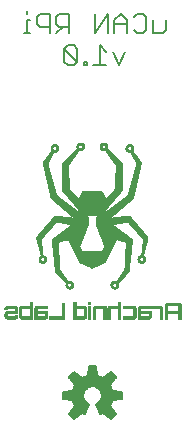
<source format=gbo>
G75*
G70*
%OFA0B0*%
%FSLAX24Y24*%
%IPPOS*%
%LPD*%
%AMOC8*
5,1,8,0,0,1.08239X$1,22.5*
%
%ADD10C,0.0060*%
%ADD11C,0.0000*%
%ADD12C,0.0001*%
%ADD13C,0.0059*%
D10*
X012303Y022490D02*
X012517Y022490D01*
X012623Y022597D01*
X012196Y023024D01*
X012196Y022597D01*
X012303Y022490D01*
X012623Y022597D02*
X012623Y023024D01*
X012517Y023131D01*
X012303Y023131D01*
X012196Y023024D01*
X012355Y023540D02*
X012355Y024181D01*
X012035Y024181D01*
X011928Y024074D01*
X011928Y023861D01*
X012035Y023754D01*
X012355Y023754D01*
X012141Y023754D02*
X011928Y023540D01*
X011710Y023540D02*
X011710Y024181D01*
X011390Y024181D01*
X011283Y024074D01*
X011283Y023861D01*
X011390Y023754D01*
X011710Y023754D01*
X011066Y023967D02*
X010959Y023967D01*
X010959Y023540D01*
X011066Y023540D02*
X010852Y023540D01*
X010959Y024181D02*
X010959Y024288D01*
X012839Y022597D02*
X012839Y022490D01*
X012946Y022490D01*
X012946Y022597D01*
X012839Y022597D01*
X013163Y022490D02*
X013590Y022490D01*
X013377Y022490D02*
X013377Y023131D01*
X013590Y022917D01*
X013808Y022917D02*
X014021Y022490D01*
X014235Y022917D01*
X014288Y023540D02*
X014288Y023967D01*
X014075Y024181D01*
X013861Y023967D01*
X013861Y023540D01*
X013644Y023540D02*
X013644Y024181D01*
X013217Y023540D01*
X013217Y024181D01*
X013861Y023861D02*
X014288Y023861D01*
X014506Y024074D02*
X014613Y024181D01*
X014826Y024181D01*
X014933Y024074D01*
X014933Y023647D01*
X014826Y023540D01*
X014613Y023540D01*
X014506Y023647D01*
X015151Y023540D02*
X015151Y023967D01*
X015578Y023967D02*
X015578Y023647D01*
X015471Y023540D01*
X015151Y023540D01*
D11*
X010227Y014053D02*
X010259Y014033D01*
X010294Y014025D01*
X010538Y014025D01*
X010574Y014033D01*
X010605Y014053D01*
X010625Y014084D01*
X010633Y014120D01*
X010633Y014135D01*
X010554Y014135D01*
X010554Y014120D01*
X010550Y014108D01*
X010538Y014104D01*
X010294Y014104D01*
X010282Y014108D01*
X010279Y014120D01*
X010279Y014183D01*
X010282Y014194D01*
X010294Y014198D01*
X010538Y014198D01*
X010574Y014206D01*
X010605Y014226D01*
X010625Y014257D01*
X010633Y014293D01*
X010633Y014356D01*
X010625Y014391D01*
X010605Y014423D01*
X010574Y014446D01*
X010538Y014450D01*
X010294Y014450D01*
X010259Y014446D01*
X010227Y014423D01*
X010208Y014391D01*
X010200Y014356D01*
X010200Y014340D01*
X010279Y014340D01*
X010279Y014356D01*
X010282Y014368D01*
X010294Y014372D01*
X010538Y014372D01*
X010550Y014368D01*
X010554Y014356D01*
X010554Y014293D01*
X010550Y014281D01*
X010538Y014277D01*
X010294Y014277D01*
X010259Y014273D01*
X010227Y014250D01*
X010208Y014218D01*
X010200Y014183D01*
X010200Y014120D01*
X010208Y014084D01*
X010227Y014053D01*
X010684Y014120D02*
X010684Y014356D01*
X010692Y014391D01*
X010712Y014423D01*
X010743Y014446D01*
X010779Y014450D01*
X010826Y014450D01*
X010869Y014450D01*
X010885Y014415D01*
X010893Y014380D01*
X010897Y014372D01*
X010779Y014372D01*
X010771Y014368D01*
X010763Y014356D01*
X010763Y014120D01*
X010771Y014108D01*
X010779Y014104D01*
X010897Y014104D01*
X010893Y014080D01*
X010889Y014053D01*
X010877Y014025D01*
X010779Y014025D01*
X010743Y014033D01*
X010712Y014053D01*
X010692Y014084D01*
X010684Y014120D01*
X010893Y014080D02*
X010889Y014053D01*
X010877Y014025D01*
X011121Y014025D01*
X011121Y014592D01*
X011082Y014592D01*
X011038Y014592D01*
X011038Y014450D01*
X010869Y014450D01*
X010885Y014415D01*
X010893Y014380D01*
X010897Y014372D01*
X011023Y014372D01*
X011034Y014368D01*
X011038Y014356D01*
X011038Y014120D01*
X011034Y014108D01*
X011023Y014104D01*
X010897Y014104D01*
X010893Y014080D01*
X011196Y014084D02*
X011196Y014053D01*
X011196Y014025D01*
X011534Y014025D01*
X011574Y014033D01*
X011605Y014053D01*
X011625Y014088D01*
X011586Y014116D01*
X011550Y014128D01*
X011550Y014120D01*
X011546Y014108D01*
X011534Y014104D01*
X011275Y014104D01*
X011275Y014124D01*
X011247Y014116D01*
X011219Y014104D01*
X011196Y014084D01*
X011196Y014356D01*
X011204Y014391D01*
X011223Y014423D01*
X011255Y014446D01*
X011290Y014450D01*
X011582Y014450D01*
X011633Y014450D01*
X011633Y014372D01*
X011290Y014372D01*
X011282Y014368D01*
X011275Y014356D01*
X011275Y014277D01*
X011633Y014277D01*
X011633Y014120D01*
X011625Y014088D01*
X011586Y014116D01*
X011550Y014128D01*
X011550Y014198D01*
X011275Y014198D01*
X011275Y014124D01*
X011247Y014116D01*
X011219Y014104D01*
X011196Y014084D01*
X011672Y014104D02*
X011672Y014025D01*
X012153Y014025D01*
X012200Y014025D01*
X012200Y014557D01*
X012121Y014557D01*
X012121Y014104D01*
X011672Y014104D01*
X012271Y015065D02*
X012243Y015108D01*
X012235Y015159D01*
X012239Y015191D01*
X012251Y015226D01*
X012216Y015261D01*
X012180Y015301D01*
X012145Y015340D01*
X012109Y015376D01*
X012074Y015415D01*
X012034Y015450D01*
X011999Y015490D01*
X011964Y015529D01*
X011928Y015565D01*
X011893Y015604D01*
X011885Y015655D01*
X011881Y015706D01*
X011877Y015754D01*
X011869Y015805D01*
X011865Y015856D01*
X011857Y015907D01*
X011853Y015958D01*
X011845Y016009D01*
X011842Y016061D01*
X011838Y016112D01*
X011830Y016163D01*
X011826Y016214D01*
X011818Y016261D01*
X011814Y016313D01*
X011810Y016364D01*
X011802Y016415D01*
X011798Y016466D01*
X011790Y016517D01*
X011786Y016569D01*
X011779Y016620D01*
X011775Y016671D01*
X011818Y016698D01*
X011857Y016730D01*
X011901Y016761D01*
X011940Y016793D01*
X011983Y016824D01*
X012027Y016856D01*
X012066Y016887D01*
X012109Y016915D01*
X012149Y016946D01*
X012192Y016978D01*
X012231Y017009D01*
X012275Y017041D01*
X012318Y017072D01*
X012357Y017100D01*
X012401Y017131D01*
X012408Y017179D01*
X012361Y017187D01*
X012310Y017194D01*
X012263Y017202D01*
X012216Y017214D01*
X012164Y017222D01*
X012117Y017230D01*
X012070Y017238D01*
X012019Y017250D01*
X011971Y017257D01*
X011924Y017265D01*
X011889Y017226D01*
X011853Y017187D01*
X011818Y017151D01*
X011786Y017112D01*
X011751Y017072D01*
X011716Y017033D01*
X011680Y016998D01*
X011649Y016958D01*
X011613Y016919D01*
X011578Y016880D01*
X011542Y016844D01*
X011511Y016805D01*
X011475Y016765D01*
X011440Y016726D01*
X011405Y016687D01*
X011412Y016639D01*
X011416Y016588D01*
X011424Y016537D01*
X011428Y016490D01*
X011436Y016439D01*
X011440Y016387D01*
X011448Y016336D01*
X011452Y016289D01*
X011460Y016238D01*
X011464Y016187D01*
X011471Y016139D01*
X011515Y016128D01*
X011554Y016100D01*
X011582Y016061D01*
X011594Y016017D01*
X011594Y016009D01*
X011586Y015962D01*
X011554Y015919D01*
X011515Y015891D01*
X011464Y015880D01*
X011416Y015891D01*
X011373Y015919D01*
X011345Y015962D01*
X011338Y016009D01*
X011342Y016025D01*
X011381Y016041D01*
X011405Y016045D01*
X011393Y016009D01*
X011401Y015974D01*
X011428Y015946D01*
X011464Y015935D01*
X011503Y015946D01*
X011531Y015974D01*
X011538Y016009D01*
X011527Y016045D01*
X011531Y016041D01*
X011562Y016033D01*
X011590Y016017D01*
X011594Y016017D01*
X011590Y016017D01*
X011562Y016033D01*
X011531Y016041D01*
X011527Y016045D01*
X011499Y016072D01*
X011464Y016084D01*
X011428Y016072D01*
X011405Y016045D01*
X011381Y016041D01*
X011342Y016025D01*
X011353Y016069D01*
X011381Y016104D01*
X011416Y016131D01*
X011405Y016175D01*
X011393Y016222D01*
X011381Y016269D01*
X011365Y016317D01*
X011353Y016364D01*
X011342Y016411D01*
X011330Y016458D01*
X011314Y016506D01*
X011302Y016553D01*
X011290Y016600D01*
X011275Y016647D01*
X011263Y016694D01*
X011263Y016742D01*
X011294Y016781D01*
X011330Y016824D01*
X011361Y016864D01*
X011397Y016903D01*
X011432Y016943D01*
X011464Y016982D01*
X011499Y017021D01*
X011531Y017061D01*
X011566Y017100D01*
X011601Y017139D01*
X011633Y017179D01*
X011668Y017218D01*
X011704Y017257D01*
X011735Y017297D01*
X011771Y017336D01*
X011802Y017376D01*
X011838Y017415D01*
X011873Y017454D01*
X011920Y017450D01*
X011971Y017446D01*
X012019Y017439D01*
X012066Y017435D01*
X012117Y017431D01*
X012164Y017423D01*
X012216Y017419D01*
X012263Y017415D01*
X012314Y017411D01*
X012361Y017403D01*
X012412Y017399D01*
X012460Y017395D01*
X012507Y017387D01*
X012515Y017395D01*
X012475Y017431D01*
X012436Y017462D01*
X012397Y017494D01*
X012357Y017529D01*
X012322Y017561D01*
X012282Y017592D01*
X012243Y017628D01*
X012204Y017659D01*
X012168Y017694D01*
X012129Y017726D01*
X012090Y017757D01*
X012050Y017793D01*
X012011Y017824D01*
X011975Y017856D01*
X011936Y017891D01*
X011897Y017923D01*
X011857Y017954D01*
X011818Y017990D01*
X011782Y018021D01*
X011743Y018053D01*
X011731Y018104D01*
X011719Y018151D01*
X011708Y018202D01*
X011700Y018250D01*
X011688Y018301D01*
X011676Y018348D01*
X011664Y018399D01*
X011653Y018446D01*
X011645Y018498D01*
X011633Y018545D01*
X011621Y018596D01*
X011609Y018643D01*
X011597Y018694D01*
X011590Y018742D01*
X011578Y018793D01*
X011566Y018840D01*
X011554Y018891D01*
X011542Y018939D01*
X011534Y018990D01*
X011523Y019041D01*
X011511Y019088D01*
X011499Y019139D01*
X011487Y019187D01*
X011479Y019238D01*
X011507Y019273D01*
X011538Y019313D01*
X011566Y019352D01*
X011594Y019391D01*
X011625Y019431D01*
X011653Y019470D01*
X011684Y019509D01*
X011712Y019545D01*
X011743Y019584D01*
X011771Y019624D01*
X011747Y019663D01*
X011739Y019710D01*
X011743Y019746D01*
X011763Y019781D01*
X011790Y019813D01*
X011826Y019832D01*
X011865Y019840D01*
X011905Y019832D01*
X011940Y019813D01*
X011971Y019785D01*
X011987Y019750D01*
X011983Y019746D01*
X011960Y019738D01*
X011932Y019730D01*
X011908Y019769D01*
X011865Y019785D01*
X011822Y019769D01*
X011798Y019730D01*
X011790Y019730D01*
X011743Y019746D01*
X011790Y019730D01*
X011798Y019730D01*
X011790Y019710D01*
X011802Y019675D01*
X011830Y019647D01*
X011865Y019635D01*
X011905Y019647D01*
X011932Y019675D01*
X011940Y019710D01*
X011932Y019730D01*
X011960Y019738D01*
X011983Y019746D01*
X011987Y019750D01*
X011995Y019710D01*
X011983Y019659D01*
X011956Y019620D01*
X011916Y019592D01*
X011865Y019580D01*
X011826Y019588D01*
X011806Y019545D01*
X011782Y019502D01*
X011759Y019458D01*
X011735Y019415D01*
X011712Y019372D01*
X011692Y019328D01*
X011668Y019285D01*
X011645Y019242D01*
X011621Y019198D01*
X011637Y019151D01*
X011649Y019100D01*
X011664Y019053D01*
X011676Y019006D01*
X011692Y018954D01*
X011708Y018907D01*
X011719Y018860D01*
X011735Y018809D01*
X011747Y018761D01*
X011763Y018714D01*
X011775Y018663D01*
X011790Y018616D01*
X011802Y018569D01*
X011818Y018517D01*
X011830Y018470D01*
X011845Y018423D01*
X011857Y018372D01*
X011873Y018324D01*
X011885Y018277D01*
X011901Y018226D01*
X011912Y018179D01*
X011928Y018131D01*
X011971Y018100D01*
X012011Y018069D01*
X012054Y018037D01*
X012097Y018006D01*
X012137Y017974D01*
X012180Y017943D01*
X012223Y017911D01*
X012263Y017880D01*
X012306Y017848D01*
X012349Y017817D01*
X012389Y017785D01*
X012432Y017754D01*
X012475Y017722D01*
X012515Y017691D01*
X012558Y017659D01*
X012601Y017628D01*
X012641Y017596D01*
X012660Y017628D01*
X012680Y017655D01*
X012645Y017694D01*
X012613Y017734D01*
X012582Y017773D01*
X012546Y017813D01*
X012515Y017852D01*
X012479Y017891D01*
X012448Y017931D01*
X012412Y017966D01*
X012381Y018006D01*
X012345Y018045D01*
X012314Y018084D01*
X012282Y018124D01*
X012247Y018163D01*
X012216Y018202D01*
X012180Y018242D01*
X012149Y018277D01*
X012113Y018317D01*
X012113Y019191D01*
X012153Y019230D01*
X012188Y019265D01*
X012223Y019301D01*
X012259Y019336D01*
X012294Y019376D01*
X012330Y019411D01*
X012365Y019446D01*
X012401Y019482D01*
X012436Y019521D01*
X012475Y019557D01*
X012511Y019592D01*
X012546Y019628D01*
X012582Y019663D01*
X012617Y019702D01*
X012605Y019734D01*
X012601Y019765D01*
X012601Y019793D01*
X012613Y019820D01*
X012645Y019797D01*
X012664Y019793D01*
X012653Y019765D01*
X012664Y019726D01*
X012692Y019702D01*
X012727Y019691D01*
X012767Y019702D01*
X012794Y019730D01*
X012802Y019765D01*
X012794Y019785D01*
X012822Y019789D01*
X012849Y019797D01*
X012834Y019836D01*
X012806Y019868D01*
X012771Y019887D01*
X012727Y019895D01*
X012680Y019883D01*
X012641Y019860D01*
X012613Y019820D01*
X012645Y019797D01*
X012664Y019793D01*
X012692Y019824D01*
X012727Y019840D01*
X012771Y019824D01*
X012794Y019785D01*
X012822Y019789D01*
X012849Y019797D01*
X012857Y019765D01*
X012845Y019714D01*
X012818Y019675D01*
X012779Y019647D01*
X012727Y019635D01*
X012700Y019639D01*
X012672Y019651D01*
X012641Y019608D01*
X012613Y019569D01*
X012582Y019525D01*
X012550Y019482D01*
X012523Y019443D01*
X012491Y019399D01*
X012464Y019360D01*
X012432Y019317D01*
X012401Y019273D01*
X012373Y019234D01*
X012342Y019191D01*
X012314Y019151D01*
X012314Y019100D01*
X012318Y019049D01*
X012322Y018998D01*
X012322Y018946D01*
X012326Y018895D01*
X012330Y018844D01*
X012330Y018793D01*
X012334Y018742D01*
X012338Y018691D01*
X012338Y018643D01*
X012342Y018592D01*
X012345Y018541D01*
X012345Y018490D01*
X012349Y018439D01*
X012353Y018387D01*
X012353Y018336D01*
X012389Y018301D01*
X012420Y018265D01*
X012456Y018230D01*
X012491Y018191D01*
X012523Y018155D01*
X012558Y018120D01*
X012590Y018084D01*
X012625Y018049D01*
X012656Y018013D01*
X012684Y018057D01*
X012708Y018100D01*
X012731Y018147D01*
X012755Y018191D01*
X012779Y018234D01*
X012802Y018281D01*
X012802Y018285D01*
X013168Y018285D01*
X013168Y017482D01*
X012952Y017482D01*
X012952Y017415D01*
X012987Y017415D01*
X012987Y017202D01*
X012971Y017155D01*
X012952Y017108D01*
X012932Y017061D01*
X012916Y017013D01*
X012897Y016966D01*
X012877Y016919D01*
X012861Y016872D01*
X012842Y016824D01*
X012822Y016777D01*
X012806Y016730D01*
X012786Y016683D01*
X012767Y016635D01*
X012751Y016588D01*
X012731Y016541D01*
X012712Y016494D01*
X012696Y016446D01*
X012712Y016403D01*
X012731Y016364D01*
X012751Y016320D01*
X012771Y016281D01*
X013168Y016281D01*
X013168Y015805D01*
X013168Y015754D01*
X013141Y015742D01*
X013113Y015730D01*
X013066Y015750D01*
X013023Y015769D01*
X012975Y015793D01*
X012928Y015813D01*
X012881Y015832D01*
X012834Y015852D01*
X012786Y015876D01*
X012743Y015895D01*
X012696Y015915D01*
X012672Y015958D01*
X012649Y016006D01*
X012629Y016049D01*
X012605Y016096D01*
X012582Y016139D01*
X012562Y016183D01*
X012538Y016230D01*
X012515Y016273D01*
X012495Y016320D01*
X012471Y016364D01*
X012448Y016407D01*
X012424Y016454D01*
X012405Y016498D01*
X012381Y016545D01*
X012357Y016588D01*
X012338Y016631D01*
X012314Y016679D01*
X012267Y016663D01*
X012219Y016651D01*
X012168Y016639D01*
X012121Y016628D01*
X012074Y016612D01*
X012027Y016600D01*
X011979Y016588D01*
X011979Y016537D01*
X011983Y016486D01*
X011987Y016431D01*
X011987Y016380D01*
X011991Y016328D01*
X011995Y016277D01*
X011999Y016226D01*
X011999Y016175D01*
X012003Y016124D01*
X012007Y016072D01*
X012007Y016021D01*
X012011Y015970D01*
X012015Y015919D01*
X012019Y015868D01*
X012019Y015817D01*
X012023Y015765D01*
X012027Y015714D01*
X012027Y015663D01*
X012054Y015624D01*
X012082Y015584D01*
X012109Y015545D01*
X012137Y015506D01*
X012164Y015466D01*
X012192Y015427D01*
X012219Y015387D01*
X012247Y015348D01*
X012271Y015309D01*
X012298Y015269D01*
X012330Y015281D01*
X012361Y015285D01*
X012401Y015277D01*
X012436Y015261D01*
X012464Y015234D01*
X012483Y015198D01*
X012491Y015159D01*
X012483Y015116D01*
X012464Y015080D01*
X012432Y015053D01*
X012393Y015033D01*
X012381Y015072D01*
X012377Y015088D01*
X012420Y015112D01*
X012436Y015159D01*
X012420Y015198D01*
X012381Y015222D01*
X012381Y015226D01*
X012389Y015254D01*
X012401Y015277D01*
X012389Y015254D01*
X012381Y015226D01*
X012381Y015222D01*
X012361Y015230D01*
X012326Y015222D01*
X012298Y015194D01*
X012286Y015159D01*
X012298Y015120D01*
X012326Y015092D01*
X012361Y015084D01*
X012377Y015088D01*
X012381Y015072D01*
X012393Y015033D01*
X012361Y015029D01*
X012314Y015037D01*
X012271Y015065D01*
X012495Y014592D02*
X012574Y014592D01*
X012574Y014450D01*
X012716Y014450D01*
X012763Y014450D01*
X012763Y014411D01*
X012763Y014372D01*
X012834Y014372D01*
X012845Y014368D01*
X012849Y014356D01*
X012849Y014120D01*
X012845Y014108D01*
X012834Y014104D01*
X012751Y014104D01*
X012751Y014088D01*
X012735Y014057D01*
X012719Y014025D01*
X012834Y014025D01*
X012869Y014033D01*
X012901Y014053D01*
X012924Y014084D01*
X012928Y014120D01*
X012928Y014356D01*
X012924Y014391D01*
X012901Y014423D01*
X012869Y014446D01*
X012834Y014450D01*
X012763Y014450D01*
X012763Y014372D01*
X012590Y014372D01*
X012582Y014368D01*
X012574Y014356D01*
X012574Y014120D01*
X012582Y014108D01*
X012590Y014104D01*
X012751Y014104D01*
X012751Y014088D01*
X012735Y014057D01*
X012719Y014025D01*
X012495Y014025D01*
X012495Y014592D01*
X012979Y014592D02*
X012979Y014513D01*
X013062Y014513D01*
X013062Y014553D01*
X013062Y014592D01*
X012979Y014592D01*
X012979Y014450D02*
X012979Y014025D01*
X013023Y014025D01*
X013062Y014025D01*
X013062Y014450D01*
X012979Y014450D01*
X013145Y014391D02*
X013137Y014356D01*
X013137Y014025D01*
X013216Y014025D01*
X013216Y014356D01*
X013219Y014368D01*
X013231Y014372D01*
X013475Y014372D01*
X013487Y014368D01*
X013491Y014356D01*
X013491Y014025D01*
X013570Y014025D01*
X013570Y014450D01*
X013282Y014450D01*
X013231Y014450D01*
X013196Y014446D01*
X013164Y014423D01*
X013145Y014391D01*
X013629Y014356D02*
X013629Y014025D01*
X013708Y014025D01*
X013708Y014356D01*
X013712Y014368D01*
X013723Y014372D01*
X013968Y014372D01*
X013979Y014368D01*
X013983Y014356D01*
X013983Y014025D01*
X014062Y014025D01*
X014062Y014592D01*
X013983Y014592D01*
X013983Y014450D01*
X013775Y014450D01*
X013723Y014450D01*
X013688Y014446D01*
X013656Y014423D01*
X013637Y014391D01*
X013629Y014356D01*
X014145Y014372D02*
X014483Y014372D01*
X014491Y014368D01*
X014499Y014356D01*
X014499Y014120D01*
X014491Y014108D01*
X014483Y014104D01*
X014145Y014104D01*
X014145Y014025D01*
X014483Y014025D01*
X014519Y014033D01*
X014550Y014053D01*
X014570Y014084D01*
X014578Y014120D01*
X014578Y014356D01*
X014570Y014391D01*
X014550Y014423D01*
X014519Y014446D01*
X014483Y014450D01*
X014145Y014450D01*
X014145Y014372D01*
X014653Y014356D02*
X014653Y014033D01*
X014656Y014025D01*
X014653Y014025D01*
X014653Y014033D01*
X014656Y014025D01*
X014838Y014025D01*
X014849Y014053D01*
X014857Y014080D01*
X014857Y014104D01*
X014991Y014104D01*
X015003Y014108D01*
X015007Y014120D01*
X015007Y014198D01*
X014865Y014198D01*
X014865Y014238D01*
X014865Y014277D01*
X015086Y014277D01*
X015086Y014120D01*
X015082Y014084D01*
X015058Y014053D01*
X015027Y014033D01*
X014991Y014025D01*
X014838Y014025D01*
X014849Y014053D01*
X014857Y014080D01*
X014857Y014104D01*
X014731Y014104D01*
X014731Y014198D01*
X014865Y014198D01*
X014865Y014277D01*
X014731Y014277D01*
X014731Y014356D01*
X014735Y014368D01*
X014747Y014372D01*
X014857Y014372D01*
X014857Y014387D01*
X014845Y014423D01*
X014834Y014450D01*
X015086Y014450D01*
X015086Y014372D01*
X014857Y014372D01*
X014857Y014387D01*
X014845Y014423D01*
X014834Y014450D01*
X014790Y014450D01*
X014747Y014450D01*
X014712Y014446D01*
X014680Y014423D01*
X014660Y014391D01*
X014653Y014356D01*
X015129Y014372D02*
X015369Y014372D01*
X015381Y014368D01*
X015385Y014356D01*
X015385Y014025D01*
X015464Y014025D01*
X015464Y014356D01*
X015456Y014391D01*
X015436Y014423D01*
X015405Y014446D01*
X015369Y014450D01*
X015129Y014450D01*
X015129Y014372D01*
X015546Y014458D02*
X015546Y014025D01*
X015625Y014025D01*
X015625Y014210D01*
X015771Y014210D01*
X015771Y014250D01*
X015771Y014289D01*
X015625Y014289D01*
X015625Y014458D01*
X015629Y014470D01*
X015641Y014474D01*
X015771Y014474D01*
X015771Y014557D01*
X015641Y014557D01*
X015605Y014549D01*
X015574Y014525D01*
X015550Y014498D01*
X015546Y014458D01*
X015771Y014474D02*
X015771Y014557D01*
X015979Y014557D01*
X016015Y014549D01*
X016046Y014525D01*
X016070Y014498D01*
X016074Y014458D01*
X016074Y014025D01*
X015995Y014025D01*
X015995Y014210D01*
X015814Y014210D01*
X015771Y014210D01*
X015771Y014289D01*
X015995Y014289D01*
X015995Y014458D01*
X015991Y014470D01*
X015979Y014474D01*
X015771Y014474D01*
X014814Y015891D02*
X014763Y015880D01*
X014723Y015887D01*
X014688Y015907D01*
X014656Y015939D01*
X014641Y015974D01*
X014664Y015986D01*
X014696Y015994D01*
X014719Y015954D01*
X014763Y015935D01*
X014802Y015946D01*
X014826Y015974D01*
X014838Y016009D01*
X014838Y016013D01*
X014893Y016013D01*
X014893Y016009D01*
X014881Y015962D01*
X014853Y015919D01*
X014814Y015891D01*
X014838Y016013D02*
X014826Y016049D01*
X014798Y016076D01*
X014763Y016084D01*
X014727Y016072D01*
X014700Y016045D01*
X014688Y016009D01*
X014696Y015994D01*
X014664Y015986D01*
X014641Y015974D01*
X014633Y016009D01*
X014645Y016057D01*
X014668Y016100D01*
X014708Y016128D01*
X014755Y016139D01*
X014763Y016187D01*
X014771Y016238D01*
X014775Y016289D01*
X014782Y016336D01*
X014786Y016387D01*
X014794Y016439D01*
X014798Y016490D01*
X014806Y016537D01*
X014810Y016588D01*
X014818Y016639D01*
X014822Y016687D01*
X014786Y016726D01*
X014755Y016765D01*
X014719Y016805D01*
X014684Y016844D01*
X014649Y016880D01*
X014617Y016919D01*
X014582Y016958D01*
X014546Y016998D01*
X014511Y017033D01*
X014479Y017072D01*
X014444Y017112D01*
X014408Y017151D01*
X014373Y017187D01*
X014342Y017226D01*
X014306Y017265D01*
X014259Y017257D01*
X014208Y017250D01*
X014160Y017238D01*
X014113Y017230D01*
X014062Y017222D01*
X014015Y017214D01*
X013968Y017202D01*
X013916Y017194D01*
X013869Y017187D01*
X013822Y017179D01*
X013830Y017131D01*
X013869Y017100D01*
X013912Y017069D01*
X013956Y017037D01*
X013995Y017009D01*
X014038Y016978D01*
X014078Y016946D01*
X014121Y016915D01*
X014160Y016883D01*
X014204Y016856D01*
X014247Y016824D01*
X014286Y016793D01*
X014330Y016761D01*
X014369Y016730D01*
X014412Y016698D01*
X014452Y016671D01*
X014448Y016620D01*
X014444Y016569D01*
X014436Y016517D01*
X014432Y016466D01*
X014424Y016415D01*
X014420Y016364D01*
X014416Y016313D01*
X014408Y016261D01*
X014405Y016214D01*
X014397Y016163D01*
X014393Y016112D01*
X014385Y016061D01*
X014381Y016009D01*
X014377Y015958D01*
X014369Y015907D01*
X014365Y015856D01*
X014357Y015805D01*
X014353Y015754D01*
X014345Y015706D01*
X014342Y015655D01*
X014338Y015604D01*
X014298Y015565D01*
X014263Y015529D01*
X014227Y015490D01*
X014192Y015450D01*
X014156Y015415D01*
X014121Y015376D01*
X014082Y015340D01*
X014046Y015301D01*
X014011Y015261D01*
X013975Y015226D01*
X013991Y015191D01*
X013995Y015159D01*
X013987Y015112D01*
X013964Y015076D01*
X013928Y015049D01*
X013885Y015033D01*
X013865Y015029D01*
X013818Y015037D01*
X013775Y015065D01*
X013747Y015108D01*
X013735Y015159D01*
X013747Y015206D01*
X013775Y015250D01*
X013818Y015277D01*
X013865Y015285D01*
X013881Y015254D01*
X013893Y015222D01*
X013865Y015230D01*
X013830Y015222D01*
X013802Y015194D01*
X013790Y015159D01*
X013802Y015120D01*
X013830Y015092D01*
X013865Y015084D01*
X013901Y015096D01*
X013893Y015049D01*
X013885Y015033D01*
X013893Y015049D01*
X013901Y015096D01*
X013928Y015120D01*
X013940Y015159D01*
X013928Y015194D01*
X013893Y015222D01*
X013881Y015254D01*
X013865Y015285D01*
X013901Y015281D01*
X013928Y015269D01*
X013956Y015309D01*
X013983Y015348D01*
X014011Y015387D01*
X014038Y015427D01*
X014066Y015466D01*
X014090Y015506D01*
X014117Y015545D01*
X014145Y015584D01*
X014172Y015624D01*
X014200Y015663D01*
X014204Y015714D01*
X014204Y015765D01*
X014208Y015817D01*
X014212Y015868D01*
X014216Y015919D01*
X014216Y015970D01*
X014219Y016021D01*
X014223Y016072D01*
X014223Y016124D01*
X014227Y016175D01*
X014231Y016226D01*
X014235Y016277D01*
X014235Y016328D01*
X014239Y016380D01*
X014243Y016431D01*
X014243Y016482D01*
X014247Y016537D01*
X014251Y016588D01*
X014204Y016600D01*
X014156Y016612D01*
X014105Y016628D01*
X014058Y016639D01*
X014011Y016651D01*
X013964Y016667D01*
X013916Y016679D01*
X013893Y016635D01*
X013873Y016588D01*
X013849Y016545D01*
X013826Y016498D01*
X013802Y016454D01*
X013782Y016411D01*
X013759Y016364D01*
X013735Y016320D01*
X013716Y016273D01*
X013692Y016230D01*
X013668Y016183D01*
X013645Y016139D01*
X013625Y016096D01*
X013601Y016049D01*
X013578Y016006D01*
X013558Y015958D01*
X013534Y015915D01*
X013487Y015895D01*
X013444Y015876D01*
X013397Y015856D01*
X013353Y015836D01*
X013306Y015813D01*
X013263Y015793D01*
X013216Y015773D01*
X013168Y015754D01*
X013168Y016281D01*
X013460Y016281D01*
X013475Y016320D01*
X013495Y016364D01*
X013515Y016403D01*
X013534Y016446D01*
X013515Y016494D01*
X013499Y016541D01*
X013479Y016588D01*
X013460Y016635D01*
X013444Y016683D01*
X013424Y016730D01*
X013405Y016777D01*
X013389Y016824D01*
X013369Y016872D01*
X013349Y016919D01*
X013334Y016966D01*
X013314Y017013D01*
X013294Y017061D01*
X013279Y017108D01*
X013259Y017155D01*
X013239Y017202D01*
X013239Y017415D01*
X013275Y017415D01*
X013275Y017482D01*
X013168Y017482D01*
X013168Y018285D01*
X013424Y018285D01*
X013448Y018238D01*
X013471Y018194D01*
X013495Y018147D01*
X013523Y018100D01*
X013546Y018057D01*
X013570Y018009D01*
X013605Y018049D01*
X013637Y018084D01*
X013672Y018120D01*
X013704Y018155D01*
X013739Y018191D01*
X013771Y018230D01*
X013806Y018265D01*
X013842Y018301D01*
X013873Y018336D01*
X013877Y018387D01*
X013877Y018439D01*
X013881Y018490D01*
X013885Y018541D01*
X013885Y018592D01*
X013889Y018643D01*
X013893Y018694D01*
X013897Y018742D01*
X013897Y018793D01*
X013901Y018844D01*
X013905Y018895D01*
X013905Y018946D01*
X013908Y018998D01*
X013912Y019049D01*
X013912Y019100D01*
X013916Y019151D01*
X013885Y019191D01*
X013857Y019234D01*
X013826Y019273D01*
X013798Y019317D01*
X013767Y019360D01*
X013735Y019399D01*
X013708Y019443D01*
X013676Y019482D01*
X013649Y019525D01*
X013617Y019569D01*
X013586Y019608D01*
X013558Y019651D01*
X013531Y019639D01*
X013499Y019635D01*
X013452Y019647D01*
X013408Y019675D01*
X013381Y019714D01*
X013373Y019765D01*
X013381Y019813D01*
X013412Y019805D01*
X013444Y019805D01*
X013424Y019765D01*
X013436Y019726D01*
X013464Y019702D01*
X013499Y019691D01*
X013538Y019702D01*
X013566Y019730D01*
X013574Y019765D01*
X013558Y019801D01*
X013590Y019805D01*
X013621Y019809D01*
X013629Y019765D01*
X013625Y019734D01*
X013613Y019702D01*
X013649Y019663D01*
X013684Y019628D01*
X013719Y019592D01*
X013755Y019557D01*
X013790Y019521D01*
X013826Y019482D01*
X013861Y019446D01*
X013897Y019411D01*
X013936Y019376D01*
X013971Y019336D01*
X014007Y019301D01*
X014042Y019265D01*
X014078Y019230D01*
X014113Y019191D01*
X014113Y018317D01*
X014082Y018277D01*
X014046Y018242D01*
X014015Y018202D01*
X013979Y018163D01*
X013948Y018124D01*
X013912Y018084D01*
X013881Y018045D01*
X013849Y018006D01*
X013814Y017966D01*
X013782Y017931D01*
X013747Y017891D01*
X013716Y017852D01*
X013680Y017813D01*
X013649Y017773D01*
X013617Y017734D01*
X013582Y017694D01*
X013550Y017655D01*
X013570Y017628D01*
X013586Y017596D01*
X013629Y017628D01*
X013672Y017659D01*
X013712Y017691D01*
X013755Y017722D01*
X013798Y017754D01*
X013838Y017785D01*
X013881Y017817D01*
X013924Y017848D01*
X013964Y017880D01*
X014007Y017911D01*
X014050Y017943D01*
X014090Y017974D01*
X014133Y018006D01*
X014172Y018037D01*
X014216Y018069D01*
X014259Y018100D01*
X014298Y018131D01*
X014314Y018179D01*
X014326Y018226D01*
X014342Y018277D01*
X014357Y018324D01*
X014369Y018372D01*
X014385Y018423D01*
X014397Y018470D01*
X014412Y018517D01*
X014424Y018569D01*
X014440Y018616D01*
X014452Y018663D01*
X014468Y018714D01*
X014479Y018761D01*
X014495Y018809D01*
X014507Y018860D01*
X014523Y018907D01*
X014534Y018954D01*
X014550Y019006D01*
X014562Y019053D01*
X014578Y019100D01*
X014594Y019151D01*
X014605Y019198D01*
X014582Y019242D01*
X014562Y019285D01*
X014538Y019328D01*
X014515Y019372D01*
X014491Y019415D01*
X014468Y019458D01*
X014448Y019502D01*
X014424Y019545D01*
X014401Y019588D01*
X014361Y019580D01*
X014314Y019592D01*
X014271Y019620D01*
X014243Y019659D01*
X014235Y019710D01*
X014239Y019738D01*
X014267Y019730D01*
X014294Y019722D01*
X014286Y019710D01*
X014298Y019675D01*
X014326Y019647D01*
X014361Y019635D01*
X014401Y019647D01*
X014428Y019675D01*
X014436Y019710D01*
X014432Y019718D01*
X014464Y019718D01*
X014487Y019726D01*
X014491Y019710D01*
X014483Y019663D01*
X014456Y019624D01*
X014487Y019584D01*
X014515Y019545D01*
X014546Y019509D01*
X014574Y019470D01*
X014605Y019431D01*
X014633Y019391D01*
X014660Y019352D01*
X014692Y019313D01*
X014719Y019273D01*
X014751Y019238D01*
X014739Y019187D01*
X014727Y019139D01*
X014716Y019088D01*
X014708Y019041D01*
X014696Y018990D01*
X014684Y018943D01*
X014672Y018891D01*
X014660Y018840D01*
X014653Y018793D01*
X014641Y018742D01*
X014629Y018694D01*
X014617Y018643D01*
X014605Y018596D01*
X014597Y018545D01*
X014586Y018498D01*
X014574Y018446D01*
X014562Y018399D01*
X014550Y018348D01*
X014542Y018301D01*
X014531Y018250D01*
X014519Y018202D01*
X014507Y018151D01*
X014495Y018104D01*
X014487Y018053D01*
X014448Y018021D01*
X014408Y017990D01*
X014369Y017954D01*
X014330Y017923D01*
X014294Y017891D01*
X014255Y017856D01*
X014216Y017824D01*
X014176Y017793D01*
X014137Y017757D01*
X014101Y017726D01*
X014062Y017694D01*
X014023Y017659D01*
X013983Y017628D01*
X013948Y017592D01*
X013908Y017561D01*
X013869Y017529D01*
X013830Y017494D01*
X013790Y017462D01*
X013755Y017431D01*
X013716Y017395D01*
X013719Y017387D01*
X013771Y017395D01*
X013818Y017399D01*
X013869Y017403D01*
X013916Y017411D01*
X013964Y017415D01*
X014015Y017419D01*
X014062Y017423D01*
X014113Y017431D01*
X014160Y017435D01*
X014212Y017439D01*
X014259Y017446D01*
X014306Y017450D01*
X014357Y017454D01*
X014389Y017415D01*
X014424Y017376D01*
X014460Y017336D01*
X014491Y017297D01*
X014527Y017257D01*
X014562Y017218D01*
X014594Y017179D01*
X014629Y017139D01*
X014660Y017100D01*
X014696Y017061D01*
X014731Y017021D01*
X014763Y016982D01*
X014798Y016943D01*
X014830Y016903D01*
X014865Y016864D01*
X014901Y016824D01*
X014932Y016781D01*
X014968Y016742D01*
X014964Y016694D01*
X014952Y016647D01*
X014940Y016600D01*
X014924Y016553D01*
X014912Y016506D01*
X014901Y016458D01*
X014889Y016411D01*
X014873Y016364D01*
X014861Y016317D01*
X014849Y016269D01*
X014838Y016222D01*
X014822Y016175D01*
X014810Y016131D01*
X014853Y016104D01*
X014881Y016061D01*
X014893Y016013D01*
X014838Y016013D01*
X014464Y019718D02*
X014432Y019718D01*
X014420Y019750D01*
X014397Y019773D01*
X014361Y019785D01*
X014318Y019765D01*
X014294Y019722D01*
X014267Y019730D01*
X014239Y019738D01*
X014255Y019777D01*
X014282Y019813D01*
X014318Y019832D01*
X014361Y019840D01*
X014408Y019832D01*
X014444Y019805D01*
X014475Y019769D01*
X014487Y019726D01*
X014464Y019718D01*
X013621Y019809D02*
X013594Y019852D01*
X013550Y019883D01*
X013499Y019895D01*
X013448Y019883D01*
X013408Y019856D01*
X013381Y019813D01*
X013412Y019805D01*
X013444Y019805D01*
X013468Y019828D01*
X013499Y019840D01*
X013534Y019828D01*
X013558Y019801D01*
X013590Y019805D01*
X013621Y019809D01*
D12*
X013621Y019809D01*
X013551Y019809D01*
X013551Y019810D02*
X013620Y019810D01*
X013620Y019811D02*
X013550Y019811D01*
X013549Y019812D02*
X013619Y019812D01*
X013619Y019813D02*
X013548Y019813D01*
X013547Y019814D02*
X013618Y019814D01*
X013617Y019815D02*
X013546Y019815D01*
X013545Y019816D02*
X013617Y019816D01*
X013616Y019817D02*
X013545Y019817D01*
X013544Y019818D02*
X013615Y019818D01*
X013615Y019819D02*
X013543Y019819D01*
X013542Y019820D02*
X013614Y019820D01*
X013613Y019821D02*
X013541Y019821D01*
X013540Y019822D02*
X013613Y019822D01*
X013612Y019823D02*
X013539Y019823D01*
X013539Y019824D02*
X013612Y019824D01*
X013611Y019825D02*
X013538Y019825D01*
X013537Y019826D02*
X013610Y019826D01*
X013610Y019827D02*
X013536Y019827D01*
X013535Y019828D02*
X013609Y019828D01*
X013608Y019829D02*
X013534Y019829D01*
X013531Y019830D02*
X013608Y019830D01*
X013607Y019831D02*
X013528Y019831D01*
X013525Y019832D02*
X013606Y019832D01*
X013606Y019833D02*
X013522Y019833D01*
X013519Y019834D02*
X013605Y019834D01*
X013605Y019835D02*
X013516Y019835D01*
X013513Y019836D02*
X013604Y019836D01*
X013603Y019837D02*
X013510Y019837D01*
X013507Y019838D02*
X013603Y019838D01*
X013602Y019839D02*
X013504Y019839D01*
X013501Y019840D02*
X013601Y019840D01*
X013601Y019841D02*
X013399Y019841D01*
X013399Y019842D02*
X013600Y019842D01*
X013599Y019843D02*
X013400Y019843D01*
X013401Y019844D02*
X013599Y019844D01*
X013598Y019845D02*
X013401Y019845D01*
X013402Y019846D02*
X013598Y019846D01*
X013597Y019847D02*
X013403Y019847D01*
X013403Y019848D02*
X013596Y019848D01*
X013596Y019849D02*
X013404Y019849D01*
X013404Y019850D02*
X013595Y019850D01*
X013594Y019851D02*
X013405Y019851D01*
X013406Y019852D02*
X013594Y019852D01*
X013593Y019853D02*
X013406Y019853D01*
X013407Y019854D02*
X013591Y019854D01*
X013590Y019855D02*
X013408Y019855D01*
X013408Y019856D02*
X013589Y019856D01*
X013587Y019857D02*
X013409Y019857D01*
X013411Y019858D02*
X013586Y019858D01*
X013584Y019859D02*
X013412Y019859D01*
X013414Y019860D02*
X013583Y019860D01*
X013582Y019861D02*
X013415Y019861D01*
X013417Y019862D02*
X013580Y019862D01*
X013579Y019863D02*
X013418Y019863D01*
X013419Y019864D02*
X013578Y019864D01*
X013576Y019865D02*
X013421Y019865D01*
X013422Y019866D02*
X013575Y019866D01*
X013573Y019867D02*
X013424Y019867D01*
X013425Y019868D02*
X013572Y019868D01*
X013571Y019869D02*
X013427Y019869D01*
X013428Y019870D02*
X013569Y019870D01*
X013568Y019871D02*
X013429Y019871D01*
X013431Y019872D02*
X013567Y019872D01*
X013565Y019873D02*
X013432Y019873D01*
X013434Y019874D02*
X013564Y019874D01*
X013562Y019875D02*
X013435Y019875D01*
X013436Y019876D02*
X013561Y019876D01*
X013560Y019877D02*
X013438Y019877D01*
X013439Y019878D02*
X013558Y019878D01*
X013557Y019879D02*
X013441Y019879D01*
X013442Y019880D02*
X013556Y019880D01*
X013554Y019881D02*
X013444Y019881D01*
X013445Y019882D02*
X013553Y019882D01*
X013551Y019883D02*
X013446Y019883D01*
X013448Y019884D02*
X013550Y019884D01*
X013546Y019885D02*
X013452Y019885D01*
X013457Y019886D02*
X013541Y019886D01*
X013537Y019887D02*
X013461Y019887D01*
X013465Y019888D02*
X013533Y019888D01*
X013528Y019889D02*
X013470Y019889D01*
X013474Y019890D02*
X013524Y019890D01*
X013520Y019891D02*
X013478Y019891D01*
X013483Y019892D02*
X013515Y019892D01*
X013511Y019893D02*
X013487Y019893D01*
X013491Y019894D02*
X013507Y019894D01*
X013502Y019895D02*
X013496Y019895D01*
X013497Y019840D02*
X013398Y019840D01*
X013397Y019839D02*
X013495Y019839D01*
X013492Y019838D02*
X013397Y019838D01*
X013396Y019837D02*
X013489Y019837D01*
X013487Y019836D02*
X013396Y019836D01*
X013395Y019835D02*
X013484Y019835D01*
X013481Y019834D02*
X013394Y019834D01*
X013394Y019833D02*
X013479Y019833D01*
X013476Y019832D02*
X013393Y019832D01*
X013392Y019831D02*
X013473Y019831D01*
X013471Y019830D02*
X013392Y019830D01*
X013391Y019829D02*
X013468Y019829D01*
X013467Y019828D02*
X013390Y019828D01*
X013390Y019827D02*
X013466Y019827D01*
X013465Y019826D02*
X013389Y019826D01*
X013389Y019825D02*
X013464Y019825D01*
X013463Y019824D02*
X013388Y019824D01*
X013387Y019823D02*
X013462Y019823D01*
X013461Y019822D02*
X013387Y019822D01*
X013386Y019821D02*
X013460Y019821D01*
X013459Y019820D02*
X013385Y019820D01*
X013385Y019819D02*
X013458Y019819D01*
X013457Y019818D02*
X013384Y019818D01*
X013383Y019817D02*
X013456Y019817D01*
X013455Y019816D02*
X013383Y019816D01*
X013382Y019815D02*
X013454Y019815D01*
X013453Y019814D02*
X013382Y019814D01*
X013381Y019813D02*
X013381Y019813D01*
X013452Y019813D01*
X013451Y019812D02*
X013385Y019812D01*
X013381Y019812D01*
X013381Y019811D02*
X013389Y019811D01*
X013450Y019811D01*
X013449Y019810D02*
X013393Y019810D01*
X013380Y019810D01*
X013380Y019809D02*
X013397Y019809D01*
X013448Y019809D01*
X013447Y019808D02*
X013401Y019808D01*
X013380Y019808D01*
X013380Y019807D02*
X013405Y019807D01*
X013446Y019807D01*
X013445Y019806D02*
X013409Y019806D01*
X013380Y019806D01*
X013380Y019805D02*
X013444Y019805D01*
X013443Y019804D02*
X013379Y019804D01*
X013379Y019803D02*
X013443Y019803D01*
X013442Y019802D02*
X013379Y019802D01*
X013379Y019801D02*
X013442Y019801D01*
X013441Y019800D02*
X013379Y019800D01*
X013379Y019799D02*
X013441Y019799D01*
X013440Y019798D02*
X013378Y019798D01*
X013378Y019797D02*
X013440Y019797D01*
X013439Y019796D02*
X013378Y019796D01*
X013378Y019795D02*
X013439Y019795D01*
X013438Y019794D02*
X013378Y019794D01*
X013378Y019793D02*
X013438Y019793D01*
X013437Y019792D02*
X013377Y019792D01*
X013377Y019791D02*
X013437Y019791D01*
X013436Y019790D02*
X013377Y019790D01*
X013377Y019789D02*
X013436Y019789D01*
X013435Y019788D02*
X013377Y019788D01*
X013377Y019787D02*
X013435Y019787D01*
X013434Y019786D02*
X013376Y019786D01*
X013376Y019785D02*
X013434Y019785D01*
X013433Y019784D02*
X013376Y019784D01*
X013376Y019783D02*
X013433Y019783D01*
X013432Y019782D02*
X013376Y019782D01*
X013376Y019781D02*
X013432Y019781D01*
X013431Y019780D02*
X013375Y019780D01*
X013375Y019779D02*
X013431Y019779D01*
X013430Y019778D02*
X013375Y019778D01*
X013375Y019777D02*
X013430Y019777D01*
X013429Y019776D02*
X013375Y019776D01*
X013375Y019775D02*
X013429Y019775D01*
X013428Y019774D02*
X013374Y019774D01*
X013374Y019773D02*
X013428Y019773D01*
X013427Y019772D02*
X013374Y019772D01*
X013374Y019771D02*
X013427Y019771D01*
X013426Y019770D02*
X013374Y019770D01*
X013374Y019769D02*
X013426Y019769D01*
X013425Y019768D02*
X013373Y019768D01*
X013373Y019767D02*
X013425Y019767D01*
X013424Y019766D02*
X013373Y019766D01*
X013373Y019765D02*
X013424Y019765D01*
X013425Y019764D02*
X013373Y019764D01*
X013373Y019763D02*
X013425Y019763D01*
X013425Y019762D02*
X013374Y019762D01*
X013374Y019761D02*
X013426Y019761D01*
X013426Y019760D02*
X013374Y019760D01*
X013374Y019759D02*
X013426Y019759D01*
X013427Y019758D02*
X013374Y019758D01*
X013374Y019757D02*
X013427Y019757D01*
X013427Y019756D02*
X013375Y019756D01*
X013375Y019755D02*
X013427Y019755D01*
X013428Y019754D02*
X013375Y019754D01*
X013375Y019753D02*
X013428Y019753D01*
X013428Y019752D02*
X013375Y019752D01*
X013375Y019751D02*
X013429Y019751D01*
X013429Y019750D02*
X013375Y019750D01*
X013376Y019749D02*
X013429Y019749D01*
X013430Y019748D02*
X013376Y019748D01*
X013376Y019747D02*
X013430Y019747D01*
X013430Y019746D02*
X013376Y019746D01*
X013376Y019745D02*
X013430Y019745D01*
X013431Y019744D02*
X013376Y019744D01*
X013377Y019743D02*
X013431Y019743D01*
X013431Y019742D02*
X013377Y019742D01*
X013377Y019741D02*
X013432Y019741D01*
X013432Y019740D02*
X013377Y019740D01*
X013377Y019739D02*
X013432Y019739D01*
X013433Y019738D02*
X013377Y019738D01*
X013377Y019737D02*
X013433Y019737D01*
X013433Y019736D02*
X013378Y019736D01*
X013378Y019735D02*
X013433Y019735D01*
X013434Y019734D02*
X013378Y019734D01*
X013378Y019733D02*
X013434Y019733D01*
X013434Y019732D02*
X013378Y019732D01*
X013378Y019731D02*
X013435Y019731D01*
X013435Y019730D02*
X013379Y019730D01*
X013379Y019729D02*
X013435Y019729D01*
X013436Y019728D02*
X013379Y019728D01*
X013379Y019727D02*
X013436Y019727D01*
X013436Y019726D02*
X013379Y019726D01*
X013379Y019725D02*
X013438Y019725D01*
X013439Y019724D02*
X013379Y019724D01*
X013380Y019723D02*
X013440Y019723D01*
X013441Y019722D02*
X013380Y019722D01*
X013380Y019721D02*
X013442Y019721D01*
X013443Y019720D02*
X013380Y019720D01*
X013380Y019719D02*
X013445Y019719D01*
X013446Y019718D02*
X013380Y019718D01*
X013381Y019717D02*
X013447Y019717D01*
X013448Y019716D02*
X013381Y019716D01*
X013381Y019715D02*
X013449Y019715D01*
X013450Y019714D02*
X013381Y019714D01*
X013382Y019713D02*
X013452Y019713D01*
X013453Y019712D02*
X013383Y019712D01*
X013383Y019711D02*
X013454Y019711D01*
X013455Y019710D02*
X013384Y019710D01*
X013385Y019709D02*
X013456Y019709D01*
X013457Y019708D02*
X013385Y019708D01*
X013386Y019707D02*
X013459Y019707D01*
X013460Y019706D02*
X013387Y019706D01*
X013388Y019705D02*
X013461Y019705D01*
X013462Y019704D02*
X013388Y019704D01*
X013389Y019703D02*
X013463Y019703D01*
X013466Y019702D02*
X013390Y019702D01*
X013390Y019701D02*
X013469Y019701D01*
X013472Y019700D02*
X013391Y019700D01*
X013392Y019699D02*
X013475Y019699D01*
X013478Y019698D02*
X013392Y019698D01*
X013393Y019697D02*
X013481Y019697D01*
X013484Y019696D02*
X013394Y019696D01*
X013395Y019695D02*
X013487Y019695D01*
X013490Y019694D02*
X013395Y019694D01*
X013396Y019693D02*
X013493Y019693D01*
X013496Y019692D02*
X013397Y019692D01*
X013397Y019691D02*
X013499Y019691D01*
X013500Y019691D02*
X013624Y019691D01*
X013623Y019692D02*
X013503Y019692D01*
X013506Y019693D02*
X013622Y019693D01*
X013621Y019694D02*
X013510Y019694D01*
X013513Y019695D02*
X013620Y019695D01*
X013619Y019696D02*
X013516Y019696D01*
X013520Y019697D02*
X013618Y019697D01*
X013617Y019698D02*
X013523Y019698D01*
X013526Y019699D02*
X013616Y019699D01*
X013616Y019700D02*
X013530Y019700D01*
X013533Y019701D02*
X013615Y019701D01*
X013614Y019702D02*
X013536Y019702D01*
X013539Y019703D02*
X013613Y019703D01*
X013614Y019704D02*
X013540Y019704D01*
X013541Y019705D02*
X013614Y019705D01*
X013614Y019706D02*
X013542Y019706D01*
X013543Y019707D02*
X013615Y019707D01*
X013615Y019708D02*
X013544Y019708D01*
X013545Y019709D02*
X013616Y019709D01*
X013616Y019710D02*
X013546Y019710D01*
X013547Y019711D02*
X013616Y019711D01*
X013617Y019712D02*
X013548Y019712D01*
X013549Y019713D02*
X013617Y019713D01*
X013617Y019714D02*
X013550Y019714D01*
X013551Y019715D02*
X013618Y019715D01*
X013618Y019716D02*
X013552Y019716D01*
X013553Y019717D02*
X013619Y019717D01*
X013619Y019718D02*
X013554Y019718D01*
X013555Y019719D02*
X013619Y019719D01*
X013620Y019720D02*
X013556Y019720D01*
X013557Y019721D02*
X013620Y019721D01*
X013620Y019722D02*
X013558Y019722D01*
X013559Y019723D02*
X013621Y019723D01*
X013621Y019724D02*
X013560Y019724D01*
X013561Y019725D02*
X013622Y019725D01*
X013622Y019726D02*
X013562Y019726D01*
X013563Y019727D02*
X013622Y019727D01*
X013623Y019728D02*
X013564Y019728D01*
X013565Y019729D02*
X013623Y019729D01*
X013623Y019730D02*
X013566Y019730D01*
X013566Y019731D02*
X013624Y019731D01*
X013624Y019732D02*
X013566Y019732D01*
X013567Y019733D02*
X013625Y019733D01*
X013625Y019734D02*
X013567Y019734D01*
X013567Y019735D02*
X013625Y019735D01*
X013625Y019736D02*
X013567Y019736D01*
X013567Y019737D02*
X013625Y019737D01*
X013625Y019738D02*
X013568Y019738D01*
X013568Y019739D02*
X013626Y019739D01*
X013626Y019740D02*
X013568Y019740D01*
X013568Y019741D02*
X013626Y019741D01*
X013626Y019742D02*
X013569Y019742D01*
X013569Y019743D02*
X013626Y019743D01*
X013626Y019744D02*
X013569Y019744D01*
X013569Y019745D02*
X013626Y019745D01*
X013626Y019746D02*
X013569Y019746D01*
X013570Y019747D02*
X013627Y019747D01*
X013627Y019748D02*
X013570Y019748D01*
X013570Y019749D02*
X013627Y019749D01*
X013627Y019750D02*
X013570Y019750D01*
X013571Y019751D02*
X013627Y019751D01*
X013627Y019752D02*
X013571Y019752D01*
X013571Y019753D02*
X013627Y019753D01*
X013627Y019754D02*
X013571Y019754D01*
X013571Y019755D02*
X013628Y019755D01*
X013628Y019756D02*
X013572Y019756D01*
X013572Y019757D02*
X013628Y019757D01*
X013628Y019758D02*
X013572Y019758D01*
X013572Y019759D02*
X013628Y019759D01*
X013628Y019760D02*
X013573Y019760D01*
X013573Y019761D02*
X013628Y019761D01*
X013628Y019762D02*
X013573Y019762D01*
X013573Y019763D02*
X013629Y019763D01*
X013629Y019764D02*
X013573Y019764D01*
X013574Y019765D02*
X013629Y019765D01*
X013629Y019766D02*
X013574Y019766D01*
X013573Y019767D02*
X013629Y019767D01*
X013629Y019768D02*
X013573Y019768D01*
X013572Y019769D02*
X013628Y019769D01*
X013628Y019770D02*
X013572Y019770D01*
X013571Y019771D02*
X013628Y019771D01*
X013628Y019772D02*
X013571Y019772D01*
X013571Y019773D02*
X013628Y019773D01*
X013627Y019774D02*
X013570Y019774D01*
X013570Y019775D02*
X013627Y019775D01*
X013627Y019776D02*
X013569Y019776D01*
X013569Y019777D02*
X013627Y019777D01*
X013627Y019778D02*
X013568Y019778D01*
X013568Y019779D02*
X013627Y019779D01*
X013626Y019780D02*
X013567Y019780D01*
X013567Y019781D02*
X013626Y019781D01*
X013626Y019782D02*
X013567Y019782D01*
X013566Y019783D02*
X013626Y019783D01*
X013626Y019784D02*
X013566Y019784D01*
X013565Y019785D02*
X013625Y019785D01*
X013625Y019786D02*
X013565Y019786D01*
X013564Y019787D02*
X013625Y019787D01*
X013625Y019788D02*
X013564Y019788D01*
X013563Y019789D02*
X013625Y019789D01*
X013625Y019790D02*
X013563Y019790D01*
X013563Y019791D02*
X013624Y019791D01*
X013624Y019792D02*
X013562Y019792D01*
X013562Y019793D02*
X013624Y019793D01*
X013624Y019794D02*
X013561Y019794D01*
X013561Y019795D02*
X013624Y019795D01*
X013623Y019796D02*
X013560Y019796D01*
X013560Y019797D02*
X013623Y019797D01*
X013623Y019798D02*
X013559Y019798D01*
X013559Y019799D02*
X013623Y019799D01*
X013623Y019800D02*
X013559Y019800D01*
X013558Y019801D02*
X013623Y019801D01*
X013622Y019802D02*
X013565Y019802D01*
X013557Y019802D01*
X013557Y019803D02*
X013573Y019803D01*
X013622Y019803D01*
X013622Y019804D02*
X013581Y019804D01*
X013556Y019804D01*
X013555Y019805D02*
X013589Y019805D01*
X013622Y019805D01*
X013622Y019806D02*
X013597Y019806D01*
X013554Y019806D01*
X013553Y019807D02*
X013605Y019807D01*
X013621Y019807D01*
X013621Y019808D02*
X013613Y019808D01*
X013552Y019808D01*
X013625Y019690D02*
X013398Y019690D01*
X013399Y019689D02*
X013625Y019689D01*
X013626Y019688D02*
X013399Y019688D01*
X013400Y019687D02*
X013627Y019687D01*
X013628Y019686D02*
X013401Y019686D01*
X013402Y019685D02*
X013629Y019685D01*
X013630Y019684D02*
X013402Y019684D01*
X013403Y019683D02*
X013631Y019683D01*
X013632Y019682D02*
X013404Y019682D01*
X013404Y019681D02*
X013633Y019681D01*
X013634Y019680D02*
X013405Y019680D01*
X013406Y019679D02*
X013634Y019679D01*
X013635Y019678D02*
X013406Y019678D01*
X013407Y019677D02*
X013636Y019677D01*
X013637Y019676D02*
X013408Y019676D01*
X013409Y019675D02*
X013638Y019675D01*
X013639Y019674D02*
X013410Y019674D01*
X013412Y019673D02*
X013640Y019673D01*
X013641Y019672D02*
X013413Y019672D01*
X013415Y019671D02*
X013642Y019671D01*
X013643Y019670D02*
X013416Y019670D01*
X013418Y019669D02*
X013643Y019669D01*
X013644Y019668D02*
X013420Y019668D01*
X013421Y019667D02*
X013645Y019667D01*
X013646Y019666D02*
X013423Y019666D01*
X013424Y019665D02*
X013647Y019665D01*
X013648Y019664D02*
X013426Y019664D01*
X013427Y019663D02*
X013649Y019663D01*
X013650Y019662D02*
X013429Y019662D01*
X013431Y019661D02*
X013651Y019661D01*
X013652Y019660D02*
X013432Y019660D01*
X013434Y019659D02*
X013653Y019659D01*
X013654Y019658D02*
X013435Y019658D01*
X013437Y019657D02*
X013655Y019657D01*
X013656Y019656D02*
X013438Y019656D01*
X013440Y019655D02*
X013657Y019655D01*
X013658Y019654D02*
X013442Y019654D01*
X013443Y019653D02*
X013659Y019653D01*
X013660Y019652D02*
X013445Y019652D01*
X013446Y019651D02*
X013557Y019651D01*
X013558Y019651D02*
X013661Y019651D01*
X013662Y019650D02*
X013559Y019650D01*
X013560Y019649D02*
X013663Y019649D01*
X013664Y019648D02*
X013560Y019648D01*
X013561Y019647D02*
X013665Y019647D01*
X013666Y019646D02*
X013562Y019646D01*
X013562Y019645D02*
X013667Y019645D01*
X013668Y019644D02*
X013563Y019644D01*
X013563Y019643D02*
X013669Y019643D01*
X013670Y019642D02*
X013564Y019642D01*
X013565Y019641D02*
X013671Y019641D01*
X013672Y019640D02*
X013565Y019640D01*
X013566Y019639D02*
X013673Y019639D01*
X013674Y019638D02*
X013567Y019638D01*
X013567Y019637D02*
X013675Y019637D01*
X013676Y019636D02*
X013568Y019636D01*
X013569Y019635D02*
X013677Y019635D01*
X013678Y019634D02*
X013569Y019634D01*
X013570Y019633D02*
X013679Y019633D01*
X013680Y019632D02*
X013570Y019632D01*
X013571Y019631D02*
X013681Y019631D01*
X013682Y019630D02*
X013572Y019630D01*
X013572Y019629D02*
X013683Y019629D01*
X013684Y019628D02*
X013573Y019628D01*
X013574Y019627D02*
X013685Y019627D01*
X013686Y019626D02*
X013574Y019626D01*
X013575Y019625D02*
X013687Y019625D01*
X013688Y019624D02*
X013576Y019624D01*
X013576Y019623D02*
X013689Y019623D01*
X013690Y019622D02*
X013577Y019622D01*
X013577Y019621D02*
X013691Y019621D01*
X013692Y019620D02*
X013578Y019620D01*
X013579Y019619D02*
X013693Y019619D01*
X013694Y019618D02*
X013579Y019618D01*
X013580Y019617D02*
X013695Y019617D01*
X013696Y019616D02*
X013581Y019616D01*
X013581Y019615D02*
X013697Y019615D01*
X013698Y019614D02*
X013582Y019614D01*
X013583Y019613D02*
X013699Y019613D01*
X013700Y019612D02*
X013583Y019612D01*
X013584Y019611D02*
X013701Y019611D01*
X013702Y019610D02*
X013584Y019610D01*
X013585Y019609D02*
X013703Y019609D01*
X013704Y019608D02*
X013586Y019608D01*
X013586Y019607D02*
X013705Y019607D01*
X013706Y019606D02*
X013587Y019606D01*
X013588Y019605D02*
X013707Y019605D01*
X013708Y019604D02*
X013589Y019604D01*
X013590Y019603D02*
X013709Y019603D01*
X013710Y019602D02*
X013590Y019602D01*
X013591Y019601D02*
X013711Y019601D01*
X013712Y019600D02*
X013592Y019600D01*
X013593Y019599D02*
X013713Y019599D01*
X013714Y019598D02*
X013594Y019598D01*
X013594Y019597D02*
X013715Y019597D01*
X013716Y019596D02*
X013595Y019596D01*
X013596Y019595D02*
X013717Y019595D01*
X013718Y019594D02*
X013597Y019594D01*
X013598Y019593D02*
X013719Y019593D01*
X013720Y019592D02*
X013598Y019592D01*
X013599Y019591D02*
X013721Y019591D01*
X013722Y019590D02*
X013600Y019590D01*
X013601Y019589D02*
X013723Y019589D01*
X013724Y019588D02*
X013602Y019588D01*
X013602Y019587D02*
X013725Y019587D01*
X013726Y019586D02*
X013603Y019586D01*
X013604Y019585D02*
X013727Y019585D01*
X013728Y019584D02*
X013605Y019584D01*
X013606Y019583D02*
X013729Y019583D01*
X013730Y019582D02*
X013606Y019582D01*
X013607Y019581D02*
X013731Y019581D01*
X013732Y019580D02*
X013608Y019580D01*
X013609Y019579D02*
X013733Y019579D01*
X013734Y019578D02*
X013610Y019578D01*
X013610Y019577D02*
X013735Y019577D01*
X013736Y019576D02*
X013611Y019576D01*
X013612Y019575D02*
X013737Y019575D01*
X013738Y019574D02*
X013613Y019574D01*
X013614Y019573D02*
X013739Y019573D01*
X013740Y019572D02*
X013614Y019572D01*
X013615Y019571D02*
X013741Y019571D01*
X013742Y019570D02*
X013616Y019570D01*
X013617Y019569D02*
X013743Y019569D01*
X013744Y019568D02*
X013618Y019568D01*
X013618Y019567D02*
X013745Y019567D01*
X013746Y019566D02*
X013619Y019566D01*
X013620Y019565D02*
X013747Y019565D01*
X013748Y019564D02*
X013621Y019564D01*
X013621Y019563D02*
X013749Y019563D01*
X013750Y019562D02*
X013622Y019562D01*
X013623Y019561D02*
X013751Y019561D01*
X013752Y019560D02*
X013623Y019560D01*
X013624Y019559D02*
X013753Y019559D01*
X013754Y019558D02*
X013625Y019558D01*
X013626Y019557D02*
X013755Y019557D01*
X013756Y019556D02*
X013626Y019556D01*
X013627Y019555D02*
X013757Y019555D01*
X013758Y019554D02*
X013628Y019554D01*
X013629Y019553D02*
X013759Y019553D01*
X013760Y019552D02*
X013629Y019552D01*
X013630Y019551D02*
X013761Y019551D01*
X013762Y019550D02*
X013631Y019550D01*
X013631Y019549D02*
X013763Y019549D01*
X013764Y019548D02*
X013632Y019548D01*
X013633Y019547D02*
X013765Y019547D01*
X013766Y019546D02*
X013634Y019546D01*
X013634Y019545D02*
X013767Y019545D01*
X013768Y019544D02*
X013635Y019544D01*
X013636Y019543D02*
X013769Y019543D01*
X013770Y019542D02*
X013637Y019542D01*
X013637Y019541D02*
X013771Y019541D01*
X013772Y019540D02*
X013638Y019540D01*
X013639Y019539D02*
X013773Y019539D01*
X013774Y019538D02*
X013639Y019538D01*
X013640Y019537D02*
X013775Y019537D01*
X013776Y019536D02*
X013641Y019536D01*
X013642Y019535D02*
X013777Y019535D01*
X013778Y019534D02*
X013642Y019534D01*
X013643Y019533D02*
X013779Y019533D01*
X013780Y019532D02*
X013644Y019532D01*
X013644Y019531D02*
X013781Y019531D01*
X013782Y019530D02*
X013645Y019530D01*
X013646Y019529D02*
X013783Y019529D01*
X013784Y019528D02*
X013647Y019528D01*
X013647Y019527D02*
X013785Y019527D01*
X013786Y019526D02*
X013648Y019526D01*
X013649Y019525D02*
X013787Y019525D01*
X013788Y019524D02*
X013649Y019524D01*
X013650Y019523D02*
X013789Y019523D01*
X013790Y019522D02*
X013651Y019522D01*
X013651Y019521D02*
X013791Y019521D01*
X013792Y019520D02*
X013652Y019520D01*
X013653Y019519D02*
X013792Y019519D01*
X013793Y019518D02*
X013653Y019518D01*
X013654Y019517D02*
X013794Y019517D01*
X013795Y019516D02*
X013655Y019516D01*
X013655Y019515D02*
X013796Y019515D01*
X013797Y019514D02*
X013656Y019514D01*
X013656Y019513D02*
X013798Y019513D01*
X013799Y019512D02*
X013657Y019512D01*
X013658Y019511D02*
X013800Y019511D01*
X013801Y019510D02*
X013658Y019510D01*
X013659Y019509D02*
X013801Y019509D01*
X013802Y019508D02*
X013660Y019508D01*
X013660Y019507D02*
X013803Y019507D01*
X013804Y019506D02*
X013661Y019506D01*
X013662Y019505D02*
X013805Y019505D01*
X013806Y019504D02*
X013662Y019504D01*
X013663Y019503D02*
X013807Y019503D01*
X013808Y019502D02*
X013663Y019502D01*
X013664Y019501D02*
X013809Y019501D01*
X013810Y019500D02*
X013665Y019500D01*
X013665Y019499D02*
X013810Y019499D01*
X013811Y019498D02*
X013666Y019498D01*
X013667Y019497D02*
X013812Y019497D01*
X013813Y019496D02*
X013667Y019496D01*
X013668Y019495D02*
X013814Y019495D01*
X013815Y019494D02*
X013669Y019494D01*
X013669Y019493D02*
X013816Y019493D01*
X013817Y019492D02*
X013670Y019492D01*
X013670Y019491D02*
X013818Y019491D01*
X013819Y019490D02*
X013671Y019490D01*
X013672Y019489D02*
X013819Y019489D01*
X013820Y019488D02*
X013672Y019488D01*
X013673Y019487D02*
X013821Y019487D01*
X013822Y019486D02*
X013674Y019486D01*
X013674Y019485D02*
X013823Y019485D01*
X013824Y019484D02*
X013675Y019484D01*
X013676Y019483D02*
X013825Y019483D01*
X013826Y019482D02*
X013676Y019482D01*
X013677Y019481D02*
X013827Y019481D01*
X013828Y019480D02*
X013678Y019480D01*
X013679Y019479D02*
X013829Y019479D01*
X013830Y019478D02*
X013679Y019478D01*
X013680Y019477D02*
X013831Y019477D01*
X013832Y019476D02*
X013681Y019476D01*
X013682Y019475D02*
X013833Y019475D01*
X013834Y019474D02*
X013683Y019474D01*
X013683Y019473D02*
X013835Y019473D01*
X013836Y019472D02*
X013684Y019472D01*
X013685Y019471D02*
X013837Y019471D01*
X013838Y019470D02*
X013686Y019470D01*
X013687Y019469D02*
X013839Y019469D01*
X013840Y019468D02*
X013687Y019468D01*
X013688Y019467D02*
X013841Y019467D01*
X013842Y019466D02*
X013689Y019466D01*
X013690Y019465D02*
X013843Y019465D01*
X013844Y019464D02*
X013691Y019464D01*
X013691Y019463D02*
X013845Y019463D01*
X013846Y019462D02*
X013692Y019462D01*
X013693Y019461D02*
X013847Y019461D01*
X013848Y019460D02*
X013694Y019460D01*
X013695Y019459D02*
X013849Y019459D01*
X013850Y019458D02*
X013695Y019458D01*
X013696Y019457D02*
X013851Y019457D01*
X013852Y019456D02*
X013697Y019456D01*
X013698Y019455D02*
X013853Y019455D01*
X013854Y019454D02*
X013699Y019454D01*
X013699Y019453D02*
X013855Y019453D01*
X013856Y019452D02*
X013700Y019452D01*
X013701Y019451D02*
X013857Y019451D01*
X013858Y019450D02*
X013702Y019450D01*
X013703Y019449D02*
X013859Y019449D01*
X013860Y019448D02*
X013703Y019448D01*
X013704Y019447D02*
X013861Y019447D01*
X013862Y019446D02*
X013705Y019446D01*
X013706Y019445D02*
X013863Y019445D01*
X013864Y019444D02*
X013707Y019444D01*
X013707Y019443D02*
X013865Y019443D01*
X013866Y019442D02*
X013708Y019442D01*
X013709Y019441D02*
X013867Y019441D01*
X013868Y019440D02*
X013709Y019440D01*
X013710Y019439D02*
X013869Y019439D01*
X013870Y019438D02*
X013711Y019438D01*
X013711Y019437D02*
X013871Y019437D01*
X013872Y019436D02*
X013712Y019436D01*
X013712Y019435D02*
X013873Y019435D01*
X013874Y019434D02*
X013713Y019434D01*
X013714Y019433D02*
X013875Y019433D01*
X013876Y019432D02*
X013714Y019432D01*
X013715Y019431D02*
X013877Y019431D01*
X013878Y019430D02*
X013716Y019430D01*
X013716Y019429D02*
X013879Y019429D01*
X013880Y019428D02*
X013717Y019428D01*
X013718Y019427D02*
X013881Y019427D01*
X013882Y019426D02*
X013718Y019426D01*
X013719Y019425D02*
X013883Y019425D01*
X013884Y019424D02*
X013719Y019424D01*
X013720Y019423D02*
X013885Y019423D01*
X013886Y019422D02*
X013721Y019422D01*
X013721Y019421D02*
X013887Y019421D01*
X013888Y019420D02*
X013722Y019420D01*
X013723Y019419D02*
X013889Y019419D01*
X013890Y019418D02*
X013723Y019418D01*
X013724Y019417D02*
X013891Y019417D01*
X013892Y019416D02*
X013725Y019416D01*
X013725Y019415D02*
X013893Y019415D01*
X013894Y019414D02*
X013726Y019414D01*
X013726Y019413D02*
X013895Y019413D01*
X013896Y019412D02*
X013727Y019412D01*
X013728Y019411D02*
X013897Y019411D01*
X013898Y019410D02*
X013728Y019410D01*
X013729Y019409D02*
X013899Y019409D01*
X013900Y019408D02*
X013730Y019408D01*
X013730Y019407D02*
X013901Y019407D01*
X013902Y019406D02*
X013731Y019406D01*
X013732Y019405D02*
X013903Y019405D01*
X013904Y019404D02*
X013732Y019404D01*
X013733Y019403D02*
X013906Y019403D01*
X013907Y019402D02*
X013733Y019402D01*
X013734Y019401D02*
X013908Y019401D01*
X013909Y019400D02*
X013735Y019400D01*
X013735Y019399D02*
X013910Y019399D01*
X013911Y019398D02*
X013736Y019398D01*
X013737Y019397D02*
X013912Y019397D01*
X013913Y019396D02*
X013738Y019396D01*
X013739Y019395D02*
X013914Y019395D01*
X013916Y019394D02*
X013739Y019394D01*
X013740Y019393D02*
X013917Y019393D01*
X013918Y019392D02*
X013741Y019392D01*
X013742Y019391D02*
X013919Y019391D01*
X013920Y019390D02*
X013743Y019390D01*
X013743Y019389D02*
X013921Y019389D01*
X013922Y019388D02*
X013744Y019388D01*
X013745Y019387D02*
X013923Y019387D01*
X013924Y019386D02*
X013746Y019386D01*
X013747Y019385D02*
X013926Y019385D01*
X013927Y019384D02*
X013747Y019384D01*
X013748Y019383D02*
X013928Y019383D01*
X013929Y019382D02*
X013749Y019382D01*
X013750Y019381D02*
X013930Y019381D01*
X013931Y019380D02*
X013751Y019380D01*
X013751Y019379D02*
X013932Y019379D01*
X013933Y019378D02*
X013752Y019378D01*
X013753Y019377D02*
X013934Y019377D01*
X013936Y019376D02*
X013754Y019376D01*
X013755Y019375D02*
X013937Y019375D01*
X013937Y019374D02*
X013755Y019374D01*
X013756Y019373D02*
X013938Y019373D01*
X013939Y019372D02*
X013757Y019372D01*
X013758Y019371D02*
X013940Y019371D01*
X013941Y019370D02*
X013759Y019370D01*
X013759Y019369D02*
X013942Y019369D01*
X013943Y019368D02*
X013760Y019368D01*
X013761Y019367D02*
X013944Y019367D01*
X013945Y019366D02*
X013762Y019366D01*
X013763Y019365D02*
X013946Y019365D01*
X013946Y019364D02*
X013763Y019364D01*
X013764Y019363D02*
X013947Y019363D01*
X013948Y019362D02*
X013765Y019362D01*
X013766Y019361D02*
X013949Y019361D01*
X013950Y019360D02*
X013767Y019360D01*
X013767Y019359D02*
X013951Y019359D01*
X013952Y019358D02*
X013768Y019358D01*
X013769Y019357D02*
X013953Y019357D01*
X013954Y019356D02*
X013769Y019356D01*
X013770Y019355D02*
X013955Y019355D01*
X013955Y019354D02*
X013771Y019354D01*
X013772Y019353D02*
X013956Y019353D01*
X013957Y019352D02*
X013772Y019352D01*
X013773Y019351D02*
X013958Y019351D01*
X013959Y019350D02*
X013774Y019350D01*
X013775Y019349D02*
X013960Y019349D01*
X013961Y019348D02*
X013775Y019348D01*
X013776Y019347D02*
X013962Y019347D01*
X013963Y019346D02*
X013777Y019346D01*
X013777Y019345D02*
X013964Y019345D01*
X013964Y019344D02*
X013778Y019344D01*
X013779Y019343D02*
X013965Y019343D01*
X013966Y019342D02*
X013780Y019342D01*
X013780Y019341D02*
X013967Y019341D01*
X013968Y019340D02*
X013781Y019340D01*
X013782Y019339D02*
X013969Y019339D01*
X013970Y019338D02*
X013783Y019338D01*
X013783Y019337D02*
X013971Y019337D01*
X013972Y019336D02*
X013784Y019336D01*
X013785Y019335D02*
X013973Y019335D01*
X013974Y019334D02*
X013785Y019334D01*
X013786Y019333D02*
X013975Y019333D01*
X013976Y019332D02*
X013787Y019332D01*
X013788Y019331D02*
X013977Y019331D01*
X013978Y019330D02*
X013788Y019330D01*
X013789Y019329D02*
X013979Y019329D01*
X013980Y019328D02*
X013790Y019328D01*
X013791Y019327D02*
X013981Y019327D01*
X013982Y019326D02*
X013791Y019326D01*
X013792Y019325D02*
X013983Y019325D01*
X013984Y019324D02*
X013793Y019324D01*
X013793Y019323D02*
X013985Y019323D01*
X013986Y019322D02*
X013794Y019322D01*
X013795Y019321D02*
X013987Y019321D01*
X013988Y019320D02*
X013796Y019320D01*
X013796Y019319D02*
X013989Y019319D01*
X013990Y019318D02*
X013797Y019318D01*
X013798Y019317D02*
X013991Y019317D01*
X013992Y019316D02*
X013799Y019316D01*
X013799Y019315D02*
X013993Y019315D01*
X013994Y019314D02*
X013800Y019314D01*
X013800Y019313D02*
X013995Y019313D01*
X013996Y019312D02*
X013801Y019312D01*
X013802Y019311D02*
X013997Y019311D01*
X013998Y019310D02*
X013802Y019310D01*
X013803Y019309D02*
X013999Y019309D01*
X014000Y019308D02*
X013804Y019308D01*
X013804Y019307D02*
X014001Y019307D01*
X014002Y019306D02*
X013805Y019306D01*
X013806Y019305D02*
X014003Y019305D01*
X014004Y019304D02*
X013806Y019304D01*
X013807Y019303D02*
X014005Y019303D01*
X014006Y019302D02*
X013807Y019302D01*
X013808Y019301D02*
X014007Y019301D01*
X014008Y019300D02*
X013809Y019300D01*
X013809Y019299D02*
X014009Y019299D01*
X014010Y019298D02*
X013810Y019298D01*
X013811Y019297D02*
X014011Y019297D01*
X014012Y019296D02*
X013811Y019296D01*
X013812Y019295D02*
X014013Y019295D01*
X014014Y019294D02*
X013813Y019294D01*
X013813Y019293D02*
X014015Y019293D01*
X014016Y019292D02*
X013814Y019292D01*
X013814Y019291D02*
X014017Y019291D01*
X014018Y019290D02*
X013815Y019290D01*
X013816Y019289D02*
X014019Y019289D01*
X014020Y019288D02*
X013816Y019288D01*
X013817Y019287D02*
X014021Y019287D01*
X014022Y019286D02*
X013818Y019286D01*
X013818Y019285D02*
X014023Y019285D01*
X014024Y019284D02*
X013819Y019284D01*
X013819Y019283D02*
X014025Y019283D01*
X014026Y019282D02*
X013820Y019282D01*
X013821Y019281D02*
X014027Y019281D01*
X014028Y019280D02*
X013821Y019280D01*
X013822Y019279D02*
X014029Y019279D01*
X014030Y019278D02*
X013823Y019278D01*
X013823Y019277D02*
X014031Y019277D01*
X014032Y019276D02*
X013824Y019276D01*
X013825Y019275D02*
X014033Y019275D01*
X014034Y019274D02*
X013825Y019274D01*
X013826Y019273D02*
X014035Y019273D01*
X014036Y019272D02*
X013827Y019272D01*
X013827Y019271D02*
X014037Y019271D01*
X014038Y019270D02*
X013828Y019270D01*
X013829Y019269D02*
X014039Y019269D01*
X014040Y019268D02*
X013830Y019268D01*
X013831Y019267D02*
X014041Y019267D01*
X014042Y019266D02*
X013831Y019266D01*
X013832Y019265D02*
X014043Y019265D01*
X014044Y019264D02*
X013833Y019264D01*
X013834Y019263D02*
X014045Y019263D01*
X014046Y019262D02*
X013835Y019262D01*
X013835Y019261D02*
X014047Y019261D01*
X014048Y019260D02*
X013836Y019260D01*
X013837Y019259D02*
X014049Y019259D01*
X014050Y019258D02*
X013838Y019258D01*
X013839Y019257D02*
X014051Y019257D01*
X014052Y019256D02*
X013839Y019256D01*
X013840Y019255D02*
X014053Y019255D01*
X014054Y019254D02*
X013841Y019254D01*
X013842Y019253D02*
X014055Y019253D01*
X014056Y019252D02*
X013843Y019252D01*
X013843Y019251D02*
X014057Y019251D01*
X014058Y019250D02*
X013844Y019250D01*
X013845Y019249D02*
X014059Y019249D01*
X014060Y019248D02*
X013846Y019248D01*
X013847Y019247D02*
X014061Y019247D01*
X014062Y019246D02*
X013847Y019246D01*
X013848Y019245D02*
X014063Y019245D01*
X014064Y019244D02*
X013849Y019244D01*
X013850Y019243D02*
X014065Y019243D01*
X014066Y019242D02*
X013851Y019242D01*
X013851Y019241D02*
X014067Y019241D01*
X014068Y019240D02*
X013852Y019240D01*
X013853Y019239D02*
X014069Y019239D01*
X014070Y019238D02*
X013854Y019238D01*
X013855Y019237D02*
X014071Y019237D01*
X014072Y019236D02*
X013855Y019236D01*
X013856Y019235D02*
X014073Y019235D01*
X014074Y019234D02*
X013857Y019234D01*
X013858Y019233D02*
X014075Y019233D01*
X014076Y019232D02*
X013858Y019232D01*
X013859Y019231D02*
X014077Y019231D01*
X014078Y019230D02*
X013860Y019230D01*
X013860Y019229D02*
X014078Y019229D01*
X014079Y019228D02*
X013861Y019228D01*
X013862Y019227D02*
X014080Y019227D01*
X014081Y019226D02*
X013862Y019226D01*
X013863Y019225D02*
X014082Y019225D01*
X014083Y019224D02*
X013863Y019224D01*
X013864Y019223D02*
X014084Y019223D01*
X014085Y019222D02*
X013865Y019222D01*
X013865Y019221D02*
X014086Y019221D01*
X014087Y019220D02*
X013866Y019220D01*
X013867Y019219D02*
X014087Y019219D01*
X014088Y019218D02*
X013867Y019218D01*
X013868Y019217D02*
X014089Y019217D01*
X014090Y019216D02*
X013869Y019216D01*
X013869Y019215D02*
X014091Y019215D01*
X014092Y019214D02*
X013870Y019214D01*
X013870Y019213D02*
X014093Y019213D01*
X014094Y019212D02*
X013871Y019212D01*
X013872Y019211D02*
X014095Y019211D01*
X014096Y019210D02*
X013872Y019210D01*
X013873Y019209D02*
X014096Y019209D01*
X014097Y019208D02*
X013874Y019208D01*
X013874Y019207D02*
X014098Y019207D01*
X014099Y019206D02*
X013875Y019206D01*
X013876Y019205D02*
X014100Y019205D01*
X014101Y019204D02*
X013876Y019204D01*
X013877Y019203D02*
X014102Y019203D01*
X014103Y019202D02*
X013877Y019202D01*
X013878Y019201D02*
X014104Y019201D01*
X014105Y019200D02*
X013879Y019200D01*
X013879Y019199D02*
X014105Y019199D01*
X014106Y019198D02*
X013880Y019198D01*
X013881Y019197D02*
X014107Y019197D01*
X014108Y019196D02*
X013881Y019196D01*
X013882Y019195D02*
X014109Y019195D01*
X014110Y019194D02*
X013883Y019194D01*
X013883Y019193D02*
X014111Y019193D01*
X014112Y019192D02*
X013884Y019192D01*
X013884Y019191D02*
X014113Y019191D01*
X014113Y019190D02*
X013885Y019190D01*
X013886Y019189D02*
X014113Y019189D01*
X014113Y019188D02*
X013887Y019188D01*
X013888Y019187D02*
X014113Y019187D01*
X014113Y019186D02*
X013888Y019186D01*
X013889Y019185D02*
X014113Y019185D01*
X014113Y019184D02*
X013890Y019184D01*
X013891Y019183D02*
X014113Y019183D01*
X014113Y019182D02*
X013892Y019182D01*
X013892Y019181D02*
X014113Y019181D01*
X014113Y019180D02*
X013893Y019180D01*
X013894Y019179D02*
X014113Y019179D01*
X014113Y019178D02*
X013895Y019178D01*
X013896Y019177D02*
X014113Y019177D01*
X014113Y019176D02*
X013896Y019176D01*
X013897Y019175D02*
X014113Y019175D01*
X014113Y019174D02*
X013898Y019174D01*
X013899Y019173D02*
X014113Y019173D01*
X014113Y019172D02*
X013900Y019172D01*
X013900Y019171D02*
X014113Y019171D01*
X014113Y019170D02*
X013901Y019170D01*
X013902Y019169D02*
X014113Y019169D01*
X014113Y019168D02*
X013903Y019168D01*
X013904Y019167D02*
X014113Y019167D01*
X014113Y019166D02*
X013904Y019166D01*
X013905Y019165D02*
X014113Y019165D01*
X014113Y019164D02*
X013906Y019164D01*
X013907Y019163D02*
X014113Y019163D01*
X014113Y019162D02*
X013908Y019162D01*
X013908Y019161D02*
X014113Y019161D01*
X014113Y019160D02*
X013909Y019160D01*
X013910Y019159D02*
X014113Y019159D01*
X014113Y019158D02*
X013911Y019158D01*
X013911Y019157D02*
X014113Y019157D01*
X014113Y019156D02*
X013912Y019156D01*
X013913Y019155D02*
X014113Y019155D01*
X014113Y019154D02*
X013914Y019154D01*
X013915Y019153D02*
X014113Y019153D01*
X014113Y019152D02*
X013915Y019152D01*
X013916Y019151D02*
X014113Y019151D01*
X014113Y019150D02*
X013916Y019150D01*
X013916Y019149D02*
X014113Y019149D01*
X014113Y019148D02*
X013916Y019148D01*
X013916Y019147D02*
X014113Y019147D01*
X014113Y019146D02*
X013916Y019146D01*
X013916Y019145D02*
X014113Y019145D01*
X014113Y019144D02*
X013916Y019144D01*
X013916Y019143D02*
X014113Y019143D01*
X014113Y019142D02*
X013916Y019142D01*
X013916Y019141D02*
X014113Y019141D01*
X014113Y019140D02*
X013915Y019140D01*
X013915Y019139D02*
X014113Y019139D01*
X014113Y019138D02*
X013915Y019138D01*
X013915Y019137D02*
X014113Y019137D01*
X014113Y019136D02*
X013915Y019136D01*
X013915Y019135D02*
X014113Y019135D01*
X014113Y019134D02*
X013915Y019134D01*
X013915Y019133D02*
X014113Y019133D01*
X014113Y019132D02*
X013915Y019132D01*
X013915Y019131D02*
X014113Y019131D01*
X014113Y019130D02*
X013915Y019130D01*
X013915Y019129D02*
X014113Y019129D01*
X014113Y019128D02*
X013915Y019128D01*
X013914Y019127D02*
X014113Y019127D01*
X014113Y019126D02*
X013914Y019126D01*
X013914Y019125D02*
X014113Y019125D01*
X014113Y019124D02*
X013914Y019124D01*
X013914Y019123D02*
X014113Y019123D01*
X014113Y019122D02*
X013914Y019122D01*
X013914Y019121D02*
X014113Y019121D01*
X014113Y019120D02*
X013914Y019120D01*
X013914Y019119D02*
X014113Y019119D01*
X014113Y019118D02*
X013914Y019118D01*
X013914Y019117D02*
X014113Y019117D01*
X014113Y019116D02*
X013914Y019116D01*
X013914Y019115D02*
X014113Y019115D01*
X014113Y019114D02*
X013913Y019114D01*
X013913Y019113D02*
X014113Y019113D01*
X014113Y019112D02*
X013913Y019112D01*
X013913Y019111D02*
X014113Y019111D01*
X014113Y019110D02*
X013913Y019110D01*
X013913Y019109D02*
X014113Y019109D01*
X014113Y019108D02*
X013913Y019108D01*
X013913Y019107D02*
X014113Y019107D01*
X014113Y019106D02*
X013913Y019106D01*
X013913Y019105D02*
X014113Y019105D01*
X014113Y019104D02*
X013913Y019104D01*
X013913Y019103D02*
X014113Y019103D01*
X014113Y019102D02*
X013913Y019102D01*
X013913Y019101D02*
X014113Y019101D01*
X014113Y019100D02*
X013912Y019100D01*
X013912Y019099D02*
X014113Y019099D01*
X014113Y019098D02*
X013912Y019098D01*
X013912Y019097D02*
X014113Y019097D01*
X014113Y019096D02*
X013912Y019096D01*
X013912Y019095D02*
X014113Y019095D01*
X014113Y019094D02*
X013912Y019094D01*
X013912Y019093D02*
X014113Y019093D01*
X014113Y019092D02*
X013912Y019092D01*
X013912Y019091D02*
X014113Y019091D01*
X014113Y019090D02*
X013912Y019090D01*
X013912Y019089D02*
X014113Y019089D01*
X014113Y019088D02*
X013912Y019088D01*
X013912Y019087D02*
X014113Y019087D01*
X014113Y019086D02*
X013912Y019086D01*
X013912Y019085D02*
X014113Y019085D01*
X014113Y019084D02*
X013912Y019084D01*
X013912Y019083D02*
X014113Y019083D01*
X014113Y019082D02*
X013912Y019082D01*
X013912Y019081D02*
X014113Y019081D01*
X014113Y019080D02*
X013912Y019080D01*
X013912Y019079D02*
X014113Y019079D01*
X014113Y019078D02*
X013912Y019078D01*
X013912Y019077D02*
X014113Y019077D01*
X014113Y019076D02*
X013912Y019076D01*
X013912Y019075D02*
X014113Y019075D01*
X014113Y019074D02*
X013912Y019074D01*
X013912Y019073D02*
X014113Y019073D01*
X014113Y019072D02*
X013912Y019072D01*
X013912Y019071D02*
X014113Y019071D01*
X014113Y019070D02*
X013912Y019070D01*
X013912Y019069D02*
X014113Y019069D01*
X014113Y019068D02*
X013912Y019068D01*
X013912Y019067D02*
X014113Y019067D01*
X014113Y019066D02*
X013912Y019066D01*
X013912Y019065D02*
X014113Y019065D01*
X014113Y019064D02*
X013912Y019064D01*
X013912Y019063D02*
X014113Y019063D01*
X014113Y019062D02*
X013912Y019062D01*
X013912Y019061D02*
X014113Y019061D01*
X014113Y019060D02*
X013912Y019060D01*
X013912Y019059D02*
X014113Y019059D01*
X014113Y019058D02*
X013912Y019058D01*
X013912Y019057D02*
X014113Y019057D01*
X014113Y019056D02*
X013912Y019056D01*
X013912Y019055D02*
X014113Y019055D01*
X014113Y019054D02*
X013912Y019054D01*
X013912Y019053D02*
X014113Y019053D01*
X014113Y019052D02*
X013912Y019052D01*
X013912Y019051D02*
X014113Y019051D01*
X014113Y019050D02*
X013912Y019050D01*
X013912Y019049D02*
X014113Y019049D01*
X014113Y019048D02*
X013912Y019048D01*
X013912Y019047D02*
X014113Y019047D01*
X014113Y019046D02*
X013912Y019046D01*
X013912Y019045D02*
X014113Y019045D01*
X014113Y019044D02*
X013912Y019044D01*
X013912Y019043D02*
X014113Y019043D01*
X014113Y019042D02*
X013912Y019042D01*
X013912Y019041D02*
X014113Y019041D01*
X014113Y019040D02*
X013912Y019040D01*
X013912Y019039D02*
X014113Y019039D01*
X014113Y019038D02*
X013912Y019038D01*
X013912Y019037D02*
X014113Y019037D01*
X014113Y019036D02*
X013911Y019036D01*
X013911Y019035D02*
X014113Y019035D01*
X014113Y019034D02*
X013911Y019034D01*
X013911Y019033D02*
X014113Y019033D01*
X014113Y019032D02*
X013911Y019032D01*
X013911Y019031D02*
X014113Y019031D01*
X014113Y019030D02*
X013911Y019030D01*
X013911Y019029D02*
X014113Y019029D01*
X014113Y019028D02*
X013911Y019028D01*
X013911Y019027D02*
X014113Y019027D01*
X014113Y019026D02*
X013911Y019026D01*
X013911Y019025D02*
X014113Y019025D01*
X014113Y019024D02*
X013911Y019024D01*
X013910Y019023D02*
X014113Y019023D01*
X014113Y019022D02*
X013910Y019022D01*
X013910Y019021D02*
X014113Y019021D01*
X014113Y019020D02*
X013910Y019020D01*
X013910Y019019D02*
X014113Y019019D01*
X014113Y019018D02*
X013910Y019018D01*
X013910Y019017D02*
X014113Y019017D01*
X014113Y019016D02*
X013910Y019016D01*
X013910Y019015D02*
X014113Y019015D01*
X014113Y019014D02*
X013910Y019014D01*
X013910Y019013D02*
X014113Y019013D01*
X014113Y019012D02*
X013910Y019012D01*
X013910Y019011D02*
X014113Y019011D01*
X014113Y019010D02*
X013909Y019010D01*
X013909Y019009D02*
X014113Y019009D01*
X014113Y019008D02*
X013909Y019008D01*
X013909Y019007D02*
X014113Y019007D01*
X014113Y019006D02*
X013909Y019006D01*
X013909Y019005D02*
X014113Y019005D01*
X014113Y019004D02*
X013909Y019004D01*
X013909Y019003D02*
X014113Y019003D01*
X014113Y019002D02*
X013909Y019002D01*
X013909Y019001D02*
X014113Y019001D01*
X014113Y019000D02*
X013909Y019000D01*
X013909Y018999D02*
X014113Y018999D01*
X014113Y018998D02*
X013909Y018998D01*
X013908Y018997D02*
X014113Y018997D01*
X014113Y018996D02*
X013908Y018996D01*
X013908Y018995D02*
X014113Y018995D01*
X014113Y018994D02*
X013908Y018994D01*
X013908Y018993D02*
X014113Y018993D01*
X014113Y018992D02*
X013908Y018992D01*
X013908Y018991D02*
X014113Y018991D01*
X014113Y018990D02*
X013908Y018990D01*
X013908Y018989D02*
X014113Y018989D01*
X014113Y018988D02*
X013908Y018988D01*
X013908Y018987D02*
X014113Y018987D01*
X014113Y018986D02*
X013908Y018986D01*
X013908Y018985D02*
X014113Y018985D01*
X014113Y018984D02*
X013907Y018984D01*
X013907Y018983D02*
X014113Y018983D01*
X014113Y018982D02*
X013907Y018982D01*
X013907Y018981D02*
X014113Y018981D01*
X014113Y018980D02*
X013907Y018980D01*
X013907Y018979D02*
X014113Y018979D01*
X014113Y018978D02*
X013907Y018978D01*
X013907Y018977D02*
X014113Y018977D01*
X014113Y018976D02*
X013907Y018976D01*
X013907Y018975D02*
X014113Y018975D01*
X014113Y018974D02*
X013907Y018974D01*
X013907Y018973D02*
X014113Y018973D01*
X014113Y018972D02*
X013907Y018972D01*
X013906Y018971D02*
X014113Y018971D01*
X014113Y018970D02*
X013906Y018970D01*
X013906Y018969D02*
X014113Y018969D01*
X014113Y018968D02*
X013906Y018968D01*
X013906Y018967D02*
X014113Y018967D01*
X014113Y018966D02*
X013906Y018966D01*
X013906Y018965D02*
X014113Y018965D01*
X014113Y018964D02*
X013906Y018964D01*
X013906Y018963D02*
X014113Y018963D01*
X014113Y018962D02*
X013906Y018962D01*
X013906Y018961D02*
X014113Y018961D01*
X014113Y018960D02*
X013906Y018960D01*
X013906Y018959D02*
X014113Y018959D01*
X014113Y018958D02*
X013905Y018958D01*
X013905Y018957D02*
X014113Y018957D01*
X014113Y018956D02*
X013905Y018956D01*
X013905Y018955D02*
X014113Y018955D01*
X014113Y018954D02*
X013905Y018954D01*
X013905Y018953D02*
X014113Y018953D01*
X014113Y018952D02*
X013905Y018952D01*
X013905Y018951D02*
X014113Y018951D01*
X014113Y018950D02*
X013905Y018950D01*
X013905Y018949D02*
X014113Y018949D01*
X014113Y018948D02*
X013905Y018948D01*
X013905Y018947D02*
X014113Y018947D01*
X014113Y018946D02*
X013905Y018946D01*
X013905Y018945D02*
X014113Y018945D01*
X014113Y018944D02*
X013905Y018944D01*
X013905Y018943D02*
X014113Y018943D01*
X014113Y018942D02*
X013905Y018942D01*
X013905Y018941D02*
X014113Y018941D01*
X014113Y018940D02*
X013905Y018940D01*
X013905Y018939D02*
X014113Y018939D01*
X014113Y018938D02*
X013905Y018938D01*
X013905Y018937D02*
X014113Y018937D01*
X014113Y018936D02*
X013905Y018936D01*
X013905Y018935D02*
X014113Y018935D01*
X014113Y018934D02*
X013905Y018934D01*
X013905Y018933D02*
X014113Y018933D01*
X014113Y018932D02*
X013905Y018932D01*
X013905Y018931D02*
X014113Y018931D01*
X014113Y018930D02*
X013905Y018930D01*
X013905Y018929D02*
X014113Y018929D01*
X014113Y018928D02*
X013905Y018928D01*
X013905Y018927D02*
X014113Y018927D01*
X014113Y018926D02*
X013905Y018926D01*
X013905Y018925D02*
X014113Y018925D01*
X014113Y018924D02*
X013905Y018924D01*
X013905Y018923D02*
X014113Y018923D01*
X014113Y018922D02*
X013905Y018922D01*
X013905Y018921D02*
X014113Y018921D01*
X014113Y018920D02*
X013905Y018920D01*
X013905Y018919D02*
X014113Y018919D01*
X014113Y018918D02*
X013905Y018918D01*
X013905Y018917D02*
X014113Y018917D01*
X014113Y018916D02*
X013905Y018916D01*
X013905Y018915D02*
X014113Y018915D01*
X014113Y018914D02*
X013905Y018914D01*
X013905Y018913D02*
X014113Y018913D01*
X014113Y018912D02*
X013905Y018912D01*
X013905Y018911D02*
X014113Y018911D01*
X014113Y018910D02*
X013905Y018910D01*
X013905Y018909D02*
X014113Y018909D01*
X014113Y018908D02*
X013905Y018908D01*
X013905Y018907D02*
X014113Y018907D01*
X014113Y018906D02*
X013905Y018906D01*
X013905Y018905D02*
X014113Y018905D01*
X014113Y018904D02*
X013905Y018904D01*
X013905Y018903D02*
X014113Y018903D01*
X014113Y018902D02*
X013905Y018902D01*
X013905Y018901D02*
X014113Y018901D01*
X014113Y018900D02*
X013905Y018900D01*
X013905Y018899D02*
X014113Y018899D01*
X014113Y018898D02*
X013905Y018898D01*
X013905Y018897D02*
X014113Y018897D01*
X014113Y018896D02*
X013905Y018896D01*
X013905Y018895D02*
X014113Y018895D01*
X014113Y018894D02*
X013904Y018894D01*
X013904Y018893D02*
X014113Y018893D01*
X014113Y018892D02*
X013904Y018892D01*
X013904Y018891D02*
X014113Y018891D01*
X014113Y018890D02*
X013904Y018890D01*
X013904Y018889D02*
X014113Y018889D01*
X014113Y018888D02*
X013904Y018888D01*
X014113Y018888D01*
X014113Y018887D02*
X013904Y018887D01*
X013904Y018886D02*
X014113Y018886D01*
X014113Y018885D02*
X013904Y018885D01*
X013904Y018884D02*
X014113Y018884D01*
X014113Y018883D02*
X013904Y018883D01*
X013903Y018882D02*
X014113Y018882D01*
X014113Y018881D02*
X013903Y018881D01*
X013903Y018880D02*
X014113Y018880D01*
X014113Y018879D02*
X013903Y018879D01*
X013903Y018878D02*
X014113Y018878D01*
X014113Y018877D02*
X013903Y018877D01*
X013903Y018876D02*
X014113Y018876D01*
X014113Y018875D02*
X013903Y018875D01*
X013903Y018874D02*
X014113Y018874D01*
X014113Y018873D02*
X013903Y018873D01*
X013903Y018872D02*
X014113Y018872D01*
X014113Y018871D02*
X013903Y018871D01*
X013903Y018870D02*
X014113Y018870D01*
X014113Y018869D02*
X013902Y018869D01*
X013902Y018868D02*
X014113Y018868D01*
X014113Y018867D02*
X013902Y018867D01*
X013902Y018866D02*
X014113Y018866D01*
X014113Y018865D02*
X013902Y018865D01*
X013902Y018864D02*
X014113Y018864D01*
X014113Y018863D02*
X013902Y018863D01*
X013902Y018862D02*
X014113Y018862D01*
X014113Y018861D02*
X013902Y018861D01*
X013902Y018860D02*
X014113Y018860D01*
X014113Y018859D02*
X013902Y018859D01*
X013902Y018858D02*
X014113Y018858D01*
X014113Y018857D02*
X013902Y018857D01*
X013901Y018856D02*
X014113Y018856D01*
X014113Y018855D02*
X013901Y018855D01*
X013901Y018854D02*
X014113Y018854D01*
X014113Y018853D02*
X013901Y018853D01*
X013901Y018852D02*
X014113Y018852D01*
X014113Y018851D02*
X013901Y018851D01*
X013901Y018850D02*
X014113Y018850D01*
X014113Y018849D02*
X013901Y018849D01*
X013901Y018848D02*
X014113Y018848D01*
X014113Y018847D02*
X013901Y018847D01*
X013901Y018846D02*
X014113Y018846D01*
X014113Y018845D02*
X013901Y018845D01*
X013901Y018844D02*
X014113Y018844D01*
X014113Y018843D02*
X013900Y018843D01*
X013900Y018842D02*
X014113Y018842D01*
X014113Y018841D02*
X013900Y018841D01*
X013900Y018840D02*
X014113Y018840D01*
X014113Y018839D02*
X013900Y018839D01*
X013900Y018838D02*
X014113Y018838D01*
X014113Y018837D02*
X013900Y018837D01*
X013900Y018836D02*
X014113Y018836D01*
X014113Y018835D02*
X013900Y018835D01*
X013900Y018834D02*
X014113Y018834D01*
X014113Y018833D02*
X013900Y018833D01*
X013900Y018832D02*
X014113Y018832D01*
X014113Y018831D02*
X013900Y018831D01*
X013899Y018830D02*
X014113Y018830D01*
X014113Y018829D02*
X013899Y018829D01*
X013899Y018828D02*
X014113Y018828D01*
X014113Y018827D02*
X013899Y018827D01*
X013899Y018826D02*
X014113Y018826D01*
X014113Y018825D02*
X013899Y018825D01*
X013899Y018824D02*
X014113Y018824D01*
X014113Y018823D02*
X013899Y018823D01*
X013899Y018822D02*
X014113Y018822D01*
X014113Y018821D02*
X013899Y018821D01*
X013899Y018820D02*
X014113Y018820D01*
X014113Y018819D02*
X013899Y018819D01*
X013899Y018818D02*
X014113Y018818D01*
X014113Y018817D02*
X013898Y018817D01*
X013898Y018816D02*
X014113Y018816D01*
X014113Y018815D02*
X013898Y018815D01*
X013898Y018814D02*
X014113Y018814D01*
X014113Y018813D02*
X013898Y018813D01*
X013898Y018812D02*
X014113Y018812D01*
X014113Y018811D02*
X013898Y018811D01*
X013898Y018810D02*
X014113Y018810D01*
X014113Y018809D02*
X013898Y018809D01*
X013898Y018808D02*
X014113Y018808D01*
X014113Y018807D02*
X013898Y018807D01*
X013898Y018806D02*
X014113Y018806D01*
X014113Y018805D02*
X013898Y018805D01*
X013897Y018804D02*
X014113Y018804D01*
X014113Y018803D02*
X013897Y018803D01*
X013897Y018802D02*
X014113Y018802D01*
X014113Y018801D02*
X013897Y018801D01*
X013897Y018800D02*
X014113Y018800D01*
X014113Y018799D02*
X013897Y018799D01*
X013897Y018798D02*
X014113Y018798D01*
X014113Y018797D02*
X013897Y018797D01*
X013897Y018796D02*
X014113Y018796D01*
X014113Y018795D02*
X013897Y018795D01*
X013897Y018794D02*
X014113Y018794D01*
X014113Y018793D02*
X013897Y018793D01*
X013897Y018792D02*
X014113Y018792D01*
X014113Y018791D02*
X013897Y018791D01*
X013897Y018790D02*
X014113Y018790D01*
X014113Y018789D02*
X013897Y018789D01*
X013897Y018788D02*
X014113Y018788D01*
X014113Y018787D02*
X013897Y018787D01*
X013897Y018786D02*
X014113Y018786D01*
X014113Y018785D02*
X013897Y018785D01*
X013897Y018784D02*
X014113Y018784D01*
X014113Y018783D02*
X013897Y018783D01*
X013897Y018782D02*
X014113Y018782D01*
X014113Y018781D02*
X013897Y018781D01*
X013897Y018780D02*
X014113Y018780D01*
X014113Y018779D02*
X013897Y018779D01*
X013897Y018778D02*
X014113Y018778D01*
X014113Y018777D02*
X013897Y018777D01*
X013897Y018776D02*
X014113Y018776D01*
X014113Y018775D02*
X013897Y018775D01*
X013897Y018774D02*
X014113Y018774D01*
X014113Y018773D02*
X013897Y018773D01*
X013897Y018772D02*
X014113Y018772D01*
X014113Y018771D02*
X013897Y018771D01*
X013897Y018770D02*
X014113Y018770D01*
X014113Y018769D02*
X013897Y018769D01*
X013897Y018768D02*
X014113Y018768D01*
X014113Y018767D02*
X013897Y018767D01*
X013897Y018766D02*
X014113Y018766D01*
X014113Y018765D02*
X013897Y018765D01*
X013897Y018764D02*
X014113Y018764D01*
X014113Y018763D02*
X013897Y018763D01*
X013897Y018762D02*
X014113Y018762D01*
X014113Y018761D02*
X013897Y018761D01*
X013897Y018760D02*
X014113Y018760D01*
X014113Y018759D02*
X013897Y018759D01*
X013897Y018758D02*
X014113Y018758D01*
X014113Y018757D02*
X013897Y018757D01*
X013897Y018756D02*
X014113Y018756D01*
X014113Y018755D02*
X013897Y018755D01*
X013897Y018754D02*
X014113Y018754D01*
X014113Y018753D02*
X013897Y018753D01*
X013897Y018752D02*
X014113Y018752D01*
X014113Y018751D02*
X013897Y018751D01*
X013897Y018750D02*
X014113Y018750D01*
X014113Y018749D02*
X013897Y018749D01*
X013897Y018748D02*
X014113Y018748D01*
X014113Y018747D02*
X013897Y018747D01*
X013897Y018746D02*
X014113Y018746D01*
X014113Y018745D02*
X013897Y018745D01*
X013897Y018744D02*
X014113Y018744D01*
X014113Y018743D02*
X013897Y018743D01*
X013897Y018742D02*
X014113Y018742D01*
X014113Y018741D02*
X013897Y018741D01*
X013896Y018740D02*
X014113Y018740D01*
X014113Y018739D02*
X013896Y018739D01*
X013896Y018738D02*
X014113Y018738D01*
X014113Y018737D02*
X013896Y018737D01*
X013896Y018736D02*
X014113Y018736D01*
X014113Y018735D02*
X013896Y018735D01*
X013896Y018734D02*
X014113Y018734D01*
X014113Y018733D02*
X013896Y018733D01*
X013896Y018732D02*
X014113Y018732D01*
X014113Y018731D02*
X013896Y018731D01*
X013896Y018730D02*
X014113Y018730D01*
X014113Y018729D02*
X013896Y018729D01*
X013895Y018728D02*
X014113Y018728D01*
X014113Y018727D02*
X013895Y018727D01*
X013895Y018726D02*
X014113Y018726D01*
X014113Y018725D02*
X013895Y018725D01*
X013895Y018724D02*
X014113Y018724D01*
X014113Y018723D02*
X013895Y018723D01*
X013895Y018722D02*
X014113Y018722D01*
X014113Y018721D02*
X013895Y018721D01*
X013895Y018720D02*
X014113Y018720D01*
X014113Y018719D02*
X013895Y018719D01*
X013895Y018718D02*
X014113Y018718D01*
X014113Y018717D02*
X013895Y018717D01*
X013894Y018716D02*
X014113Y018716D01*
X014113Y018715D02*
X013894Y018715D01*
X013894Y018714D02*
X014113Y018714D01*
X014113Y018713D02*
X013894Y018713D01*
X013894Y018712D02*
X014113Y018712D01*
X014113Y018711D02*
X013894Y018711D01*
X013894Y018710D02*
X014113Y018710D01*
X014113Y018709D02*
X013894Y018709D01*
X013894Y018708D02*
X014113Y018708D01*
X014113Y018707D02*
X013894Y018707D01*
X013894Y018706D02*
X014113Y018706D01*
X014113Y018705D02*
X013894Y018705D01*
X013893Y018704D02*
X014113Y018704D01*
X014113Y018703D02*
X013893Y018703D01*
X013893Y018702D02*
X014113Y018702D01*
X014113Y018701D02*
X013893Y018701D01*
X013893Y018700D02*
X014113Y018700D01*
X014113Y018699D02*
X013893Y018699D01*
X013893Y018698D02*
X014113Y018698D01*
X014113Y018697D02*
X013893Y018697D01*
X013893Y018696D02*
X014113Y018696D01*
X014113Y018695D02*
X013893Y018695D01*
X013893Y018694D02*
X014113Y018694D01*
X014113Y018693D02*
X013893Y018693D01*
X013893Y018692D02*
X014113Y018692D01*
X014113Y018691D02*
X013892Y018691D01*
X013892Y018690D02*
X014113Y018690D01*
X014113Y018689D02*
X013892Y018689D01*
X013892Y018688D02*
X014113Y018688D01*
X014113Y018687D02*
X013892Y018687D01*
X013892Y018686D02*
X014113Y018686D01*
X014113Y018685D02*
X013892Y018685D01*
X013892Y018684D02*
X014113Y018684D01*
X014113Y018683D02*
X013892Y018683D01*
X013892Y018682D02*
X014113Y018682D01*
X014113Y018681D02*
X013892Y018681D01*
X013892Y018680D02*
X014113Y018680D01*
X014113Y018679D02*
X013892Y018679D01*
X013891Y018678D02*
X014113Y018678D01*
X014113Y018677D02*
X013891Y018677D01*
X013891Y018676D02*
X014113Y018676D01*
X014113Y018675D02*
X013891Y018675D01*
X013891Y018674D02*
X014113Y018674D01*
X014113Y018673D02*
X013891Y018673D01*
X013891Y018672D02*
X014113Y018672D01*
X014113Y018671D02*
X013891Y018671D01*
X013891Y018670D02*
X014113Y018670D01*
X014113Y018669D02*
X013891Y018669D01*
X013891Y018668D02*
X014113Y018668D01*
X014113Y018667D02*
X013891Y018667D01*
X013891Y018666D02*
X014113Y018666D01*
X014113Y018665D02*
X013890Y018665D01*
X013890Y018664D02*
X014113Y018664D01*
X014113Y018663D02*
X013890Y018663D01*
X013890Y018662D02*
X014113Y018662D01*
X014113Y018661D02*
X013890Y018661D01*
X013890Y018660D02*
X014113Y018660D01*
X014113Y018659D02*
X013890Y018659D01*
X013890Y018658D02*
X014113Y018658D01*
X014113Y018657D02*
X013890Y018657D01*
X013890Y018656D02*
X014113Y018656D01*
X014113Y018655D02*
X013890Y018655D01*
X013890Y018654D02*
X014113Y018654D01*
X014113Y018653D02*
X013890Y018653D01*
X013889Y018652D02*
X014113Y018652D01*
X014113Y018651D02*
X013889Y018651D01*
X013889Y018650D02*
X014113Y018650D01*
X014113Y018649D02*
X013889Y018649D01*
X013889Y018648D02*
X014113Y018648D01*
X014113Y018647D02*
X013889Y018647D01*
X013889Y018646D02*
X014113Y018646D01*
X014113Y018645D02*
X013889Y018645D01*
X013889Y018644D02*
X014113Y018644D01*
X014113Y018643D02*
X013889Y018643D01*
X013889Y018642D02*
X014113Y018642D01*
X014113Y018641D02*
X013889Y018641D01*
X013889Y018640D02*
X014113Y018640D01*
X014113Y018639D02*
X013888Y018639D01*
X013888Y018638D02*
X014113Y018638D01*
X014113Y018637D02*
X013888Y018637D01*
X013888Y018636D02*
X014113Y018636D01*
X014113Y018635D02*
X013888Y018635D01*
X013888Y018634D02*
X014113Y018634D01*
X014113Y018633D02*
X013888Y018633D01*
X013888Y018632D02*
X014113Y018632D01*
X014113Y018631D02*
X013888Y018631D01*
X013888Y018630D02*
X014113Y018630D01*
X014113Y018629D02*
X013888Y018629D01*
X013888Y018628D02*
X014113Y018628D01*
X014113Y018627D02*
X013888Y018627D01*
X013887Y018626D02*
X014113Y018626D01*
X014113Y018625D02*
X013887Y018625D01*
X013887Y018624D02*
X014113Y018624D01*
X014113Y018623D02*
X013887Y018623D01*
X013887Y018622D02*
X014113Y018622D01*
X014113Y018621D02*
X013887Y018621D01*
X013887Y018620D02*
X014113Y018620D01*
X014113Y018619D02*
X013887Y018619D01*
X013887Y018618D02*
X014113Y018618D01*
X014113Y018617D02*
X013887Y018617D01*
X013887Y018616D02*
X014113Y018616D01*
X014113Y018615D02*
X013887Y018615D01*
X013887Y018614D02*
X014113Y018614D01*
X014113Y018613D02*
X013886Y018613D01*
X013886Y018612D02*
X014113Y018612D01*
X014113Y018611D02*
X013886Y018611D01*
X013886Y018610D02*
X014113Y018610D01*
X014113Y018609D02*
X013886Y018609D01*
X013886Y018608D02*
X014113Y018608D01*
X014113Y018607D02*
X013886Y018607D01*
X013886Y018606D02*
X014113Y018606D01*
X014113Y018605D02*
X013886Y018605D01*
X013886Y018604D02*
X014113Y018604D01*
X014113Y018603D02*
X013886Y018603D01*
X013886Y018602D02*
X014113Y018602D01*
X014113Y018601D02*
X013886Y018601D01*
X013885Y018600D02*
X014113Y018600D01*
X014113Y018599D02*
X013885Y018599D01*
X013885Y018598D02*
X014113Y018598D01*
X014113Y018597D02*
X013885Y018597D01*
X013885Y018596D02*
X014113Y018596D01*
X014113Y018595D02*
X013885Y018595D01*
X013885Y018594D02*
X014113Y018594D01*
X014113Y018593D02*
X013885Y018593D01*
X013885Y018592D02*
X014113Y018592D01*
X014113Y018591D02*
X013885Y018591D01*
X013885Y018590D02*
X014113Y018590D01*
X014113Y018589D02*
X013885Y018589D01*
X013885Y018588D02*
X014113Y018588D01*
X014113Y018587D02*
X013885Y018587D01*
X013885Y018586D02*
X014113Y018586D01*
X014113Y018585D02*
X013885Y018585D01*
X013885Y018584D02*
X014113Y018584D01*
X014113Y018583D02*
X013885Y018583D01*
X013885Y018582D02*
X014113Y018582D01*
X014113Y018581D02*
X013885Y018581D01*
X013885Y018580D02*
X014113Y018580D01*
X014113Y018579D02*
X013885Y018579D01*
X013885Y018578D02*
X014113Y018578D01*
X014113Y018577D02*
X013885Y018577D01*
X013885Y018576D02*
X014113Y018576D01*
X014113Y018575D02*
X013885Y018575D01*
X013885Y018574D02*
X014113Y018574D01*
X014113Y018573D02*
X013885Y018573D01*
X013885Y018572D02*
X014113Y018572D01*
X014113Y018571D02*
X013885Y018571D01*
X013885Y018570D02*
X014113Y018570D01*
X014113Y018569D02*
X013885Y018569D01*
X013885Y018568D02*
X014113Y018568D01*
X014113Y018567D02*
X013885Y018567D01*
X013885Y018566D02*
X014113Y018566D01*
X014113Y018565D02*
X013885Y018565D01*
X013885Y018564D02*
X014113Y018564D01*
X014113Y018563D02*
X013885Y018563D01*
X013885Y018562D02*
X014113Y018562D01*
X014113Y018561D02*
X013885Y018561D01*
X013885Y018560D02*
X014113Y018560D01*
X014113Y018559D02*
X013885Y018559D01*
X013885Y018558D02*
X014113Y018558D01*
X014113Y018557D02*
X013885Y018557D01*
X013885Y018556D02*
X014113Y018556D01*
X014113Y018555D02*
X013885Y018555D01*
X013885Y018554D02*
X014113Y018554D01*
X014113Y018553D02*
X013885Y018553D01*
X013885Y018552D02*
X014113Y018552D01*
X014113Y018551D02*
X013885Y018551D01*
X013885Y018550D02*
X014113Y018550D01*
X014113Y018549D02*
X013885Y018549D01*
X013885Y018548D02*
X014113Y018548D01*
X014113Y018547D02*
X013885Y018547D01*
X013885Y018546D02*
X014113Y018546D01*
X014113Y018545D02*
X013885Y018545D01*
X013885Y018544D02*
X014113Y018544D01*
X014113Y018543D02*
X013885Y018543D01*
X013885Y018542D02*
X014113Y018542D01*
X014113Y018541D02*
X013885Y018541D01*
X013885Y018540D02*
X014113Y018540D01*
X014113Y018539D02*
X013885Y018539D01*
X013885Y018538D02*
X014113Y018538D01*
X014113Y018537D02*
X013885Y018537D01*
X013884Y018536D02*
X014113Y018536D01*
X014113Y018535D02*
X013884Y018535D01*
X013884Y018534D02*
X014113Y018534D01*
X014113Y018533D02*
X013884Y018533D01*
X013884Y018532D02*
X014113Y018532D01*
X014113Y018531D02*
X013884Y018531D01*
X013884Y018530D02*
X014113Y018530D01*
X014113Y018529D02*
X013884Y018529D01*
X013884Y018528D02*
X014113Y018528D01*
X014113Y018527D02*
X013884Y018527D01*
X013884Y018526D02*
X014113Y018526D01*
X014113Y018525D02*
X013884Y018525D01*
X013884Y018524D02*
X014113Y018524D01*
X014113Y018523D02*
X013883Y018523D01*
X013883Y018522D02*
X014113Y018522D01*
X014113Y018521D02*
X013883Y018521D01*
X013883Y018520D02*
X014113Y018520D01*
X014113Y018519D02*
X013883Y018519D01*
X013883Y018518D02*
X014113Y018518D01*
X014113Y018517D02*
X013883Y018517D01*
X013883Y018516D02*
X014113Y018516D01*
X014113Y018515D02*
X013883Y018515D01*
X013883Y018514D02*
X014113Y018514D01*
X014113Y018513D02*
X013883Y018513D01*
X013883Y018512D02*
X014113Y018512D01*
X014113Y018511D02*
X013883Y018511D01*
X013882Y018510D02*
X014113Y018510D01*
X014113Y018509D02*
X013882Y018509D01*
X013882Y018508D02*
X014113Y018508D01*
X014113Y018507D02*
X013882Y018507D01*
X013882Y018506D02*
X014113Y018506D01*
X014113Y018505D02*
X013882Y018505D01*
X013882Y018504D02*
X014113Y018504D01*
X014113Y018503D02*
X013882Y018503D01*
X013882Y018502D02*
X014113Y018502D01*
X014113Y018501D02*
X013882Y018501D01*
X013882Y018500D02*
X014113Y018500D01*
X014113Y018499D02*
X013882Y018499D01*
X013882Y018498D02*
X014113Y018498D01*
X014113Y018497D02*
X013881Y018497D01*
X013881Y018496D02*
X014113Y018496D01*
X014113Y018495D02*
X013881Y018495D01*
X013881Y018494D02*
X014113Y018494D01*
X014113Y018493D02*
X013881Y018493D01*
X013881Y018492D02*
X014113Y018492D01*
X014113Y018491D02*
X013881Y018491D01*
X013881Y018490D02*
X014113Y018490D01*
X014113Y018489D02*
X013881Y018489D01*
X013881Y018488D02*
X014113Y018488D01*
X014113Y018487D02*
X013881Y018487D01*
X013881Y018486D02*
X014113Y018486D01*
X014113Y018485D02*
X013881Y018485D01*
X013880Y018484D02*
X014113Y018484D01*
X014113Y018483D02*
X013880Y018483D01*
X013880Y018482D02*
X014113Y018482D01*
X014113Y018481D02*
X013880Y018481D01*
X013880Y018480D02*
X014113Y018480D01*
X014113Y018479D02*
X013880Y018479D01*
X013880Y018478D02*
X014113Y018478D01*
X014113Y018477D02*
X013880Y018477D01*
X013880Y018476D02*
X014113Y018476D01*
X014113Y018475D02*
X013880Y018475D01*
X013880Y018474D02*
X014113Y018474D01*
X014113Y018473D02*
X013880Y018473D01*
X013880Y018472D02*
X014113Y018472D01*
X014113Y018471D02*
X013879Y018471D01*
X013879Y018470D02*
X014113Y018470D01*
X014113Y018469D02*
X013879Y018469D01*
X013879Y018468D02*
X014113Y018468D01*
X014113Y018467D02*
X013879Y018467D01*
X013879Y018466D02*
X014113Y018466D01*
X014113Y018465D02*
X013879Y018465D01*
X013879Y018464D02*
X014113Y018464D01*
X014113Y018463D02*
X013879Y018463D01*
X013879Y018462D02*
X014113Y018462D01*
X014113Y018461D02*
X013879Y018461D01*
X013879Y018460D02*
X014113Y018460D01*
X014113Y018459D02*
X013879Y018459D01*
X013878Y018458D02*
X014113Y018458D01*
X014113Y018457D02*
X013878Y018457D01*
X013878Y018456D02*
X014113Y018456D01*
X014113Y018455D02*
X013878Y018455D01*
X013878Y018454D02*
X014113Y018454D01*
X014113Y018453D02*
X013878Y018453D01*
X013878Y018452D02*
X014113Y018452D01*
X014113Y018451D02*
X013878Y018451D01*
X013878Y018450D02*
X014113Y018450D01*
X014113Y018449D02*
X013878Y018449D01*
X013878Y018448D02*
X014113Y018448D01*
X014113Y018447D02*
X013878Y018447D01*
X013878Y018446D02*
X014113Y018446D01*
X014113Y018445D02*
X013877Y018445D01*
X013877Y018444D02*
X014113Y018444D01*
X014113Y018443D02*
X013877Y018443D01*
X013877Y018442D02*
X014113Y018442D01*
X014113Y018441D02*
X013877Y018441D01*
X013877Y018440D02*
X014113Y018440D01*
X014113Y018439D02*
X013877Y018439D01*
X013877Y018438D02*
X014113Y018438D01*
X014113Y018437D02*
X013877Y018437D01*
X013877Y018436D02*
X014113Y018436D01*
X014113Y018435D02*
X013877Y018435D01*
X013877Y018434D02*
X014113Y018434D01*
X014113Y018433D02*
X013877Y018433D01*
X013877Y018432D02*
X014113Y018432D01*
X014113Y018431D02*
X013877Y018431D01*
X013877Y018430D02*
X014113Y018430D01*
X014113Y018429D02*
X013877Y018429D01*
X013877Y018428D02*
X014113Y018428D01*
X014113Y018427D02*
X013877Y018427D01*
X013877Y018426D02*
X014113Y018426D01*
X014113Y018425D02*
X013877Y018425D01*
X013877Y018424D02*
X014113Y018424D01*
X014113Y018423D02*
X013877Y018423D01*
X013877Y018422D02*
X014113Y018422D01*
X014113Y018421D02*
X013877Y018421D01*
X013877Y018420D02*
X014113Y018420D01*
X014113Y018419D02*
X013877Y018419D01*
X013877Y018418D02*
X014113Y018418D01*
X014113Y018417D02*
X013877Y018417D01*
X013877Y018416D02*
X014113Y018416D01*
X014113Y018415D02*
X013877Y018415D01*
X013877Y018414D02*
X014113Y018414D01*
X014113Y018413D02*
X013877Y018413D01*
X013877Y018412D02*
X014113Y018412D01*
X014113Y018411D02*
X013877Y018411D01*
X013877Y018410D02*
X014113Y018410D01*
X014113Y018409D02*
X013877Y018409D01*
X013877Y018408D02*
X014113Y018408D01*
X014113Y018407D02*
X013877Y018407D01*
X013877Y018406D02*
X014113Y018406D01*
X014113Y018405D02*
X013877Y018405D01*
X013877Y018404D02*
X014113Y018404D01*
X014113Y018403D02*
X013877Y018403D01*
X013877Y018402D02*
X014113Y018402D01*
X014113Y018401D02*
X013877Y018401D01*
X013877Y018400D02*
X014113Y018400D01*
X014113Y018399D02*
X013877Y018399D01*
X013877Y018398D02*
X014113Y018398D01*
X014113Y018397D02*
X013877Y018397D01*
X013877Y018396D02*
X014113Y018396D01*
X014113Y018395D02*
X013877Y018395D01*
X013877Y018394D02*
X014113Y018394D01*
X014113Y018393D02*
X013877Y018393D01*
X013877Y018392D02*
X014113Y018392D01*
X014113Y018391D02*
X013877Y018391D01*
X013877Y018390D02*
X014113Y018390D01*
X014113Y018389D02*
X013877Y018389D01*
X013877Y018388D02*
X014113Y018388D01*
X014113Y018387D02*
X013877Y018387D01*
X013877Y018386D02*
X014113Y018386D01*
X014113Y018385D02*
X013877Y018385D01*
X013877Y018384D02*
X014113Y018384D01*
X014113Y018383D02*
X013877Y018383D01*
X013877Y018382D02*
X014113Y018382D01*
X014113Y018381D02*
X013876Y018381D01*
X013876Y018380D02*
X014113Y018380D01*
X014113Y018379D02*
X013876Y018379D01*
X013876Y018378D02*
X014113Y018378D01*
X014113Y018377D02*
X013876Y018377D01*
X013876Y018376D02*
X014113Y018376D01*
X014113Y018375D02*
X013876Y018375D01*
X013876Y018374D02*
X014113Y018374D01*
X014113Y018373D02*
X013876Y018373D01*
X013876Y018372D02*
X014113Y018372D01*
X014113Y018371D02*
X013876Y018371D01*
X013876Y018370D02*
X014113Y018370D01*
X014113Y018369D02*
X013876Y018369D01*
X013875Y018368D02*
X014113Y018368D01*
X014113Y018367D02*
X013875Y018367D01*
X013875Y018366D02*
X014113Y018366D01*
X014113Y018365D02*
X013875Y018365D01*
X013875Y018364D02*
X014113Y018364D01*
X014113Y018363D02*
X013875Y018363D01*
X013875Y018362D02*
X014113Y018362D01*
X014113Y018361D02*
X013875Y018361D01*
X013875Y018360D02*
X014113Y018360D01*
X014113Y018359D02*
X013875Y018359D01*
X013875Y018358D02*
X014113Y018358D01*
X014113Y018357D02*
X013875Y018357D01*
X013875Y018356D02*
X014113Y018356D01*
X014113Y018355D02*
X013874Y018355D01*
X013874Y018354D02*
X014113Y018354D01*
X014113Y018353D02*
X013874Y018353D01*
X013874Y018352D02*
X014113Y018352D01*
X014113Y018351D02*
X013874Y018351D01*
X013874Y018350D02*
X014113Y018350D01*
X014113Y018349D02*
X013874Y018349D01*
X013874Y018348D02*
X014113Y018348D01*
X014113Y018347D02*
X013874Y018347D01*
X013874Y018346D02*
X014113Y018346D01*
X014113Y018345D02*
X013874Y018345D01*
X013874Y018344D02*
X014113Y018344D01*
X014113Y018343D02*
X013874Y018343D01*
X013873Y018342D02*
X014113Y018342D01*
X014113Y018341D02*
X013873Y018341D01*
X013873Y018340D02*
X014113Y018340D01*
X014113Y018339D02*
X013873Y018339D01*
X013873Y018338D02*
X014113Y018338D01*
X014113Y018337D02*
X013873Y018337D01*
X013873Y018336D02*
X014113Y018336D01*
X014113Y018335D02*
X013872Y018335D01*
X013871Y018334D02*
X014113Y018334D01*
X014113Y018333D02*
X013870Y018333D01*
X013869Y018332D02*
X014113Y018332D01*
X014113Y018331D02*
X013868Y018331D01*
X013868Y018330D02*
X014113Y018330D01*
X014113Y018329D02*
X013867Y018329D01*
X013866Y018328D02*
X014113Y018328D01*
X014113Y018327D02*
X013865Y018327D01*
X013864Y018326D02*
X014113Y018326D01*
X014113Y018325D02*
X013863Y018325D01*
X013862Y018324D02*
X014113Y018324D01*
X014113Y018323D02*
X013861Y018323D01*
X013860Y018322D02*
X014113Y018322D01*
X014113Y018321D02*
X013860Y018321D01*
X013859Y018320D02*
X014113Y018320D01*
X014113Y018319D02*
X013858Y018319D01*
X013857Y018318D02*
X014113Y018318D01*
X014113Y018317D02*
X013856Y018317D01*
X013855Y018316D02*
X014113Y018316D01*
X014112Y018315D02*
X013854Y018315D01*
X013853Y018314D02*
X014111Y018314D01*
X014110Y018313D02*
X013852Y018313D01*
X013852Y018312D02*
X014110Y018312D01*
X014109Y018311D02*
X013851Y018311D01*
X013850Y018310D02*
X014108Y018310D01*
X014107Y018309D02*
X013849Y018309D01*
X013848Y018308D02*
X014106Y018308D01*
X014106Y018307D02*
X013847Y018307D01*
X013846Y018306D02*
X014105Y018306D01*
X014104Y018305D02*
X013845Y018305D01*
X013844Y018304D02*
X014103Y018304D01*
X014102Y018303D02*
X013844Y018303D01*
X013843Y018302D02*
X014102Y018302D01*
X014101Y018301D02*
X013842Y018301D01*
X013841Y018300D02*
X014100Y018300D01*
X014099Y018299D02*
X013840Y018299D01*
X013839Y018298D02*
X014098Y018298D01*
X014098Y018297D02*
X013838Y018297D01*
X013837Y018296D02*
X014097Y018296D01*
X014096Y018295D02*
X013836Y018295D01*
X013835Y018294D02*
X014095Y018294D01*
X014094Y018293D02*
X013834Y018293D01*
X013833Y018292D02*
X014094Y018292D01*
X014093Y018291D02*
X013832Y018291D01*
X013831Y018290D02*
X014092Y018290D01*
X014091Y018289D02*
X013830Y018289D01*
X013829Y018288D02*
X014090Y018288D01*
X014090Y018287D02*
X013828Y018287D01*
X013827Y018286D02*
X014089Y018286D01*
X014088Y018285D02*
X013826Y018285D01*
X013825Y018284D02*
X014087Y018284D01*
X014086Y018283D02*
X013824Y018283D01*
X013823Y018282D02*
X014086Y018282D01*
X014085Y018281D02*
X013822Y018281D01*
X013821Y018280D02*
X014084Y018280D01*
X014083Y018279D02*
X013820Y018279D01*
X013819Y018278D02*
X014082Y018278D01*
X014082Y018277D02*
X013818Y018277D01*
X013817Y018276D02*
X014081Y018276D01*
X014080Y018275D02*
X013816Y018275D01*
X013815Y018274D02*
X014079Y018274D01*
X014078Y018273D02*
X013814Y018273D01*
X013813Y018272D02*
X014077Y018272D01*
X014076Y018271D02*
X013812Y018271D01*
X013811Y018270D02*
X014075Y018270D01*
X014074Y018269D02*
X013810Y018269D01*
X013809Y018268D02*
X014073Y018268D01*
X014072Y018267D02*
X013808Y018267D01*
X013807Y018266D02*
X014071Y018266D01*
X014070Y018265D02*
X013806Y018265D01*
X013805Y018264D02*
X014069Y018264D01*
X014068Y018263D02*
X013804Y018263D01*
X013803Y018262D02*
X014067Y018262D01*
X014066Y018261D02*
X013802Y018261D01*
X013801Y018260D02*
X014065Y018260D01*
X014064Y018259D02*
X013800Y018259D01*
X013799Y018258D02*
X014063Y018258D01*
X014062Y018257D02*
X013798Y018257D01*
X013797Y018256D02*
X014061Y018256D01*
X014060Y018255D02*
X013796Y018255D01*
X013795Y018254D02*
X014059Y018254D01*
X014058Y018253D02*
X013794Y018253D01*
X013793Y018252D02*
X014057Y018252D01*
X014056Y018251D02*
X013792Y018251D01*
X013791Y018250D02*
X014055Y018250D01*
X014054Y018249D02*
X013790Y018249D01*
X013789Y018248D02*
X014053Y018248D01*
X014052Y018247D02*
X013788Y018247D01*
X013787Y018246D02*
X014051Y018246D01*
X014050Y018245D02*
X013786Y018245D01*
X013785Y018244D02*
X014049Y018244D01*
X014048Y018243D02*
X013784Y018243D01*
X013783Y018242D02*
X014047Y018242D01*
X014046Y018241D02*
X013782Y018241D01*
X013781Y018240D02*
X014045Y018240D01*
X014044Y018239D02*
X013780Y018239D01*
X013779Y018238D02*
X014043Y018238D01*
X014043Y018237D02*
X013778Y018237D01*
X013777Y018236D02*
X014042Y018236D01*
X014041Y018235D02*
X013776Y018235D01*
X013775Y018234D02*
X014040Y018234D01*
X014039Y018233D02*
X013774Y018233D01*
X013773Y018232D02*
X014039Y018232D01*
X014038Y018231D02*
X013772Y018231D01*
X013771Y018230D02*
X014037Y018230D01*
X014036Y018229D02*
X013770Y018229D01*
X013769Y018228D02*
X014035Y018228D01*
X014035Y018227D02*
X013768Y018227D01*
X013768Y018226D02*
X014034Y018226D01*
X014033Y018225D02*
X013767Y018225D01*
X013766Y018224D02*
X014032Y018224D01*
X014031Y018223D02*
X013765Y018223D01*
X013764Y018222D02*
X014031Y018222D01*
X014030Y018221D02*
X013764Y018221D01*
X013763Y018220D02*
X014029Y018220D01*
X014028Y018219D02*
X013762Y018219D01*
X013761Y018218D02*
X014027Y018218D01*
X014027Y018217D02*
X013760Y018217D01*
X013760Y018216D02*
X014026Y018216D01*
X014025Y018215D02*
X013759Y018215D01*
X013758Y018214D02*
X014024Y018214D01*
X014023Y018213D02*
X013757Y018213D01*
X013756Y018212D02*
X014023Y018212D01*
X014022Y018211D02*
X013756Y018211D01*
X013755Y018210D02*
X014021Y018210D01*
X014020Y018209D02*
X013754Y018209D01*
X013753Y018208D02*
X014019Y018208D01*
X014019Y018207D02*
X013752Y018207D01*
X013752Y018206D02*
X014018Y018206D01*
X014017Y018205D02*
X013751Y018205D01*
X013750Y018204D02*
X014016Y018204D01*
X014015Y018203D02*
X013749Y018203D01*
X013748Y018202D02*
X014015Y018202D01*
X014014Y018201D02*
X013748Y018201D01*
X013747Y018200D02*
X014013Y018200D01*
X014012Y018199D02*
X013746Y018199D01*
X013745Y018198D02*
X014011Y018198D01*
X014010Y018197D02*
X013744Y018197D01*
X013744Y018196D02*
X014009Y018196D01*
X014008Y018195D02*
X013743Y018195D01*
X013742Y018194D02*
X014007Y018194D01*
X014007Y018193D02*
X013741Y018193D01*
X013740Y018192D02*
X014006Y018192D01*
X014005Y018191D02*
X013740Y018191D01*
X013739Y018190D02*
X014004Y018190D01*
X014003Y018189D02*
X013738Y018189D01*
X013737Y018188D02*
X014002Y018188D01*
X014001Y018187D02*
X013736Y018187D01*
X013735Y018186D02*
X014000Y018186D01*
X013999Y018185D02*
X013734Y018185D01*
X013733Y018184D02*
X013998Y018184D01*
X013998Y018183D02*
X013732Y018183D01*
X013731Y018182D02*
X013997Y018182D01*
X013996Y018181D02*
X013730Y018181D01*
X013729Y018180D02*
X013995Y018180D01*
X013994Y018179D02*
X013728Y018179D01*
X013727Y018178D02*
X013993Y018178D01*
X013992Y018177D02*
X013726Y018177D01*
X013725Y018176D02*
X013991Y018176D01*
X013990Y018175D02*
X013724Y018175D01*
X013723Y018174D02*
X013989Y018174D01*
X013989Y018173D02*
X013722Y018173D01*
X013721Y018172D02*
X013988Y018172D01*
X013987Y018171D02*
X013720Y018171D01*
X013719Y018170D02*
X013986Y018170D01*
X013985Y018169D02*
X013718Y018169D01*
X013717Y018168D02*
X013984Y018168D01*
X013983Y018167D02*
X013716Y018167D01*
X013715Y018166D02*
X013982Y018166D01*
X013981Y018165D02*
X013714Y018165D01*
X013713Y018164D02*
X013980Y018164D01*
X013980Y018163D02*
X013712Y018163D01*
X013711Y018162D02*
X013979Y018162D01*
X013978Y018161D02*
X013710Y018161D01*
X013709Y018160D02*
X013977Y018160D01*
X013976Y018159D02*
X013708Y018159D01*
X013707Y018158D02*
X013976Y018158D01*
X013975Y018157D02*
X013706Y018157D01*
X013705Y018156D02*
X013974Y018156D01*
X013973Y018155D02*
X013704Y018155D01*
X013703Y018154D02*
X013972Y018154D01*
X013972Y018153D02*
X013702Y018153D01*
X013701Y018152D02*
X013971Y018152D01*
X013970Y018151D02*
X013700Y018151D01*
X013699Y018150D02*
X013969Y018150D01*
X013968Y018149D02*
X013699Y018149D01*
X013698Y018148D02*
X013968Y018148D01*
X013967Y018147D02*
X013697Y018147D01*
X013696Y018146D02*
X013966Y018146D01*
X013965Y018145D02*
X013695Y018145D01*
X013694Y018144D02*
X013964Y018144D01*
X013964Y018143D02*
X013693Y018143D01*
X013692Y018142D02*
X013963Y018142D01*
X013962Y018141D02*
X013691Y018141D01*
X013691Y018140D02*
X013961Y018140D01*
X013960Y018139D02*
X013690Y018139D01*
X013689Y018138D02*
X013960Y018138D01*
X013959Y018137D02*
X013688Y018137D01*
X013687Y018136D02*
X013958Y018136D01*
X013957Y018135D02*
X013686Y018135D01*
X013685Y018134D02*
X013956Y018134D01*
X013956Y018133D02*
X013684Y018133D01*
X013683Y018132D02*
X013955Y018132D01*
X013954Y018131D02*
X013683Y018131D01*
X013682Y018130D02*
X013953Y018130D01*
X013952Y018129D02*
X013681Y018129D01*
X013680Y018128D02*
X013952Y018128D01*
X013951Y018127D02*
X013679Y018127D01*
X013678Y018126D02*
X013950Y018126D01*
X013949Y018125D02*
X013677Y018125D01*
X013676Y018124D02*
X013948Y018124D01*
X013948Y018123D02*
X013675Y018123D01*
X013675Y018122D02*
X013947Y018122D01*
X013946Y018121D02*
X013674Y018121D01*
X013673Y018120D02*
X013945Y018120D01*
X013944Y018119D02*
X013672Y018119D01*
X013671Y018118D02*
X013943Y018118D01*
X013942Y018117D02*
X013670Y018117D01*
X013669Y018116D02*
X013941Y018116D01*
X013940Y018115D02*
X013668Y018115D01*
X013667Y018114D02*
X013939Y018114D01*
X013939Y018113D02*
X013666Y018113D01*
X013665Y018112D02*
X013938Y018112D01*
X013937Y018111D02*
X013664Y018111D01*
X013663Y018110D02*
X013936Y018110D01*
X013935Y018109D02*
X013662Y018109D01*
X013661Y018108D02*
X013934Y018108D01*
X013933Y018107D02*
X013660Y018107D01*
X013659Y018106D02*
X013932Y018106D01*
X013931Y018105D02*
X013658Y018105D01*
X013657Y018104D02*
X013930Y018104D01*
X013930Y018103D02*
X013656Y018103D01*
X013655Y018102D02*
X013929Y018102D01*
X013928Y018101D02*
X013654Y018101D01*
X013653Y018100D02*
X013927Y018100D01*
X013926Y018099D02*
X013652Y018099D01*
X013651Y018098D02*
X013925Y018098D01*
X013924Y018097D02*
X013650Y018097D01*
X013649Y018096D02*
X013923Y018096D01*
X013922Y018095D02*
X013648Y018095D01*
X013647Y018094D02*
X013921Y018094D01*
X013921Y018093D02*
X013646Y018093D01*
X013645Y018092D02*
X013920Y018092D01*
X013919Y018091D02*
X013644Y018091D01*
X013643Y018090D02*
X013918Y018090D01*
X013917Y018089D02*
X013642Y018089D01*
X013641Y018088D02*
X013916Y018088D01*
X013915Y018087D02*
X013640Y018087D01*
X013639Y018086D02*
X013914Y018086D01*
X013913Y018085D02*
X013638Y018085D01*
X013637Y018084D02*
X013912Y018084D01*
X013912Y018083D02*
X013636Y018083D01*
X013635Y018082D02*
X013911Y018082D01*
X013910Y018081D02*
X013634Y018081D01*
X013633Y018080D02*
X013909Y018080D01*
X013908Y018079D02*
X013632Y018079D01*
X013632Y018078D02*
X013908Y018078D01*
X013907Y018077D02*
X013631Y018077D01*
X013630Y018076D02*
X013906Y018076D01*
X013905Y018075D02*
X013629Y018075D01*
X013628Y018074D02*
X013904Y018074D01*
X013904Y018073D02*
X013627Y018073D01*
X013626Y018072D02*
X013903Y018072D01*
X013902Y018071D02*
X013625Y018071D01*
X013624Y018070D02*
X013901Y018070D01*
X013900Y018069D02*
X013624Y018069D01*
X013623Y018068D02*
X013900Y018068D01*
X013899Y018067D02*
X013622Y018067D01*
X013621Y018066D02*
X013898Y018066D01*
X013897Y018065D02*
X013620Y018065D01*
X013619Y018064D02*
X013896Y018064D01*
X013896Y018063D02*
X013618Y018063D01*
X013617Y018062D02*
X013895Y018062D01*
X013894Y018061D02*
X013616Y018061D01*
X013616Y018060D02*
X013893Y018060D01*
X013892Y018059D02*
X013615Y018059D01*
X013614Y018058D02*
X013892Y018058D01*
X013891Y018057D02*
X013613Y018057D01*
X013612Y018056D02*
X013890Y018056D01*
X013889Y018055D02*
X013611Y018055D01*
X013610Y018054D02*
X013888Y018054D01*
X013888Y018053D02*
X013609Y018053D01*
X013608Y018052D02*
X013887Y018052D01*
X013886Y018051D02*
X013608Y018051D01*
X013607Y018050D02*
X013885Y018050D01*
X013884Y018049D02*
X013606Y018049D01*
X013605Y018048D02*
X013884Y018048D01*
X013883Y018047D02*
X013604Y018047D01*
X013603Y018046D02*
X013882Y018046D01*
X013881Y018045D02*
X013602Y018045D01*
X013601Y018044D02*
X013880Y018044D01*
X013880Y018043D02*
X013600Y018043D01*
X013599Y018042D02*
X013879Y018042D01*
X013878Y018041D02*
X013599Y018041D01*
X013598Y018040D02*
X013877Y018040D01*
X013876Y018039D02*
X013597Y018039D01*
X013596Y018038D02*
X013876Y018038D01*
X013875Y018037D02*
X013595Y018037D01*
X013594Y018036D02*
X013874Y018036D01*
X013873Y018035D02*
X013593Y018035D01*
X013592Y018034D02*
X013872Y018034D01*
X013872Y018033D02*
X013591Y018033D01*
X013590Y018032D02*
X013871Y018032D01*
X013870Y018031D02*
X013590Y018031D01*
X013589Y018030D02*
X013869Y018030D01*
X013868Y018029D02*
X013588Y018029D01*
X013587Y018028D02*
X013868Y018028D01*
X013867Y018027D02*
X013586Y018027D01*
X013585Y018026D02*
X013866Y018026D01*
X013865Y018025D02*
X013584Y018025D01*
X013583Y018024D02*
X013864Y018024D01*
X013864Y018023D02*
X013582Y018023D01*
X013581Y018022D02*
X013863Y018022D01*
X013862Y018021D02*
X013581Y018021D01*
X013580Y018020D02*
X013861Y018020D01*
X013860Y018019D02*
X013579Y018019D01*
X013578Y018018D02*
X013860Y018018D01*
X013859Y018017D02*
X013577Y018017D01*
X013576Y018016D02*
X013858Y018016D01*
X013857Y018015D02*
X013575Y018015D01*
X013574Y018014D02*
X013856Y018014D01*
X013856Y018013D02*
X013573Y018013D01*
X013573Y018012D02*
X013855Y018012D01*
X013854Y018011D02*
X013572Y018011D01*
X013571Y018010D02*
X013853Y018010D01*
X013852Y018009D02*
X013168Y018009D01*
X012377Y018009D01*
X012377Y018010D02*
X013168Y018010D01*
X013569Y018010D01*
X013569Y018011D02*
X013168Y018011D01*
X012376Y018011D01*
X012375Y018012D02*
X013168Y018012D01*
X013568Y018012D01*
X013568Y018013D02*
X013168Y018013D01*
X012374Y018013D01*
X012373Y018014D02*
X012656Y018014D01*
X012657Y018014D02*
X013168Y018014D01*
X013567Y018014D01*
X013567Y018015D02*
X013168Y018015D01*
X012658Y018015D01*
X012658Y018016D02*
X013168Y018016D01*
X013566Y018016D01*
X013566Y018017D02*
X013168Y018017D01*
X012659Y018017D01*
X012660Y018018D02*
X013168Y018018D01*
X013565Y018018D01*
X013565Y018019D02*
X013168Y018019D01*
X012660Y018019D01*
X012661Y018020D02*
X013168Y018020D01*
X013564Y018020D01*
X013564Y018021D02*
X013168Y018021D01*
X012662Y018021D01*
X012662Y018022D02*
X013168Y018022D01*
X013563Y018022D01*
X013563Y018023D02*
X013168Y018023D01*
X012663Y018023D01*
X012663Y018024D02*
X013168Y018024D01*
X013562Y018024D01*
X013562Y018025D02*
X013168Y018025D01*
X012664Y018025D01*
X012665Y018026D02*
X013168Y018026D01*
X013561Y018026D01*
X013561Y018027D02*
X013168Y018027D01*
X012665Y018027D01*
X012666Y018028D02*
X013168Y018028D01*
X013560Y018028D01*
X013560Y018029D02*
X013168Y018029D01*
X012667Y018029D01*
X012667Y018030D02*
X013168Y018030D01*
X013559Y018030D01*
X013559Y018031D02*
X013168Y018031D01*
X012668Y018031D01*
X012669Y018032D02*
X013168Y018032D01*
X013558Y018032D01*
X013558Y018033D02*
X013168Y018033D01*
X012669Y018033D01*
X012670Y018034D02*
X013168Y018034D01*
X013557Y018034D01*
X013557Y018035D02*
X013168Y018035D01*
X012670Y018035D01*
X012671Y018036D02*
X013168Y018036D01*
X013556Y018036D01*
X013556Y018037D02*
X013168Y018037D01*
X012672Y018037D01*
X012672Y018038D02*
X013168Y018038D01*
X013555Y018038D01*
X013555Y018039D02*
X013168Y018039D01*
X012673Y018039D01*
X012674Y018040D02*
X013168Y018040D01*
X013554Y018040D01*
X013554Y018041D02*
X013168Y018041D01*
X012674Y018041D01*
X012675Y018042D02*
X013168Y018042D01*
X013553Y018042D01*
X013553Y018043D02*
X013168Y018043D01*
X012676Y018043D01*
X012676Y018044D02*
X013168Y018044D01*
X013552Y018044D01*
X013552Y018045D02*
X013168Y018045D01*
X012677Y018045D01*
X012677Y018046D02*
X013168Y018046D01*
X013551Y018046D01*
X013551Y018047D02*
X013168Y018047D01*
X012678Y018047D01*
X012679Y018048D02*
X013168Y018048D01*
X013550Y018048D01*
X013550Y018049D02*
X013168Y018049D01*
X012679Y018049D01*
X012680Y018050D02*
X013168Y018050D01*
X013549Y018050D01*
X013549Y018051D02*
X013168Y018051D01*
X012681Y018051D01*
X012681Y018052D02*
X013168Y018052D01*
X013548Y018052D01*
X013548Y018053D02*
X013168Y018053D01*
X012682Y018053D01*
X012683Y018054D02*
X013168Y018054D01*
X013547Y018054D01*
X013547Y018055D02*
X013168Y018055D01*
X012683Y018055D01*
X012684Y018056D02*
X013168Y018056D01*
X013546Y018056D01*
X013546Y018057D02*
X013168Y018057D01*
X012684Y018057D01*
X012685Y018058D02*
X013168Y018058D01*
X013545Y018058D01*
X013545Y018059D02*
X013168Y018059D01*
X012685Y018059D01*
X012686Y018060D02*
X013168Y018060D01*
X013544Y018060D01*
X013544Y018061D02*
X013168Y018061D01*
X012687Y018061D01*
X012687Y018062D02*
X013168Y018062D01*
X013543Y018062D01*
X013543Y018063D02*
X013168Y018063D01*
X012688Y018063D01*
X012688Y018064D02*
X013168Y018064D01*
X013542Y018064D01*
X013542Y018065D02*
X013168Y018065D01*
X012689Y018065D01*
X012689Y018066D02*
X013168Y018066D01*
X013541Y018066D01*
X013540Y018067D02*
X013168Y018067D01*
X012690Y018067D01*
X012690Y018068D02*
X013168Y018068D01*
X013540Y018068D01*
X013539Y018069D02*
X013168Y018069D01*
X012691Y018069D01*
X012691Y018070D02*
X013168Y018070D01*
X013539Y018070D01*
X013538Y018071D02*
X013168Y018071D01*
X012692Y018071D01*
X012693Y018072D02*
X013168Y018072D01*
X013538Y018072D01*
X013537Y018073D02*
X013168Y018073D01*
X012693Y018073D01*
X012694Y018074D02*
X013168Y018074D01*
X013537Y018074D01*
X013536Y018075D02*
X013168Y018075D01*
X012694Y018075D01*
X012695Y018076D02*
X013168Y018076D01*
X013536Y018076D01*
X013535Y018077D02*
X013168Y018077D01*
X012695Y018077D01*
X012696Y018078D02*
X013168Y018078D01*
X013534Y018078D01*
X013534Y018079D02*
X013168Y018079D01*
X012696Y018079D01*
X012697Y018080D02*
X013168Y018080D01*
X013533Y018080D01*
X013533Y018081D02*
X013168Y018081D01*
X012697Y018081D01*
X012698Y018082D02*
X013168Y018082D01*
X013532Y018082D01*
X013532Y018083D02*
X013168Y018083D01*
X012699Y018083D01*
X012699Y018084D02*
X013168Y018084D01*
X013531Y018084D01*
X013531Y018085D02*
X013168Y018085D01*
X012700Y018085D01*
X012700Y018086D02*
X013168Y018086D01*
X013530Y018086D01*
X013530Y018087D02*
X013168Y018087D01*
X012701Y018087D01*
X012701Y018088D02*
X013168Y018088D01*
X013529Y018088D01*
X013528Y018089D02*
X013168Y018089D01*
X012702Y018089D01*
X012702Y018090D02*
X013168Y018090D01*
X013528Y018090D01*
X013527Y018091D02*
X013168Y018091D01*
X012703Y018091D01*
X012703Y018092D02*
X013168Y018092D01*
X013527Y018092D01*
X013526Y018093D02*
X013168Y018093D01*
X012704Y018093D01*
X012705Y018094D02*
X013168Y018094D01*
X013526Y018094D01*
X013525Y018095D02*
X013168Y018095D01*
X012705Y018095D01*
X012706Y018096D02*
X013168Y018096D01*
X013525Y018096D01*
X013524Y018097D02*
X013168Y018097D01*
X012706Y018097D01*
X012707Y018098D02*
X013168Y018098D01*
X013524Y018098D01*
X013523Y018099D02*
X013168Y018099D01*
X012707Y018099D01*
X012708Y018100D02*
X013168Y018100D01*
X013522Y018100D01*
X013522Y018101D02*
X013168Y018101D01*
X012708Y018101D01*
X012709Y018102D02*
X013168Y018102D01*
X013521Y018102D01*
X013521Y018103D02*
X013168Y018103D01*
X012709Y018103D01*
X012710Y018104D02*
X013168Y018104D01*
X013520Y018104D01*
X013520Y018105D02*
X013168Y018105D01*
X012710Y018105D01*
X012711Y018106D02*
X013168Y018106D01*
X013519Y018106D01*
X013518Y018107D02*
X013168Y018107D01*
X012711Y018107D01*
X012712Y018108D02*
X013168Y018108D01*
X013518Y018108D01*
X013517Y018109D02*
X013168Y018109D01*
X012712Y018109D01*
X012713Y018110D02*
X013168Y018110D01*
X013517Y018110D01*
X013516Y018111D02*
X013168Y018111D01*
X012713Y018111D01*
X012714Y018112D02*
X013168Y018112D01*
X013515Y018112D01*
X013515Y018113D02*
X013168Y018113D01*
X012714Y018113D01*
X012715Y018114D02*
X013168Y018114D01*
X013514Y018114D01*
X013514Y018115D02*
X013168Y018115D01*
X012715Y018115D01*
X012716Y018116D02*
X013168Y018116D01*
X013513Y018116D01*
X013513Y018117D02*
X013168Y018117D01*
X012716Y018117D01*
X012717Y018118D02*
X013168Y018118D01*
X013512Y018118D01*
X013511Y018119D02*
X013168Y018119D01*
X012717Y018119D01*
X012718Y018120D02*
X013168Y018120D01*
X013511Y018120D01*
X013510Y018121D02*
X013168Y018121D01*
X012718Y018121D01*
X012719Y018122D02*
X013168Y018122D01*
X013510Y018122D01*
X013509Y018123D02*
X013168Y018123D01*
X012719Y018123D01*
X012720Y018124D02*
X013168Y018124D01*
X013508Y018124D01*
X013508Y018125D02*
X013168Y018125D01*
X012720Y018125D01*
X012721Y018126D02*
X013168Y018126D01*
X013507Y018126D01*
X013507Y018127D02*
X013168Y018127D01*
X012721Y018127D01*
X012722Y018128D02*
X013168Y018128D01*
X013506Y018128D01*
X013506Y018129D02*
X013168Y018129D01*
X012722Y018129D01*
X012723Y018130D02*
X013168Y018130D01*
X013505Y018130D01*
X013504Y018131D02*
X013168Y018131D01*
X012723Y018131D01*
X012724Y018132D02*
X013168Y018132D01*
X013504Y018132D01*
X013503Y018133D02*
X013168Y018133D01*
X012724Y018133D01*
X012725Y018134D02*
X013168Y018134D01*
X013503Y018134D01*
X013502Y018135D02*
X013168Y018135D01*
X012725Y018135D01*
X012726Y018136D02*
X013168Y018136D01*
X013501Y018136D01*
X013501Y018137D02*
X013168Y018137D01*
X012726Y018137D01*
X012727Y018138D02*
X013168Y018138D01*
X013500Y018138D01*
X013500Y018139D02*
X013168Y018139D01*
X012727Y018139D01*
X012728Y018140D02*
X013168Y018140D01*
X013499Y018140D01*
X013499Y018141D02*
X013168Y018141D01*
X012728Y018141D01*
X012729Y018142D02*
X013168Y018142D01*
X013498Y018142D01*
X013497Y018143D02*
X013168Y018143D01*
X012729Y018143D01*
X012730Y018144D02*
X013168Y018144D01*
X013497Y018144D01*
X013496Y018145D02*
X013168Y018145D01*
X012730Y018145D01*
X012731Y018146D02*
X013168Y018146D01*
X013496Y018146D01*
X013495Y018147D02*
X013168Y018147D01*
X012731Y018147D01*
X012732Y018148D02*
X013168Y018148D01*
X013495Y018148D01*
X013494Y018149D02*
X013168Y018149D01*
X012732Y018149D01*
X012733Y018150D02*
X013168Y018150D01*
X013494Y018150D01*
X013493Y018151D02*
X013168Y018151D01*
X012733Y018151D01*
X012734Y018152D02*
X013168Y018152D01*
X013493Y018152D01*
X013492Y018153D02*
X013168Y018153D01*
X012735Y018153D01*
X012735Y018154D02*
X013168Y018154D01*
X013492Y018154D01*
X013491Y018155D02*
X013168Y018155D01*
X012736Y018155D01*
X012736Y018156D02*
X013168Y018156D01*
X013491Y018156D01*
X013490Y018157D02*
X013168Y018157D01*
X012737Y018157D01*
X012737Y018158D02*
X013168Y018158D01*
X013490Y018158D01*
X013489Y018159D02*
X013168Y018159D01*
X012738Y018159D01*
X012738Y018160D02*
X013168Y018160D01*
X013489Y018160D01*
X013488Y018161D02*
X013168Y018161D01*
X012739Y018161D01*
X012739Y018162D02*
X013168Y018162D01*
X013488Y018162D01*
X013487Y018163D02*
X013168Y018163D01*
X012740Y018163D01*
X012741Y018164D02*
X013168Y018164D01*
X013487Y018164D01*
X013486Y018165D02*
X013168Y018165D01*
X012741Y018165D01*
X012742Y018166D02*
X013168Y018166D01*
X013486Y018166D01*
X013485Y018167D02*
X013168Y018167D01*
X012742Y018167D01*
X012743Y018168D02*
X013168Y018168D01*
X013485Y018168D01*
X013484Y018169D02*
X013168Y018169D01*
X012743Y018169D01*
X012744Y018170D02*
X013168Y018170D01*
X013484Y018170D01*
X013483Y018171D02*
X013168Y018171D01*
X012744Y018171D01*
X012745Y018172D02*
X013168Y018172D01*
X013483Y018172D01*
X013482Y018173D02*
X013168Y018173D01*
X012745Y018173D01*
X012746Y018174D02*
X013168Y018174D01*
X013482Y018174D01*
X013481Y018175D02*
X013168Y018175D01*
X012747Y018175D01*
X012747Y018176D02*
X013168Y018176D01*
X013481Y018176D01*
X013480Y018177D02*
X013168Y018177D01*
X012748Y018177D01*
X012748Y018178D02*
X013168Y018178D01*
X013480Y018178D01*
X013479Y018179D02*
X013168Y018179D01*
X012749Y018179D01*
X012749Y018180D02*
X013168Y018180D01*
X013479Y018180D01*
X013478Y018181D02*
X013168Y018181D01*
X012750Y018181D01*
X012750Y018182D02*
X013168Y018182D01*
X013478Y018182D01*
X013477Y018183D02*
X013168Y018183D01*
X012751Y018183D01*
X012751Y018184D02*
X013168Y018184D01*
X013477Y018184D01*
X013476Y018185D02*
X013168Y018185D01*
X012752Y018185D01*
X012753Y018186D02*
X013168Y018186D01*
X013476Y018186D01*
X013475Y018187D02*
X013168Y018187D01*
X012753Y018187D01*
X012754Y018188D02*
X013168Y018188D01*
X013475Y018188D01*
X013474Y018189D02*
X013168Y018189D01*
X012754Y018189D01*
X012755Y018190D02*
X013168Y018190D01*
X013474Y018190D01*
X013473Y018191D02*
X013168Y018191D01*
X012755Y018191D01*
X012756Y018192D02*
X013168Y018192D01*
X013473Y018192D01*
X013472Y018193D02*
X013168Y018193D01*
X012756Y018193D01*
X012757Y018194D02*
X013168Y018194D01*
X013472Y018194D01*
X013471Y018195D02*
X013168Y018195D01*
X012757Y018195D01*
X012758Y018196D02*
X013168Y018196D01*
X013471Y018196D01*
X013470Y018197D02*
X013168Y018197D01*
X012759Y018197D01*
X012759Y018198D02*
X013168Y018198D01*
X013469Y018198D01*
X013469Y018199D02*
X013168Y018199D01*
X012760Y018199D01*
X012760Y018200D02*
X013168Y018200D01*
X013468Y018200D01*
X013468Y018201D02*
X013168Y018201D01*
X012761Y018201D01*
X012761Y018202D02*
X013168Y018202D01*
X013467Y018202D01*
X013467Y018203D02*
X013168Y018203D01*
X012762Y018203D01*
X012762Y018204D02*
X013168Y018204D01*
X013466Y018204D01*
X013466Y018205D02*
X013168Y018205D01*
X012763Y018205D01*
X012763Y018206D02*
X013168Y018206D01*
X013465Y018206D01*
X013465Y018207D02*
X013168Y018207D01*
X012764Y018207D01*
X012765Y018208D02*
X013168Y018208D01*
X013464Y018208D01*
X013463Y018209D02*
X013168Y018209D01*
X012765Y018209D01*
X012766Y018210D02*
X013168Y018210D01*
X013463Y018210D01*
X013462Y018211D02*
X013168Y018211D01*
X012766Y018211D01*
X012767Y018212D02*
X013168Y018212D01*
X013462Y018212D01*
X013461Y018213D02*
X013168Y018213D01*
X012767Y018213D01*
X012768Y018214D02*
X013168Y018214D01*
X013461Y018214D01*
X013460Y018215D02*
X013168Y018215D01*
X012768Y018215D01*
X012769Y018216D02*
X013168Y018216D01*
X013460Y018216D01*
X013459Y018217D02*
X013168Y018217D01*
X012769Y018217D01*
X012770Y018218D02*
X013168Y018218D01*
X013459Y018218D01*
X013458Y018219D02*
X013168Y018219D01*
X012771Y018219D01*
X012771Y018220D02*
X013168Y018220D01*
X013457Y018220D01*
X013457Y018221D02*
X013168Y018221D01*
X012772Y018221D01*
X012772Y018222D02*
X013168Y018222D01*
X013456Y018222D01*
X013456Y018223D02*
X013168Y018223D01*
X012773Y018223D01*
X012773Y018224D02*
X013168Y018224D01*
X013455Y018224D01*
X013455Y018225D02*
X013168Y018225D01*
X012774Y018225D01*
X012774Y018226D02*
X013168Y018226D01*
X013454Y018226D01*
X013454Y018227D02*
X013168Y018227D01*
X012775Y018227D01*
X012775Y018228D02*
X013168Y018228D01*
X013453Y018228D01*
X013453Y018229D02*
X013168Y018229D01*
X012776Y018229D01*
X012777Y018230D02*
X013168Y018230D01*
X013452Y018230D01*
X013451Y018231D02*
X013168Y018231D01*
X012777Y018231D01*
X012778Y018232D02*
X013168Y018232D01*
X013451Y018232D01*
X013450Y018233D02*
X013168Y018233D01*
X012778Y018233D01*
X012779Y018234D02*
X013168Y018234D01*
X013450Y018234D01*
X013449Y018235D02*
X013168Y018235D01*
X012779Y018235D01*
X012780Y018236D02*
X013168Y018236D01*
X013449Y018236D01*
X013448Y018237D02*
X013168Y018237D01*
X012780Y018237D01*
X012781Y018238D02*
X013168Y018238D01*
X013448Y018238D01*
X013447Y018239D02*
X013168Y018239D01*
X012781Y018239D01*
X012782Y018240D02*
X013168Y018240D01*
X013447Y018240D01*
X013446Y018241D02*
X013168Y018241D01*
X012782Y018241D01*
X012783Y018242D02*
X013168Y018242D01*
X013446Y018242D01*
X013445Y018243D02*
X013168Y018243D01*
X012783Y018243D01*
X012784Y018244D02*
X013168Y018244D01*
X013445Y018244D01*
X013444Y018245D02*
X013168Y018245D01*
X012784Y018245D01*
X012785Y018246D02*
X013168Y018246D01*
X013444Y018246D01*
X013443Y018247D02*
X013168Y018247D01*
X012785Y018247D01*
X012786Y018248D02*
X013168Y018248D01*
X013443Y018248D01*
X013442Y018249D02*
X013168Y018249D01*
X012786Y018249D01*
X012787Y018250D02*
X013168Y018250D01*
X013442Y018250D01*
X013441Y018251D02*
X013168Y018251D01*
X012787Y018251D01*
X012788Y018252D02*
X013168Y018252D01*
X013441Y018252D01*
X013440Y018253D02*
X013168Y018253D01*
X012788Y018253D01*
X012789Y018254D02*
X013168Y018254D01*
X013440Y018254D01*
X013439Y018255D02*
X013168Y018255D01*
X012789Y018255D01*
X012790Y018256D02*
X013168Y018256D01*
X013439Y018256D01*
X013438Y018257D02*
X013168Y018257D01*
X012790Y018257D01*
X012791Y018258D02*
X013168Y018258D01*
X013438Y018258D01*
X013437Y018259D02*
X013168Y018259D01*
X012791Y018259D01*
X012792Y018260D02*
X013168Y018260D01*
X013437Y018260D01*
X013436Y018261D02*
X013168Y018261D01*
X012792Y018261D01*
X012793Y018262D02*
X013168Y018262D01*
X013436Y018262D01*
X013435Y018263D02*
X013168Y018263D01*
X012793Y018263D01*
X012794Y018264D02*
X013168Y018264D01*
X013435Y018264D01*
X013434Y018265D02*
X013168Y018265D01*
X012794Y018265D01*
X012795Y018266D02*
X013168Y018266D01*
X013434Y018266D01*
X013433Y018267D02*
X013168Y018267D01*
X012795Y018267D01*
X012796Y018268D02*
X013168Y018268D01*
X013433Y018268D01*
X013432Y018269D02*
X013168Y018269D01*
X012796Y018269D01*
X012797Y018270D02*
X013168Y018270D01*
X013432Y018270D01*
X013431Y018271D02*
X013168Y018271D01*
X012797Y018271D01*
X012798Y018272D02*
X013168Y018272D01*
X013431Y018272D01*
X013430Y018273D02*
X013168Y018273D01*
X012798Y018273D01*
X012799Y018274D02*
X013168Y018274D01*
X013430Y018274D01*
X013429Y018275D02*
X013168Y018275D01*
X012799Y018275D01*
X012800Y018276D02*
X013168Y018276D01*
X013429Y018276D01*
X013428Y018277D02*
X013168Y018277D01*
X012800Y018277D01*
X012801Y018278D02*
X013168Y018278D01*
X013428Y018278D01*
X013427Y018279D02*
X013168Y018279D01*
X012801Y018279D01*
X012802Y018280D02*
X013168Y018280D01*
X013427Y018280D01*
X013426Y018281D02*
X013168Y018281D01*
X012802Y018281D01*
X012802Y018282D02*
X013168Y018282D01*
X013426Y018282D01*
X013425Y018283D02*
X013168Y018283D01*
X012802Y018283D01*
X012802Y018284D02*
X013168Y018284D01*
X013425Y018284D01*
X013168Y018008D02*
X012378Y018008D01*
X012379Y018007D02*
X013168Y018007D01*
X013851Y018007D01*
X013850Y018006D02*
X013168Y018006D01*
X012380Y018006D01*
X012381Y018005D02*
X013168Y018005D01*
X013849Y018005D01*
X013848Y018004D02*
X013168Y018004D01*
X012382Y018004D01*
X012383Y018003D02*
X013168Y018003D01*
X013847Y018003D01*
X013847Y018002D02*
X013168Y018002D01*
X012383Y018002D01*
X012384Y018001D02*
X013168Y018001D01*
X013846Y018001D01*
X013845Y018000D02*
X013168Y018000D01*
X012385Y018000D01*
X012386Y017999D02*
X013168Y017999D01*
X013844Y017999D01*
X013843Y017998D02*
X013168Y017998D01*
X012387Y017998D01*
X012387Y017997D02*
X013168Y017997D01*
X013842Y017997D01*
X013841Y017996D02*
X013168Y017996D01*
X012388Y017996D01*
X012389Y017995D02*
X013168Y017995D01*
X013840Y017995D01*
X013839Y017994D02*
X013168Y017994D01*
X012390Y017994D01*
X012391Y017993D02*
X013168Y017993D01*
X013838Y017993D01*
X013838Y017992D02*
X013168Y017992D01*
X012391Y017992D01*
X012392Y017991D02*
X013168Y017991D01*
X013837Y017991D01*
X013836Y017990D02*
X013168Y017990D01*
X012393Y017990D01*
X012394Y017989D02*
X013168Y017989D01*
X013835Y017989D01*
X013834Y017988D02*
X013168Y017988D01*
X012395Y017988D01*
X012395Y017987D02*
X013168Y017987D01*
X013833Y017987D01*
X013832Y017986D02*
X013168Y017986D01*
X012396Y017986D01*
X012397Y017985D02*
X013168Y017985D01*
X013831Y017985D01*
X013830Y017984D02*
X013168Y017984D01*
X012398Y017984D01*
X012399Y017983D02*
X013168Y017983D01*
X013830Y017983D01*
X013829Y017982D02*
X013168Y017982D01*
X012399Y017982D01*
X012400Y017981D02*
X013168Y017981D01*
X013828Y017981D01*
X013827Y017980D02*
X013168Y017980D01*
X012401Y017980D01*
X012402Y017979D02*
X013168Y017979D01*
X013826Y017979D01*
X013825Y017978D02*
X013168Y017978D01*
X012403Y017978D01*
X012403Y017977D02*
X013168Y017977D01*
X013824Y017977D01*
X013823Y017976D02*
X013168Y017976D01*
X012404Y017976D01*
X012405Y017975D02*
X013168Y017975D01*
X013822Y017975D01*
X013821Y017974D02*
X013168Y017974D01*
X012406Y017974D01*
X012407Y017973D02*
X013168Y017973D01*
X013821Y017973D01*
X013820Y017972D02*
X013168Y017972D01*
X012407Y017972D01*
X012408Y017971D02*
X013168Y017971D01*
X013819Y017971D01*
X013818Y017970D02*
X013168Y017970D01*
X012409Y017970D01*
X012410Y017969D02*
X013168Y017969D01*
X013817Y017969D01*
X013816Y017968D02*
X013168Y017968D01*
X012411Y017968D01*
X012411Y017967D02*
X013168Y017967D01*
X013815Y017967D01*
X013814Y017966D02*
X013168Y017966D01*
X012412Y017966D01*
X012413Y017965D02*
X013168Y017965D01*
X013813Y017965D01*
X013812Y017964D02*
X013168Y017964D01*
X012414Y017964D01*
X012415Y017963D02*
X013168Y017963D01*
X013812Y017963D01*
X013811Y017962D02*
X013168Y017962D01*
X012416Y017962D01*
X012417Y017961D02*
X013168Y017961D01*
X013810Y017961D01*
X013809Y017960D02*
X013168Y017960D01*
X012418Y017960D01*
X012419Y017959D02*
X013168Y017959D01*
X013808Y017959D01*
X013807Y017958D02*
X013168Y017958D01*
X012420Y017958D01*
X012421Y017957D02*
X013168Y017957D01*
X013806Y017957D01*
X013805Y017956D02*
X013168Y017956D01*
X012422Y017956D01*
X012423Y017955D02*
X013168Y017955D01*
X013804Y017955D01*
X013804Y017954D02*
X013168Y017954D01*
X012424Y017954D01*
X012425Y017953D02*
X013168Y017953D01*
X013803Y017953D01*
X013802Y017952D02*
X013168Y017952D01*
X012426Y017952D01*
X012427Y017951D02*
X013168Y017951D01*
X013801Y017951D01*
X013800Y017950D02*
X013168Y017950D01*
X012428Y017950D01*
X012429Y017949D02*
X013168Y017949D01*
X013799Y017949D01*
X013798Y017948D02*
X013168Y017948D01*
X012430Y017948D01*
X012431Y017947D02*
X013168Y017947D01*
X013797Y017947D01*
X013796Y017946D02*
X013168Y017946D01*
X012432Y017946D01*
X012433Y017945D02*
X013168Y017945D01*
X013796Y017945D01*
X013795Y017944D02*
X013168Y017944D01*
X012434Y017944D01*
X012435Y017943D02*
X013168Y017943D01*
X013794Y017943D01*
X013793Y017942D02*
X013168Y017942D01*
X012436Y017942D01*
X012437Y017941D02*
X013168Y017941D01*
X013792Y017941D01*
X013791Y017940D02*
X013168Y017940D01*
X012438Y017940D01*
X012439Y017939D02*
X013168Y017939D01*
X013790Y017939D01*
X013789Y017938D02*
X013168Y017938D01*
X012440Y017938D01*
X012441Y017937D02*
X013168Y017937D01*
X013788Y017937D01*
X013788Y017936D02*
X013168Y017936D01*
X012442Y017936D01*
X012443Y017935D02*
X013168Y017935D01*
X013787Y017935D01*
X013786Y017934D02*
X013168Y017934D01*
X012444Y017934D01*
X012445Y017933D02*
X013168Y017933D01*
X013785Y017933D01*
X013784Y017932D02*
X013168Y017932D01*
X012446Y017932D01*
X012447Y017931D02*
X013168Y017931D01*
X013783Y017931D01*
X013782Y017930D02*
X013168Y017930D01*
X012448Y017930D01*
X012449Y017929D02*
X013168Y017929D01*
X013781Y017929D01*
X013780Y017928D02*
X013168Y017928D01*
X012450Y017928D01*
X012450Y017927D02*
X013168Y017927D01*
X013780Y017927D01*
X013779Y017926D02*
X013168Y017926D01*
X012451Y017926D01*
X012452Y017925D02*
X013168Y017925D01*
X013778Y017925D01*
X013777Y017924D02*
X013168Y017924D01*
X012453Y017924D01*
X012454Y017923D02*
X013168Y017923D01*
X013776Y017923D01*
X013775Y017922D02*
X013168Y017922D01*
X012454Y017922D01*
X012455Y017921D02*
X013168Y017921D01*
X013774Y017921D01*
X013773Y017920D02*
X013168Y017920D01*
X012456Y017920D01*
X012457Y017919D02*
X013168Y017919D01*
X013772Y017919D01*
X013771Y017918D02*
X013168Y017918D01*
X012458Y017918D01*
X012458Y017917D02*
X013168Y017917D01*
X013771Y017917D01*
X013770Y017916D02*
X013168Y017916D01*
X012459Y017916D01*
X012460Y017915D02*
X013168Y017915D01*
X013769Y017915D01*
X013768Y017914D02*
X013168Y017914D01*
X012461Y017914D01*
X012462Y017913D02*
X013168Y017913D01*
X013767Y017913D01*
X013766Y017912D02*
X013168Y017912D01*
X012462Y017912D01*
X012463Y017911D02*
X013168Y017911D01*
X013765Y017911D01*
X013764Y017910D02*
X013168Y017910D01*
X012464Y017910D01*
X012465Y017909D02*
X013168Y017909D01*
X013763Y017909D01*
X013762Y017908D02*
X013168Y017908D01*
X012466Y017908D01*
X012466Y017907D02*
X013168Y017907D01*
X013762Y017907D01*
X013761Y017906D02*
X013168Y017906D01*
X012467Y017906D01*
X012468Y017905D02*
X013168Y017905D01*
X013760Y017905D01*
X013759Y017904D02*
X013168Y017904D01*
X012469Y017904D01*
X012470Y017903D02*
X013168Y017903D01*
X013758Y017903D01*
X013757Y017902D02*
X013168Y017902D01*
X012470Y017902D01*
X012471Y017901D02*
X013168Y017901D01*
X013756Y017901D01*
X013755Y017900D02*
X013168Y017900D01*
X012472Y017900D01*
X012473Y017899D02*
X013168Y017899D01*
X013754Y017899D01*
X013753Y017898D02*
X013168Y017898D01*
X012474Y017898D01*
X012474Y017897D02*
X013168Y017897D01*
X013753Y017897D01*
X013752Y017896D02*
X013168Y017896D01*
X012475Y017896D01*
X012476Y017895D02*
X013168Y017895D01*
X013751Y017895D01*
X013750Y017894D02*
X013168Y017894D01*
X012477Y017894D01*
X012478Y017893D02*
X013168Y017893D01*
X013749Y017893D01*
X013748Y017892D02*
X013168Y017892D01*
X012478Y017892D01*
X012479Y017891D02*
X013168Y017891D01*
X013747Y017891D01*
X013746Y017890D02*
X013168Y017890D01*
X012480Y017890D01*
X012481Y017889D02*
X013168Y017889D01*
X013746Y017889D01*
X013745Y017888D02*
X013168Y017888D01*
X012482Y017888D01*
X012483Y017887D02*
X013168Y017887D01*
X013744Y017887D01*
X013743Y017886D02*
X013168Y017886D01*
X012484Y017886D01*
X012485Y017885D02*
X013168Y017885D01*
X013742Y017885D01*
X013742Y017884D02*
X013168Y017884D01*
X012485Y017884D01*
X012486Y017883D02*
X013168Y017883D01*
X013741Y017883D01*
X013740Y017882D02*
X013168Y017882D01*
X012487Y017882D01*
X012488Y017881D02*
X013168Y017881D01*
X013739Y017881D01*
X013738Y017880D02*
X013168Y017880D01*
X012489Y017880D01*
X012490Y017879D02*
X013168Y017879D01*
X013738Y017879D01*
X013737Y017878D02*
X013168Y017878D01*
X012491Y017878D01*
X012492Y017877D02*
X013168Y017877D01*
X013736Y017877D01*
X013735Y017876D02*
X013168Y017876D01*
X012493Y017876D01*
X012494Y017875D02*
X013168Y017875D01*
X013734Y017875D01*
X013734Y017874D02*
X013168Y017874D01*
X012494Y017874D01*
X012495Y017873D02*
X013168Y017873D01*
X012496Y017873D01*
X012497Y017872D02*
X013168Y017872D01*
X013168Y017873D02*
X013732Y017873D01*
X013733Y017873D02*
X013168Y017873D01*
X013168Y017872D02*
X013731Y017872D01*
X013730Y017871D02*
X013168Y017871D01*
X012498Y017871D01*
X012499Y017870D02*
X013168Y017870D01*
X013730Y017870D01*
X013729Y017869D02*
X013168Y017869D01*
X012500Y017869D01*
X012501Y017868D02*
X013168Y017868D01*
X013728Y017868D01*
X013727Y017867D02*
X013168Y017867D01*
X012502Y017867D01*
X012503Y017866D02*
X013168Y017866D01*
X013726Y017866D01*
X013726Y017865D02*
X013168Y017865D01*
X012503Y017865D01*
X012504Y017864D02*
X013168Y017864D01*
X013725Y017864D01*
X013724Y017863D02*
X013168Y017863D01*
X012505Y017863D01*
X012506Y017862D02*
X013168Y017862D01*
X013723Y017862D01*
X013722Y017861D02*
X013168Y017861D01*
X012507Y017861D01*
X012508Y017860D02*
X013168Y017860D01*
X013722Y017860D01*
X013721Y017859D02*
X013168Y017859D01*
X012509Y017859D01*
X012510Y017858D02*
X013168Y017858D01*
X013720Y017858D01*
X013719Y017857D02*
X013168Y017857D01*
X012511Y017857D01*
X012512Y017856D02*
X013168Y017856D01*
X013718Y017856D01*
X013718Y017855D02*
X013168Y017855D01*
X012512Y017855D01*
X012513Y017854D02*
X013168Y017854D01*
X013717Y017854D01*
X013716Y017853D02*
X013168Y017853D01*
X012514Y017853D01*
X012515Y017852D02*
X013168Y017852D01*
X013715Y017852D01*
X013714Y017851D02*
X013168Y017851D01*
X012516Y017851D01*
X012517Y017850D02*
X013168Y017850D01*
X013713Y017850D01*
X013712Y017849D02*
X013168Y017849D01*
X012518Y017849D01*
X012518Y017848D02*
X013168Y017848D01*
X013712Y017848D01*
X013711Y017847D02*
X013168Y017847D01*
X012519Y017847D01*
X012520Y017846D02*
X013168Y017846D01*
X013710Y017846D01*
X013709Y017845D02*
X013168Y017845D01*
X012521Y017845D01*
X012522Y017844D02*
X013168Y017844D01*
X013708Y017844D01*
X013707Y017843D02*
X013168Y017843D01*
X012522Y017843D01*
X012523Y017842D02*
X013168Y017842D01*
X013706Y017842D01*
X013705Y017841D02*
X013168Y017841D01*
X012524Y017841D01*
X012525Y017840D02*
X013168Y017840D01*
X013704Y017840D01*
X013703Y017839D02*
X013168Y017839D01*
X012526Y017839D01*
X012526Y017838D02*
X013168Y017838D01*
X013703Y017838D01*
X013702Y017837D02*
X013168Y017837D01*
X012527Y017837D01*
X012528Y017836D02*
X013168Y017836D01*
X013701Y017836D01*
X013700Y017835D02*
X013168Y017835D01*
X012529Y017835D01*
X012530Y017834D02*
X013168Y017834D01*
X013699Y017834D01*
X013698Y017833D02*
X013168Y017833D01*
X012530Y017833D01*
X012531Y017832D02*
X013168Y017832D01*
X013697Y017832D01*
X013696Y017831D02*
X013168Y017831D01*
X012532Y017831D01*
X012533Y017830D02*
X013168Y017830D01*
X013695Y017830D01*
X013694Y017829D02*
X013168Y017829D01*
X012534Y017829D01*
X012534Y017828D02*
X013168Y017828D01*
X013694Y017828D01*
X013693Y017827D02*
X013168Y017827D01*
X012535Y017827D01*
X012536Y017826D02*
X013168Y017826D01*
X013692Y017826D01*
X013691Y017825D02*
X013168Y017825D01*
X012537Y017825D01*
X012538Y017824D02*
X013168Y017824D01*
X013690Y017824D01*
X013689Y017823D02*
X013168Y017823D01*
X012538Y017823D01*
X012539Y017822D02*
X013168Y017822D01*
X013688Y017822D01*
X013687Y017821D02*
X013168Y017821D01*
X012540Y017821D01*
X012541Y017820D02*
X013168Y017820D01*
X013686Y017820D01*
X013685Y017819D02*
X013168Y017819D01*
X012541Y017819D01*
X012542Y017818D02*
X013168Y017818D01*
X013685Y017818D01*
X013684Y017817D02*
X013168Y017817D01*
X012543Y017817D01*
X012544Y017816D02*
X013168Y017816D01*
X013683Y017816D01*
X013682Y017815D02*
X013168Y017815D01*
X012545Y017815D01*
X012545Y017814D02*
X013168Y017814D01*
X013681Y017814D01*
X013680Y017813D02*
X013168Y017813D01*
X012546Y017813D01*
X012547Y017812D02*
X013168Y017812D01*
X013679Y017812D01*
X013678Y017811D02*
X013168Y017811D01*
X012548Y017811D01*
X012549Y017810D02*
X013168Y017810D01*
X013678Y017810D01*
X013677Y017809D02*
X013168Y017809D01*
X012550Y017809D01*
X012551Y017808D02*
X013168Y017808D01*
X013676Y017808D01*
X013675Y017807D02*
X013168Y017807D01*
X012552Y017807D01*
X012553Y017806D02*
X013168Y017806D01*
X013674Y017806D01*
X013674Y017805D02*
X013168Y017805D01*
X012553Y017805D01*
X012554Y017804D02*
X013168Y017804D01*
X013673Y017804D01*
X013672Y017803D02*
X013168Y017803D01*
X012555Y017803D01*
X012556Y017802D02*
X013168Y017802D01*
X013671Y017802D01*
X013670Y017801D02*
X013168Y017801D01*
X012557Y017801D01*
X012558Y017800D02*
X013168Y017800D01*
X013670Y017800D01*
X013669Y017799D02*
X013168Y017799D01*
X012559Y017799D01*
X012560Y017798D02*
X013168Y017798D01*
X013668Y017798D01*
X013667Y017797D02*
X013168Y017797D01*
X012561Y017797D01*
X012562Y017796D02*
X013168Y017796D01*
X013667Y017796D01*
X013666Y017795D02*
X013168Y017795D01*
X012562Y017795D01*
X012563Y017794D02*
X013168Y017794D01*
X013665Y017794D01*
X013664Y017793D02*
X013168Y017793D01*
X012564Y017793D01*
X012565Y017792D02*
X013168Y017792D01*
X013663Y017792D01*
X013663Y017791D02*
X013168Y017791D01*
X012566Y017791D01*
X012567Y017790D02*
X013168Y017790D01*
X013662Y017790D01*
X013661Y017789D02*
X013168Y017789D01*
X012568Y017789D01*
X012569Y017788D02*
X013168Y017788D01*
X013660Y017788D01*
X013659Y017787D02*
X013168Y017787D01*
X012570Y017787D01*
X012571Y017786D02*
X013168Y017786D01*
X013659Y017786D01*
X013658Y017785D02*
X013168Y017785D01*
X012571Y017785D01*
X012572Y017784D02*
X013168Y017784D01*
X013657Y017784D01*
X013656Y017783D02*
X013168Y017783D01*
X012573Y017783D01*
X012574Y017782D02*
X013168Y017782D01*
X013655Y017782D01*
X013655Y017781D02*
X013168Y017781D01*
X012575Y017781D01*
X012576Y017780D02*
X013168Y017780D01*
X013654Y017780D01*
X013653Y017779D02*
X013168Y017779D01*
X012577Y017779D01*
X012578Y017778D02*
X013168Y017778D01*
X013652Y017778D01*
X013651Y017777D02*
X013168Y017777D01*
X012579Y017777D01*
X012580Y017776D02*
X013168Y017776D01*
X013651Y017776D01*
X013650Y017775D02*
X013168Y017775D01*
X012580Y017775D01*
X012581Y017774D02*
X013168Y017774D01*
X013649Y017774D01*
X013648Y017773D02*
X013168Y017773D01*
X012582Y017773D01*
X012583Y017772D02*
X013168Y017772D01*
X013647Y017772D01*
X013647Y017771D02*
X013168Y017771D01*
X012584Y017771D01*
X012585Y017770D02*
X013168Y017770D01*
X013646Y017770D01*
X013645Y017769D02*
X013168Y017769D01*
X012585Y017769D01*
X012586Y017768D02*
X013168Y017768D01*
X013644Y017768D01*
X013643Y017767D02*
X013168Y017767D01*
X012587Y017767D01*
X012588Y017766D02*
X013168Y017766D01*
X013643Y017766D01*
X013642Y017765D02*
X013168Y017765D01*
X012589Y017765D01*
X012589Y017764D02*
X013168Y017764D01*
X013641Y017764D01*
X013640Y017763D02*
X013168Y017763D01*
X012590Y017763D01*
X012591Y017762D02*
X013168Y017762D01*
X013639Y017762D01*
X013639Y017761D02*
X013168Y017761D01*
X012592Y017761D01*
X012593Y017760D02*
X013168Y017760D01*
X013638Y017760D01*
X013637Y017759D02*
X013168Y017759D01*
X012593Y017759D01*
X012594Y017758D02*
X013168Y017758D01*
X013636Y017758D01*
X013635Y017757D02*
X013168Y017757D01*
X012595Y017757D01*
X012596Y017756D02*
X013168Y017756D01*
X013635Y017756D01*
X013634Y017755D02*
X013168Y017755D01*
X012597Y017755D01*
X012597Y017754D02*
X013168Y017754D01*
X013633Y017754D01*
X013632Y017753D02*
X013168Y017753D01*
X012598Y017753D01*
X012599Y017752D02*
X013168Y017752D01*
X013631Y017752D01*
X013631Y017751D02*
X013168Y017751D01*
X012600Y017751D01*
X012601Y017750D02*
X013168Y017750D01*
X013630Y017750D01*
X013629Y017749D02*
X013168Y017749D01*
X012601Y017749D01*
X012602Y017748D02*
X013168Y017748D01*
X013628Y017748D01*
X013627Y017747D02*
X013168Y017747D01*
X012603Y017747D01*
X012604Y017746D02*
X013168Y017746D01*
X013627Y017746D01*
X013626Y017745D02*
X013168Y017745D01*
X012605Y017745D01*
X012605Y017744D02*
X013168Y017744D01*
X013625Y017744D01*
X013624Y017743D02*
X013168Y017743D01*
X012606Y017743D01*
X012607Y017742D02*
X013168Y017742D01*
X013623Y017742D01*
X013623Y017741D02*
X013168Y017741D01*
X012608Y017741D01*
X012609Y017740D02*
X013168Y017740D01*
X013622Y017740D01*
X013621Y017739D02*
X013168Y017739D01*
X012609Y017739D01*
X012610Y017738D02*
X013168Y017738D01*
X013620Y017738D01*
X013619Y017737D02*
X013168Y017737D01*
X012611Y017737D01*
X012612Y017736D02*
X013168Y017736D01*
X013619Y017736D01*
X013618Y017735D02*
X013168Y017735D01*
X012613Y017735D01*
X012613Y017734D02*
X013168Y017734D01*
X013617Y017734D01*
X013616Y017733D02*
X013168Y017733D01*
X012614Y017733D01*
X012615Y017732D02*
X013168Y017732D01*
X013615Y017732D01*
X013614Y017731D02*
X013168Y017731D01*
X012616Y017731D01*
X012617Y017730D02*
X013168Y017730D01*
X013613Y017730D01*
X013612Y017729D02*
X013168Y017729D01*
X012617Y017729D01*
X012618Y017728D02*
X013168Y017728D01*
X013612Y017728D01*
X013611Y017727D02*
X013168Y017727D01*
X012619Y017727D01*
X012620Y017726D02*
X013168Y017726D01*
X013610Y017726D01*
X013609Y017725D02*
X013168Y017725D01*
X012621Y017725D01*
X012621Y017724D02*
X013168Y017724D01*
X013608Y017724D01*
X013607Y017723D02*
X013168Y017723D01*
X012622Y017723D01*
X012623Y017722D02*
X013168Y017722D01*
X013606Y017722D01*
X013605Y017721D02*
X013168Y017721D01*
X012624Y017721D01*
X012625Y017720D02*
X013168Y017720D01*
X013604Y017720D01*
X013603Y017719D02*
X013168Y017719D01*
X012625Y017719D01*
X012626Y017718D02*
X013168Y017718D01*
X013603Y017718D01*
X013602Y017717D02*
X013168Y017717D01*
X012627Y017717D01*
X012628Y017716D02*
X013168Y017716D01*
X013601Y017716D01*
X013600Y017715D02*
X013168Y017715D01*
X012629Y017715D01*
X012629Y017714D02*
X013168Y017714D01*
X013599Y017714D01*
X013598Y017713D02*
X013168Y017713D01*
X012630Y017713D01*
X012631Y017712D02*
X013168Y017712D01*
X013597Y017712D01*
X013596Y017711D02*
X013168Y017711D01*
X012632Y017711D01*
X012633Y017710D02*
X013168Y017710D01*
X013595Y017710D01*
X013594Y017709D02*
X013168Y017709D01*
X012633Y017709D01*
X012634Y017708D02*
X013168Y017708D01*
X013594Y017708D01*
X013593Y017707D02*
X013168Y017707D01*
X012635Y017707D01*
X012636Y017706D02*
X013168Y017706D01*
X013592Y017706D01*
X013591Y017705D02*
X013168Y017705D01*
X012637Y017705D01*
X012637Y017704D02*
X013168Y017704D01*
X013590Y017704D01*
X013589Y017703D02*
X013168Y017703D01*
X012638Y017703D01*
X012639Y017702D02*
X013168Y017702D01*
X013588Y017702D01*
X013587Y017701D02*
X013168Y017701D01*
X012640Y017701D01*
X012641Y017700D02*
X013168Y017700D01*
X013586Y017700D01*
X013585Y017699D02*
X013168Y017699D01*
X012641Y017699D01*
X012642Y017698D02*
X013168Y017698D01*
X013585Y017698D01*
X013584Y017697D02*
X013168Y017697D01*
X012643Y017697D01*
X012644Y017696D02*
X013168Y017696D01*
X013583Y017696D01*
X013582Y017695D02*
X013168Y017695D01*
X012645Y017695D01*
X012645Y017694D02*
X013168Y017694D01*
X013581Y017694D01*
X013580Y017693D02*
X013168Y017693D01*
X012646Y017693D01*
X012647Y017692D02*
X013168Y017692D01*
X013579Y017692D01*
X013579Y017691D02*
X013168Y017691D01*
X012648Y017691D01*
X012649Y017690D02*
X013168Y017690D01*
X013578Y017690D01*
X013577Y017689D02*
X013168Y017689D01*
X012650Y017689D01*
X012651Y017688D02*
X013168Y017688D01*
X013576Y017688D01*
X013575Y017687D02*
X013168Y017687D01*
X012652Y017687D01*
X012653Y017686D02*
X013168Y017686D01*
X013575Y017686D01*
X013574Y017685D02*
X013168Y017685D01*
X012654Y017685D01*
X012654Y017684D02*
X013168Y017684D01*
X013573Y017684D01*
X013572Y017683D02*
X013168Y017683D01*
X012655Y017683D01*
X012656Y017682D02*
X013168Y017682D01*
X013571Y017682D01*
X013571Y017681D02*
X013168Y017681D01*
X012657Y017681D01*
X012658Y017680D02*
X013168Y017680D01*
X013570Y017680D01*
X013569Y017679D02*
X013168Y017679D01*
X012659Y017679D01*
X012660Y017678D02*
X013168Y017678D01*
X013568Y017678D01*
X013567Y017677D02*
X013168Y017677D01*
X012661Y017677D01*
X012662Y017676D02*
X013168Y017676D01*
X013567Y017676D01*
X013566Y017675D02*
X013168Y017675D01*
X012663Y017675D01*
X012663Y017674D02*
X013168Y017674D01*
X013565Y017674D01*
X013564Y017673D02*
X013168Y017673D01*
X012664Y017673D01*
X012665Y017672D02*
X013168Y017672D01*
X013563Y017672D01*
X013563Y017671D02*
X013168Y017671D01*
X012666Y017671D01*
X012667Y017670D02*
X013168Y017670D01*
X013562Y017670D01*
X013561Y017669D02*
X013168Y017669D01*
X012668Y017669D01*
X012669Y017668D02*
X013168Y017668D01*
X013560Y017668D01*
X013559Y017667D02*
X013168Y017667D01*
X012670Y017667D01*
X012671Y017666D02*
X013168Y017666D01*
X013559Y017666D01*
X013558Y017665D02*
X013168Y017665D01*
X012671Y017665D01*
X012672Y017664D02*
X013168Y017664D01*
X013557Y017664D01*
X013556Y017663D02*
X013168Y017663D01*
X012673Y017663D01*
X012674Y017662D02*
X013168Y017662D01*
X013555Y017662D01*
X013555Y017661D02*
X013168Y017661D01*
X012675Y017661D01*
X012676Y017660D02*
X013168Y017660D01*
X013554Y017660D01*
X013553Y017659D02*
X013168Y017659D01*
X012677Y017659D01*
X012678Y017658D02*
X013168Y017658D01*
X013552Y017658D01*
X013551Y017657D02*
X013168Y017657D01*
X012679Y017657D01*
X012680Y017656D02*
X013168Y017656D01*
X013551Y017656D01*
X013550Y017655D02*
X013168Y017655D01*
X012680Y017655D01*
X012679Y017654D02*
X013168Y017654D01*
X013551Y017654D01*
X013552Y017653D02*
X013168Y017653D01*
X012678Y017653D01*
X012678Y017652D02*
X013168Y017652D01*
X013553Y017652D01*
X013553Y017651D02*
X013168Y017651D01*
X012677Y017651D01*
X012676Y017650D02*
X013168Y017650D01*
X013554Y017650D01*
X013555Y017649D02*
X013168Y017649D01*
X012676Y017649D01*
X012675Y017648D02*
X013168Y017648D01*
X013555Y017648D01*
X013556Y017647D02*
X013168Y017647D01*
X012674Y017647D01*
X012673Y017646D02*
X013168Y017646D01*
X013557Y017646D01*
X013558Y017645D02*
X013168Y017645D01*
X012673Y017645D01*
X012672Y017644D02*
X013168Y017644D01*
X013558Y017644D01*
X013559Y017643D02*
X013168Y017643D01*
X012671Y017643D01*
X012671Y017642D02*
X013168Y017642D01*
X013560Y017642D01*
X013560Y017641D02*
X013168Y017641D01*
X012670Y017641D01*
X012669Y017640D02*
X013168Y017640D01*
X013561Y017640D01*
X013562Y017639D02*
X013168Y017639D01*
X012668Y017639D01*
X012668Y017638D02*
X013168Y017638D01*
X013563Y017638D01*
X013563Y017637D02*
X013168Y017637D01*
X012667Y017637D01*
X012666Y017636D02*
X013168Y017636D01*
X013564Y017636D01*
X013565Y017635D02*
X013168Y017635D01*
X012666Y017635D01*
X012665Y017634D02*
X013168Y017634D01*
X013565Y017634D01*
X013566Y017633D02*
X013168Y017633D01*
X012664Y017633D01*
X012663Y017632D02*
X013168Y017632D01*
X013567Y017632D01*
X013568Y017631D02*
X013168Y017631D01*
X012663Y017631D01*
X012662Y017630D02*
X013168Y017630D01*
X013568Y017630D01*
X013569Y017629D02*
X013168Y017629D01*
X012661Y017629D01*
X012661Y017628D02*
X013168Y017628D01*
X013570Y017628D01*
X013570Y017627D02*
X013168Y017627D01*
X012660Y017627D01*
X012659Y017626D02*
X013168Y017626D01*
X013571Y017626D01*
X013571Y017625D02*
X013168Y017625D01*
X012659Y017625D01*
X012658Y017624D02*
X013168Y017624D01*
X013572Y017624D01*
X013572Y017623D02*
X013168Y017623D01*
X012657Y017623D01*
X012657Y017622D02*
X013168Y017622D01*
X013573Y017622D01*
X013573Y017621D02*
X013168Y017621D01*
X012656Y017621D01*
X012656Y017620D02*
X013168Y017620D01*
X013574Y017620D01*
X013574Y017619D02*
X013168Y017619D01*
X012655Y017619D01*
X012654Y017618D02*
X013168Y017618D01*
X013575Y017618D01*
X013575Y017617D02*
X013168Y017617D01*
X012654Y017617D01*
X012653Y017616D02*
X013168Y017616D01*
X013576Y017616D01*
X013576Y017615D02*
X013168Y017615D01*
X012652Y017615D01*
X012652Y017614D02*
X013168Y017614D01*
X013577Y017614D01*
X013577Y017613D02*
X013168Y017613D01*
X012651Y017613D01*
X012651Y017612D02*
X013168Y017612D01*
X013578Y017612D01*
X013578Y017611D02*
X013168Y017611D01*
X012650Y017611D01*
X012649Y017610D02*
X013168Y017610D01*
X013579Y017610D01*
X013579Y017609D02*
X013168Y017609D01*
X012649Y017609D01*
X012648Y017608D02*
X013168Y017608D01*
X013580Y017608D01*
X013580Y017607D02*
X013168Y017607D01*
X012647Y017607D01*
X012647Y017606D02*
X013168Y017606D01*
X013581Y017606D01*
X013581Y017605D02*
X013168Y017605D01*
X012646Y017605D01*
X012646Y017604D02*
X013168Y017604D01*
X013582Y017604D01*
X013582Y017603D02*
X013168Y017603D01*
X012645Y017603D01*
X012644Y017602D02*
X013168Y017602D01*
X013583Y017602D01*
X013583Y017601D02*
X013168Y017601D01*
X012644Y017601D01*
X012643Y017600D02*
X013168Y017600D01*
X013584Y017600D01*
X013584Y017599D02*
X013168Y017599D01*
X012642Y017599D01*
X012642Y017598D02*
X013168Y017598D01*
X013585Y017598D01*
X013585Y017597D02*
X013168Y017597D01*
X012641Y017597D01*
X012640Y017597D02*
X012277Y017597D01*
X012276Y017598D02*
X012639Y017598D01*
X012637Y017599D02*
X012275Y017599D01*
X012274Y017600D02*
X012636Y017600D01*
X012635Y017601D02*
X012273Y017601D01*
X012272Y017602D02*
X012634Y017602D01*
X012632Y017603D02*
X012271Y017603D01*
X012270Y017604D02*
X012631Y017604D01*
X012630Y017605D02*
X012268Y017605D01*
X012267Y017606D02*
X012629Y017606D01*
X012627Y017607D02*
X012266Y017607D01*
X012265Y017608D02*
X012626Y017608D01*
X012625Y017609D02*
X012264Y017609D01*
X012263Y017610D02*
X012624Y017610D01*
X012622Y017611D02*
X012262Y017611D01*
X012261Y017612D02*
X012621Y017612D01*
X012620Y017613D02*
X012260Y017613D01*
X012258Y017614D02*
X012619Y017614D01*
X012617Y017615D02*
X012257Y017615D01*
X012256Y017616D02*
X012616Y017616D01*
X012615Y017617D02*
X012255Y017617D01*
X012254Y017618D02*
X012614Y017618D01*
X012612Y017619D02*
X012253Y017619D01*
X012252Y017620D02*
X012611Y017620D01*
X012610Y017621D02*
X012251Y017621D01*
X012250Y017622D02*
X012609Y017622D01*
X012607Y017623D02*
X012248Y017623D01*
X012247Y017624D02*
X012606Y017624D01*
X012605Y017625D02*
X012246Y017625D01*
X012245Y017626D02*
X012604Y017626D01*
X012602Y017627D02*
X012244Y017627D01*
X012243Y017628D02*
X012601Y017628D01*
X012600Y017629D02*
X012242Y017629D01*
X012240Y017630D02*
X012598Y017630D01*
X012597Y017631D02*
X012239Y017631D01*
X012238Y017632D02*
X012596Y017632D01*
X012594Y017633D02*
X012237Y017633D01*
X012235Y017634D02*
X012593Y017634D01*
X012592Y017635D02*
X012234Y017635D01*
X012233Y017636D02*
X012590Y017636D01*
X012589Y017637D02*
X012232Y017637D01*
X012230Y017638D02*
X012587Y017638D01*
X012586Y017639D02*
X012229Y017639D01*
X012228Y017640D02*
X012585Y017640D01*
X012583Y017641D02*
X012227Y017641D01*
X012225Y017642D02*
X012582Y017642D01*
X012581Y017643D02*
X012224Y017643D01*
X012223Y017644D02*
X012579Y017644D01*
X012578Y017645D02*
X012222Y017645D01*
X012220Y017646D02*
X012576Y017646D01*
X012575Y017647D02*
X012219Y017647D01*
X012218Y017648D02*
X012574Y017648D01*
X012572Y017649D02*
X012217Y017649D01*
X012215Y017650D02*
X012571Y017650D01*
X012570Y017651D02*
X012214Y017651D01*
X012213Y017652D02*
X012568Y017652D01*
X012567Y017653D02*
X012212Y017653D01*
X012210Y017654D02*
X012565Y017654D01*
X012564Y017655D02*
X012209Y017655D01*
X012208Y017656D02*
X012563Y017656D01*
X012561Y017657D02*
X012207Y017657D01*
X012205Y017658D02*
X012560Y017658D01*
X012559Y017659D02*
X012204Y017659D01*
X012203Y017660D02*
X012557Y017660D01*
X012556Y017661D02*
X012202Y017661D01*
X012201Y017662D02*
X012554Y017662D01*
X012553Y017663D02*
X012200Y017663D01*
X012199Y017664D02*
X012552Y017664D01*
X012550Y017665D02*
X012198Y017665D01*
X012197Y017666D02*
X012549Y017666D01*
X012548Y017667D02*
X012196Y017667D01*
X012195Y017668D02*
X012546Y017668D01*
X012545Y017669D02*
X012194Y017669D01*
X012193Y017670D02*
X012543Y017670D01*
X012542Y017671D02*
X012192Y017671D01*
X012191Y017672D02*
X012541Y017672D01*
X012539Y017673D02*
X012190Y017673D01*
X012189Y017674D02*
X012538Y017674D01*
X012537Y017675D02*
X012188Y017675D01*
X012187Y017676D02*
X012535Y017676D01*
X012534Y017677D02*
X012186Y017677D01*
X012185Y017678D02*
X012532Y017678D01*
X012531Y017679D02*
X012184Y017679D01*
X012183Y017680D02*
X012530Y017680D01*
X012528Y017681D02*
X012182Y017681D01*
X012181Y017682D02*
X012527Y017682D01*
X012526Y017683D02*
X012180Y017683D01*
X012179Y017684D02*
X012524Y017684D01*
X012523Y017685D02*
X012178Y017685D01*
X012177Y017686D02*
X012521Y017686D01*
X012520Y017687D02*
X012176Y017687D01*
X012175Y017688D02*
X012519Y017688D01*
X012517Y017689D02*
X012174Y017689D01*
X012173Y017690D02*
X012516Y017690D01*
X012515Y017691D02*
X012172Y017691D01*
X012171Y017692D02*
X012513Y017692D01*
X012512Y017693D02*
X012170Y017693D01*
X012169Y017694D02*
X012511Y017694D01*
X012510Y017695D02*
X012168Y017695D01*
X012167Y017696D02*
X012508Y017696D01*
X012507Y017697D02*
X012166Y017697D01*
X012164Y017698D02*
X012506Y017698D01*
X012505Y017699D02*
X012163Y017699D01*
X012162Y017700D02*
X012503Y017700D01*
X012502Y017701D02*
X012161Y017701D01*
X012159Y017702D02*
X012501Y017702D01*
X012500Y017703D02*
X012158Y017703D01*
X012157Y017704D02*
X012498Y017704D01*
X012497Y017705D02*
X012156Y017705D01*
X012154Y017706D02*
X012496Y017706D01*
X012495Y017707D02*
X012153Y017707D01*
X012152Y017708D02*
X012493Y017708D01*
X012492Y017709D02*
X012151Y017709D01*
X012149Y017710D02*
X012491Y017710D01*
X012490Y017711D02*
X012148Y017711D01*
X012147Y017712D02*
X012488Y017712D01*
X012487Y017713D02*
X012146Y017713D01*
X012144Y017714D02*
X012486Y017714D01*
X012485Y017715D02*
X012143Y017715D01*
X012142Y017716D02*
X012483Y017716D01*
X012482Y017717D02*
X012141Y017717D01*
X012139Y017718D02*
X012481Y017718D01*
X012480Y017719D02*
X012138Y017719D01*
X012137Y017720D02*
X012478Y017720D01*
X012477Y017721D02*
X012136Y017721D01*
X012134Y017722D02*
X012476Y017722D01*
X012475Y017723D02*
X012133Y017723D01*
X012132Y017724D02*
X012473Y017724D01*
X012472Y017725D02*
X012131Y017725D01*
X012129Y017726D02*
X012470Y017726D01*
X012469Y017727D02*
X012128Y017727D01*
X012127Y017728D02*
X012468Y017728D01*
X012466Y017729D02*
X012126Y017729D01*
X012124Y017730D02*
X012465Y017730D01*
X012464Y017731D02*
X012123Y017731D01*
X012122Y017732D02*
X012462Y017732D01*
X012461Y017733D02*
X012121Y017733D01*
X012119Y017734D02*
X012459Y017734D01*
X012458Y017735D02*
X012118Y017735D01*
X012117Y017736D02*
X012457Y017736D01*
X012455Y017737D02*
X012116Y017737D01*
X012114Y017738D02*
X012454Y017738D01*
X012453Y017739D02*
X012113Y017739D01*
X012112Y017740D02*
X012451Y017740D01*
X012450Y017741D02*
X012111Y017741D01*
X012109Y017742D02*
X012448Y017742D01*
X012447Y017743D02*
X012108Y017743D01*
X012107Y017744D02*
X012446Y017744D01*
X012444Y017745D02*
X012106Y017745D01*
X012104Y017746D02*
X012443Y017746D01*
X012442Y017747D02*
X012103Y017747D01*
X012102Y017748D02*
X012440Y017748D01*
X012439Y017749D02*
X012101Y017749D01*
X012099Y017750D02*
X012437Y017750D01*
X012436Y017751D02*
X012098Y017751D01*
X012097Y017752D02*
X012435Y017752D01*
X012433Y017753D02*
X012096Y017753D01*
X012094Y017754D02*
X012432Y017754D01*
X012431Y017755D02*
X012093Y017755D01*
X012092Y017756D02*
X012429Y017756D01*
X012428Y017757D02*
X012091Y017757D01*
X012089Y017758D02*
X012426Y017758D01*
X012425Y017759D02*
X012088Y017759D01*
X012087Y017760D02*
X012424Y017760D01*
X012422Y017761D02*
X012086Y017761D01*
X012085Y017762D02*
X012421Y017762D01*
X012420Y017763D02*
X012084Y017763D01*
X012083Y017764D02*
X012418Y017764D01*
X012417Y017765D02*
X012082Y017765D01*
X012081Y017766D02*
X012416Y017766D01*
X012414Y017767D02*
X012079Y017767D01*
X012078Y017768D02*
X012413Y017768D01*
X012411Y017769D02*
X012077Y017769D01*
X012076Y017770D02*
X012410Y017770D01*
X012409Y017771D02*
X012075Y017771D01*
X012074Y017772D02*
X012407Y017772D01*
X012406Y017773D02*
X012073Y017773D01*
X012072Y017774D02*
X012405Y017774D01*
X012403Y017775D02*
X012071Y017775D01*
X012069Y017776D02*
X012402Y017776D01*
X012400Y017777D02*
X012068Y017777D01*
X012067Y017778D02*
X012399Y017778D01*
X012398Y017779D02*
X012066Y017779D01*
X012065Y017780D02*
X012396Y017780D01*
X012395Y017781D02*
X012064Y017781D01*
X012063Y017782D02*
X012394Y017782D01*
X012392Y017783D02*
X012062Y017783D01*
X012061Y017784D02*
X012391Y017784D01*
X012389Y017785D02*
X012059Y017785D01*
X012058Y017786D02*
X012388Y017786D01*
X012387Y017787D02*
X012057Y017787D01*
X012056Y017788D02*
X012386Y017788D01*
X012384Y017789D02*
X012055Y017789D01*
X012054Y017790D02*
X012383Y017790D01*
X012382Y017791D02*
X012053Y017791D01*
X012052Y017792D02*
X012381Y017792D01*
X012379Y017793D02*
X012051Y017793D01*
X012049Y017794D02*
X012378Y017794D01*
X012377Y017795D02*
X012048Y017795D01*
X012047Y017796D02*
X012376Y017796D01*
X012374Y017797D02*
X012046Y017797D01*
X012044Y017798D02*
X012373Y017798D01*
X012372Y017799D02*
X012043Y017799D01*
X012042Y017800D02*
X012371Y017800D01*
X012369Y017801D02*
X012041Y017801D01*
X012039Y017802D02*
X012368Y017802D01*
X012367Y017803D02*
X012038Y017803D01*
X012037Y017804D02*
X012366Y017804D01*
X012364Y017805D02*
X012036Y017805D01*
X012034Y017806D02*
X012363Y017806D01*
X012362Y017807D02*
X012033Y017807D01*
X012032Y017808D02*
X012361Y017808D01*
X012359Y017809D02*
X012031Y017809D01*
X012029Y017810D02*
X012358Y017810D01*
X012357Y017811D02*
X012028Y017811D01*
X012027Y017812D02*
X012356Y017812D01*
X012354Y017813D02*
X012026Y017813D01*
X012024Y017814D02*
X012353Y017814D01*
X012352Y017815D02*
X012023Y017815D01*
X012022Y017816D02*
X012351Y017816D01*
X012349Y017817D02*
X012021Y017817D01*
X012019Y017818D02*
X012348Y017818D01*
X012347Y017819D02*
X012018Y017819D01*
X012017Y017820D02*
X012345Y017820D01*
X012344Y017821D02*
X012016Y017821D01*
X012014Y017822D02*
X012343Y017822D01*
X012341Y017823D02*
X012013Y017823D01*
X012012Y017824D02*
X012340Y017824D01*
X012338Y017825D02*
X012011Y017825D01*
X012010Y017826D02*
X012337Y017826D01*
X012336Y017827D02*
X012008Y017827D01*
X012007Y017828D02*
X012334Y017828D01*
X012333Y017829D02*
X012006Y017829D01*
X012005Y017830D02*
X012332Y017830D01*
X012330Y017831D02*
X012004Y017831D01*
X012003Y017832D02*
X012329Y017832D01*
X012327Y017833D02*
X012002Y017833D01*
X012001Y017834D02*
X012326Y017834D01*
X012325Y017835D02*
X011999Y017835D01*
X011998Y017836D02*
X012323Y017836D01*
X012322Y017837D02*
X011997Y017837D01*
X011996Y017838D02*
X012321Y017838D01*
X012319Y017839D02*
X011995Y017839D01*
X011994Y017840D02*
X012318Y017840D01*
X012316Y017841D02*
X011993Y017841D01*
X011992Y017842D02*
X012315Y017842D01*
X012314Y017843D02*
X011990Y017843D01*
X011989Y017844D02*
X012312Y017844D01*
X012311Y017845D02*
X011988Y017845D01*
X011987Y017846D02*
X012310Y017846D01*
X012308Y017847D02*
X011986Y017847D01*
X011985Y017848D02*
X012307Y017848D01*
X012305Y017849D02*
X011984Y017849D01*
X011983Y017850D02*
X012304Y017850D01*
X012303Y017851D02*
X011981Y017851D01*
X011980Y017852D02*
X012301Y017852D01*
X012300Y017853D02*
X011979Y017853D01*
X011978Y017854D02*
X012299Y017854D01*
X012297Y017855D02*
X011977Y017855D01*
X011976Y017856D02*
X012296Y017856D01*
X012294Y017857D02*
X011975Y017857D01*
X011974Y017858D02*
X012293Y017858D01*
X012292Y017859D02*
X011972Y017859D01*
X011971Y017860D02*
X012290Y017860D01*
X012289Y017861D02*
X011970Y017861D01*
X011969Y017862D02*
X012288Y017862D01*
X012286Y017863D02*
X011968Y017863D01*
X011967Y017864D02*
X012285Y017864D01*
X012283Y017865D02*
X011966Y017865D01*
X011965Y017866D02*
X012282Y017866D01*
X012281Y017867D02*
X011964Y017867D01*
X011963Y017868D02*
X012279Y017868D01*
X012278Y017869D02*
X011961Y017869D01*
X011960Y017870D02*
X012277Y017870D01*
X012275Y017871D02*
X011959Y017871D01*
X011958Y017872D02*
X012274Y017872D01*
X012272Y017873D02*
X011957Y017873D01*
X011956Y017873D02*
X012271Y017873D01*
X012270Y017874D02*
X011955Y017874D01*
X011954Y017875D02*
X012268Y017875D01*
X012267Y017876D02*
X011953Y017876D01*
X011951Y017877D02*
X012266Y017877D01*
X012264Y017878D02*
X011950Y017878D01*
X011949Y017879D02*
X012263Y017879D01*
X012262Y017880D02*
X011948Y017880D01*
X011947Y017881D02*
X012260Y017881D01*
X012259Y017882D02*
X011946Y017882D01*
X011945Y017883D02*
X012258Y017883D01*
X012257Y017884D02*
X011944Y017884D01*
X011943Y017885D02*
X012255Y017885D01*
X012254Y017886D02*
X011941Y017886D01*
X011940Y017887D02*
X012253Y017887D01*
X012252Y017888D02*
X011939Y017888D01*
X011938Y017889D02*
X012250Y017889D01*
X012249Y017890D02*
X011937Y017890D01*
X011936Y017891D02*
X012248Y017891D01*
X012247Y017892D02*
X011935Y017892D01*
X011933Y017893D02*
X012245Y017893D01*
X012244Y017894D02*
X011932Y017894D01*
X011931Y017895D02*
X012243Y017895D01*
X012242Y017896D02*
X011930Y017896D01*
X011928Y017897D02*
X012240Y017897D01*
X012239Y017898D02*
X011927Y017898D01*
X011926Y017899D02*
X012238Y017899D01*
X012237Y017900D02*
X011925Y017900D01*
X011923Y017901D02*
X012235Y017901D01*
X012234Y017902D02*
X011922Y017902D01*
X011921Y017903D02*
X012233Y017903D01*
X012232Y017904D02*
X011920Y017904D01*
X011918Y017905D02*
X012230Y017905D01*
X012229Y017906D02*
X011917Y017906D01*
X011916Y017907D02*
X012228Y017907D01*
X012227Y017908D02*
X011915Y017908D01*
X011913Y017909D02*
X012225Y017909D01*
X012224Y017910D02*
X011912Y017910D01*
X011911Y017911D02*
X012223Y017911D01*
X012221Y017912D02*
X011910Y017912D01*
X011908Y017913D02*
X012220Y017913D01*
X012219Y017914D02*
X011907Y017914D01*
X011906Y017915D02*
X012217Y017915D01*
X012216Y017916D02*
X011905Y017916D01*
X011903Y017917D02*
X012215Y017917D01*
X012213Y017918D02*
X011902Y017918D01*
X011901Y017919D02*
X012212Y017919D01*
X012210Y017920D02*
X011900Y017920D01*
X011898Y017921D02*
X012209Y017921D01*
X012208Y017922D02*
X011897Y017922D01*
X011896Y017923D02*
X012206Y017923D01*
X012205Y017924D02*
X011895Y017924D01*
X011893Y017925D02*
X012204Y017925D01*
X012202Y017926D02*
X011892Y017926D01*
X011891Y017927D02*
X012201Y017927D01*
X012199Y017928D02*
X011890Y017928D01*
X011888Y017929D02*
X012198Y017929D01*
X012197Y017930D02*
X011887Y017930D01*
X011886Y017931D02*
X012195Y017931D01*
X012194Y017932D02*
X011885Y017932D01*
X011883Y017933D02*
X012193Y017933D01*
X012191Y017934D02*
X011882Y017934D01*
X011881Y017935D02*
X012190Y017935D01*
X012188Y017936D02*
X011880Y017936D01*
X011878Y017937D02*
X012187Y017937D01*
X012186Y017938D02*
X011877Y017938D01*
X011876Y017939D02*
X012184Y017939D01*
X012183Y017940D02*
X011875Y017940D01*
X011873Y017941D02*
X012182Y017941D01*
X012180Y017942D02*
X011872Y017942D01*
X011871Y017943D02*
X012179Y017943D01*
X012177Y017944D02*
X011870Y017944D01*
X011868Y017945D02*
X012176Y017945D01*
X012175Y017946D02*
X011867Y017946D01*
X011866Y017947D02*
X012173Y017947D01*
X012172Y017948D02*
X011865Y017948D01*
X011863Y017949D02*
X012171Y017949D01*
X012169Y017950D02*
X011862Y017950D01*
X011861Y017951D02*
X012168Y017951D01*
X012167Y017952D02*
X011860Y017952D01*
X011858Y017953D02*
X012165Y017953D01*
X012164Y017954D02*
X011857Y017954D01*
X011856Y017955D02*
X012162Y017955D01*
X012161Y017956D02*
X011855Y017956D01*
X011854Y017957D02*
X012160Y017957D01*
X012158Y017958D02*
X011853Y017958D01*
X011852Y017959D02*
X012157Y017959D01*
X012156Y017960D02*
X011851Y017960D01*
X011849Y017961D02*
X012154Y017961D01*
X012153Y017962D02*
X011848Y017962D01*
X011847Y017963D02*
X012151Y017963D01*
X012150Y017964D02*
X011846Y017964D01*
X011845Y017965D02*
X012149Y017965D01*
X012147Y017966D02*
X011844Y017966D01*
X011843Y017967D02*
X012146Y017967D01*
X012145Y017968D02*
X011842Y017968D01*
X011841Y017969D02*
X012143Y017969D01*
X012142Y017970D02*
X011839Y017970D01*
X011838Y017971D02*
X012140Y017971D01*
X012139Y017972D02*
X011837Y017972D01*
X011836Y017973D02*
X012138Y017973D01*
X012136Y017974D02*
X011835Y017974D01*
X011834Y017975D02*
X012135Y017975D01*
X012134Y017976D02*
X011833Y017976D01*
X011832Y017977D02*
X012133Y017977D01*
X012131Y017978D02*
X011831Y017978D01*
X011829Y017979D02*
X012130Y017979D01*
X012129Y017980D02*
X011828Y017980D01*
X011827Y017981D02*
X012128Y017981D01*
X012126Y017982D02*
X011826Y017982D01*
X011825Y017983D02*
X012125Y017983D01*
X012124Y017984D02*
X011824Y017984D01*
X011823Y017985D02*
X012123Y017985D01*
X012121Y017986D02*
X011822Y017986D01*
X011821Y017987D02*
X012120Y017987D01*
X012119Y017988D02*
X011819Y017988D01*
X011818Y017989D02*
X012118Y017989D01*
X012116Y017990D02*
X011817Y017990D01*
X011816Y017991D02*
X012115Y017991D01*
X012114Y017992D02*
X011815Y017992D01*
X011814Y017993D02*
X012113Y017993D01*
X012111Y017994D02*
X011813Y017994D01*
X011812Y017995D02*
X012110Y017995D01*
X012109Y017996D02*
X011810Y017996D01*
X011809Y017997D02*
X012108Y017997D01*
X012106Y017998D02*
X011808Y017998D01*
X011807Y017999D02*
X012105Y017999D01*
X012104Y018000D02*
X011806Y018000D01*
X011805Y018001D02*
X012103Y018001D01*
X012101Y018002D02*
X011804Y018002D01*
X011803Y018003D02*
X012100Y018003D01*
X012099Y018004D02*
X011801Y018004D01*
X011800Y018005D02*
X012098Y018005D01*
X012096Y018006D02*
X011799Y018006D01*
X011798Y018007D02*
X012095Y018007D01*
X012094Y018008D02*
X011797Y018008D01*
X011796Y018009D02*
X012092Y018009D01*
X012091Y018010D02*
X011795Y018010D01*
X011794Y018011D02*
X012089Y018011D01*
X012088Y018012D02*
X011792Y018012D01*
X011791Y018013D02*
X012087Y018013D01*
X012085Y018014D02*
X011790Y018014D01*
X011789Y018015D02*
X012084Y018015D01*
X012083Y018016D02*
X011788Y018016D01*
X011787Y018017D02*
X012081Y018017D01*
X012080Y018018D02*
X011786Y018018D01*
X011785Y018019D02*
X012078Y018019D01*
X012077Y018020D02*
X011783Y018020D01*
X011782Y018021D02*
X012076Y018021D01*
X012074Y018022D02*
X011781Y018022D01*
X011780Y018023D02*
X012073Y018023D01*
X012072Y018024D02*
X011779Y018024D01*
X011777Y018025D02*
X012070Y018025D01*
X012069Y018026D02*
X011776Y018026D01*
X011775Y018027D02*
X012067Y018027D01*
X012066Y018028D02*
X011774Y018028D01*
X011772Y018029D02*
X012065Y018029D01*
X012063Y018030D02*
X011771Y018030D01*
X011770Y018031D02*
X012062Y018031D01*
X012061Y018032D02*
X011769Y018032D01*
X011767Y018033D02*
X012059Y018033D01*
X012058Y018034D02*
X011766Y018034D01*
X011765Y018035D02*
X012056Y018035D01*
X012055Y018036D02*
X011764Y018036D01*
X011762Y018037D02*
X012054Y018037D01*
X012052Y018038D02*
X011761Y018038D01*
X011760Y018039D02*
X012051Y018039D01*
X012050Y018040D02*
X011759Y018040D01*
X011757Y018041D02*
X012048Y018041D01*
X012047Y018042D02*
X011756Y018042D01*
X011755Y018043D02*
X012045Y018043D01*
X012044Y018044D02*
X011754Y018044D01*
X011752Y018045D02*
X012043Y018045D01*
X012041Y018046D02*
X011751Y018046D01*
X011750Y018047D02*
X012040Y018047D01*
X012039Y018048D02*
X011749Y018048D01*
X011747Y018049D02*
X012037Y018049D01*
X012036Y018050D02*
X011746Y018050D01*
X011745Y018051D02*
X012034Y018051D01*
X012033Y018052D02*
X011744Y018052D01*
X011743Y018053D02*
X012032Y018053D01*
X012030Y018054D02*
X011743Y018054D01*
X011743Y018055D02*
X012029Y018055D01*
X012028Y018056D02*
X011742Y018056D01*
X011742Y018057D02*
X012026Y018057D01*
X012025Y018058D02*
X011742Y018058D01*
X011742Y018059D02*
X012023Y018059D01*
X012022Y018060D02*
X011741Y018060D01*
X011741Y018061D02*
X012021Y018061D01*
X012019Y018062D02*
X011741Y018062D01*
X011741Y018063D02*
X012018Y018063D01*
X012017Y018064D02*
X011740Y018064D01*
X011740Y018065D02*
X012015Y018065D01*
X012014Y018066D02*
X011740Y018066D01*
X011740Y018067D02*
X012012Y018067D01*
X012011Y018068D02*
X011740Y018068D01*
X011739Y018069D02*
X012010Y018069D01*
X012009Y018070D02*
X011739Y018070D01*
X011739Y018071D02*
X012007Y018071D01*
X012006Y018072D02*
X011739Y018072D01*
X011738Y018073D02*
X012005Y018073D01*
X012004Y018074D02*
X011738Y018074D01*
X011738Y018075D02*
X012002Y018075D01*
X012001Y018076D02*
X011738Y018076D01*
X011737Y018077D02*
X012000Y018077D01*
X011999Y018078D02*
X011737Y018078D01*
X011737Y018079D02*
X011997Y018079D01*
X011996Y018080D02*
X011737Y018080D01*
X011737Y018081D02*
X011995Y018081D01*
X011994Y018082D02*
X011736Y018082D01*
X011736Y018083D02*
X011992Y018083D01*
X011991Y018084D02*
X011736Y018084D01*
X011736Y018085D02*
X011990Y018085D01*
X011989Y018086D02*
X011735Y018086D01*
X011735Y018087D02*
X011987Y018087D01*
X011986Y018088D02*
X011735Y018088D01*
X011735Y018089D02*
X011985Y018089D01*
X011984Y018090D02*
X011734Y018090D01*
X011734Y018091D02*
X011982Y018091D01*
X011981Y018092D02*
X011734Y018092D01*
X011734Y018093D02*
X011980Y018093D01*
X011979Y018094D02*
X011734Y018094D01*
X011733Y018095D02*
X011977Y018095D01*
X011976Y018096D02*
X011733Y018096D01*
X011733Y018097D02*
X011975Y018097D01*
X011974Y018098D02*
X011733Y018098D01*
X011732Y018099D02*
X011972Y018099D01*
X011971Y018100D02*
X011732Y018100D01*
X011732Y018101D02*
X011970Y018101D01*
X011968Y018102D02*
X011732Y018102D01*
X011731Y018103D02*
X011967Y018103D01*
X011966Y018104D02*
X011731Y018104D01*
X011731Y018105D02*
X011964Y018105D01*
X011963Y018106D02*
X011731Y018106D01*
X011730Y018107D02*
X011961Y018107D01*
X011960Y018108D02*
X011730Y018108D01*
X011730Y018109D02*
X011959Y018109D01*
X011957Y018110D02*
X011730Y018110D01*
X011729Y018111D02*
X011956Y018111D01*
X011955Y018112D02*
X011729Y018112D01*
X011729Y018113D02*
X011953Y018113D01*
X011952Y018114D02*
X011729Y018114D01*
X011728Y018115D02*
X011950Y018115D01*
X011949Y018116D02*
X011728Y018116D01*
X011728Y018117D02*
X011948Y018117D01*
X011946Y018118D02*
X011728Y018118D01*
X011727Y018119D02*
X011945Y018119D01*
X011944Y018120D02*
X011727Y018120D01*
X011727Y018121D02*
X011942Y018121D01*
X011941Y018122D02*
X011727Y018122D01*
X011726Y018123D02*
X011939Y018123D01*
X011938Y018124D02*
X011726Y018124D01*
X011726Y018125D02*
X011937Y018125D01*
X011935Y018126D02*
X011726Y018126D01*
X011725Y018127D02*
X011934Y018127D01*
X011933Y018128D02*
X011725Y018128D01*
X011725Y018129D02*
X011931Y018129D01*
X011930Y018130D02*
X011725Y018130D01*
X011724Y018131D02*
X011928Y018131D01*
X011928Y018132D02*
X011724Y018132D01*
X011724Y018133D02*
X011928Y018133D01*
X011927Y018134D02*
X011724Y018134D01*
X011723Y018135D02*
X011927Y018135D01*
X011927Y018136D02*
X011723Y018136D01*
X011723Y018137D02*
X011926Y018137D01*
X011926Y018138D02*
X011723Y018138D01*
X011722Y018139D02*
X011926Y018139D01*
X011925Y018140D02*
X011722Y018140D01*
X011722Y018141D02*
X011925Y018141D01*
X011925Y018142D02*
X011722Y018142D01*
X011721Y018143D02*
X011924Y018143D01*
X011924Y018144D02*
X011721Y018144D01*
X011721Y018145D02*
X011924Y018145D01*
X011923Y018146D02*
X011721Y018146D01*
X011720Y018147D02*
X011923Y018147D01*
X011923Y018148D02*
X011720Y018148D01*
X011720Y018149D02*
X011922Y018149D01*
X011922Y018150D02*
X011720Y018150D01*
X011719Y018151D02*
X011922Y018151D01*
X011921Y018152D02*
X011719Y018152D01*
X011719Y018153D02*
X011921Y018153D01*
X011921Y018154D02*
X011719Y018154D01*
X011719Y018155D02*
X011920Y018155D01*
X011920Y018156D02*
X011718Y018156D01*
X011718Y018157D02*
X011920Y018157D01*
X011919Y018158D02*
X011718Y018158D01*
X011718Y018159D02*
X011919Y018159D01*
X011919Y018160D02*
X011717Y018160D01*
X011717Y018161D02*
X011918Y018161D01*
X011918Y018162D02*
X011717Y018162D01*
X011717Y018163D02*
X011918Y018163D01*
X011917Y018164D02*
X011716Y018164D01*
X011716Y018165D02*
X011917Y018165D01*
X011917Y018166D02*
X011716Y018166D01*
X011716Y018167D02*
X011916Y018167D01*
X011916Y018168D02*
X011716Y018168D01*
X011715Y018169D02*
X011916Y018169D01*
X011915Y018170D02*
X011715Y018170D01*
X011715Y018171D02*
X011915Y018171D01*
X011915Y018172D02*
X011715Y018172D01*
X011714Y018173D02*
X011914Y018173D01*
X011914Y018174D02*
X011714Y018174D01*
X011714Y018175D02*
X011914Y018175D01*
X011913Y018176D02*
X011714Y018176D01*
X011713Y018177D02*
X011913Y018177D01*
X011913Y018178D02*
X011713Y018178D01*
X011713Y018179D02*
X011912Y018179D01*
X011912Y018180D02*
X011713Y018180D01*
X011713Y018181D02*
X011912Y018181D01*
X011912Y018182D02*
X011712Y018182D01*
X011712Y018183D02*
X011911Y018183D01*
X011911Y018184D02*
X011712Y018184D01*
X011712Y018185D02*
X011911Y018185D01*
X011911Y018186D02*
X011711Y018186D01*
X011711Y018187D02*
X011910Y018187D01*
X011910Y018188D02*
X011711Y018188D01*
X011711Y018189D02*
X011910Y018189D01*
X011910Y018190D02*
X011710Y018190D01*
X011710Y018191D02*
X011909Y018191D01*
X011909Y018192D02*
X011710Y018192D01*
X011710Y018193D02*
X011909Y018193D01*
X011909Y018194D02*
X011710Y018194D01*
X011709Y018195D02*
X011908Y018195D01*
X011908Y018196D02*
X011709Y018196D01*
X011709Y018197D02*
X011908Y018197D01*
X011908Y018198D02*
X011709Y018198D01*
X011708Y018199D02*
X011907Y018199D01*
X011907Y018200D02*
X011708Y018200D01*
X011708Y018201D02*
X011907Y018201D01*
X011907Y018202D02*
X011708Y018202D01*
X011708Y018203D02*
X011906Y018203D01*
X011906Y018204D02*
X011707Y018204D01*
X011707Y018205D02*
X011906Y018205D01*
X011906Y018206D02*
X011707Y018206D01*
X011707Y018207D02*
X011905Y018207D01*
X011905Y018208D02*
X011707Y018208D01*
X011707Y018209D02*
X011905Y018209D01*
X011905Y018210D02*
X011706Y018210D01*
X011706Y018211D02*
X011904Y018211D01*
X011904Y018212D02*
X011706Y018212D01*
X011706Y018213D02*
X011904Y018213D01*
X011904Y018214D02*
X011706Y018214D01*
X011706Y018215D02*
X011903Y018215D01*
X011903Y018216D02*
X011705Y018216D01*
X011705Y018217D02*
X011903Y018217D01*
X011903Y018218D02*
X011705Y018218D01*
X011705Y018219D02*
X011902Y018219D01*
X011902Y018220D02*
X011705Y018220D01*
X011705Y018221D02*
X011902Y018221D01*
X011902Y018222D02*
X011704Y018222D01*
X011704Y018223D02*
X011901Y018223D01*
X011901Y018224D02*
X011704Y018224D01*
X011704Y018225D02*
X011901Y018225D01*
X011901Y018226D02*
X011704Y018226D01*
X011704Y018227D02*
X011900Y018227D01*
X011900Y018228D02*
X011703Y018228D01*
X011703Y018229D02*
X011900Y018229D01*
X011899Y018230D02*
X011703Y018230D01*
X011703Y018231D02*
X011899Y018231D01*
X011899Y018232D02*
X011703Y018232D01*
X011703Y018233D02*
X011898Y018233D01*
X011898Y018234D02*
X011702Y018234D01*
X011702Y018235D02*
X011898Y018235D01*
X011897Y018236D02*
X011702Y018236D01*
X011702Y018237D02*
X011897Y018237D01*
X011897Y018238D02*
X011702Y018238D01*
X011702Y018239D02*
X011897Y018239D01*
X011896Y018240D02*
X011701Y018240D01*
X011701Y018241D02*
X011896Y018241D01*
X011896Y018242D02*
X011701Y018242D01*
X011701Y018243D02*
X011895Y018243D01*
X011895Y018244D02*
X011701Y018244D01*
X011701Y018245D02*
X011895Y018245D01*
X011894Y018246D02*
X011700Y018246D01*
X011700Y018247D02*
X011894Y018247D01*
X011894Y018248D02*
X011700Y018248D01*
X011700Y018249D02*
X011893Y018249D01*
X011893Y018250D02*
X011700Y018250D01*
X011699Y018251D02*
X011893Y018251D01*
X011893Y018252D02*
X011699Y018252D01*
X011699Y018253D02*
X011892Y018253D01*
X011892Y018254D02*
X011699Y018254D01*
X011699Y018255D02*
X011892Y018255D01*
X011891Y018256D02*
X011698Y018256D01*
X011698Y018257D02*
X011891Y018257D01*
X011891Y018258D02*
X011698Y018258D01*
X011698Y018259D02*
X011890Y018259D01*
X011890Y018260D02*
X011697Y018260D01*
X011697Y018261D02*
X011890Y018261D01*
X011889Y018262D02*
X011697Y018262D01*
X011697Y018263D02*
X011889Y018263D01*
X011889Y018264D02*
X011696Y018264D01*
X011696Y018265D02*
X011889Y018265D01*
X011888Y018266D02*
X011696Y018266D01*
X011696Y018267D02*
X011888Y018267D01*
X011888Y018268D02*
X011696Y018268D01*
X011695Y018269D02*
X011887Y018269D01*
X011887Y018270D02*
X011695Y018270D01*
X011695Y018271D02*
X011887Y018271D01*
X011886Y018272D02*
X011695Y018272D01*
X011694Y018273D02*
X011886Y018273D01*
X011886Y018274D02*
X011694Y018274D01*
X011694Y018275D02*
X011885Y018275D01*
X011885Y018276D02*
X011694Y018276D01*
X011693Y018277D02*
X011885Y018277D01*
X011885Y018278D02*
X011693Y018278D01*
X011693Y018279D02*
X011884Y018279D01*
X011884Y018280D02*
X011693Y018280D01*
X011693Y018281D02*
X011884Y018281D01*
X011884Y018282D02*
X011692Y018282D01*
X011692Y018283D02*
X011883Y018283D01*
X011883Y018284D02*
X011692Y018284D01*
X011692Y018285D02*
X011883Y018285D01*
X011883Y018286D02*
X011691Y018286D01*
X011691Y018287D02*
X011882Y018287D01*
X011882Y018288D02*
X011691Y018288D01*
X011691Y018289D02*
X011882Y018289D01*
X011882Y018290D02*
X011690Y018290D01*
X011690Y018291D02*
X011881Y018291D01*
X011881Y018292D02*
X011690Y018292D01*
X011690Y018293D02*
X011881Y018293D01*
X011881Y018294D02*
X011690Y018294D01*
X011689Y018295D02*
X011880Y018295D01*
X011880Y018296D02*
X011689Y018296D01*
X011689Y018297D02*
X011880Y018297D01*
X011880Y018298D02*
X011689Y018298D01*
X011688Y018299D02*
X011879Y018299D01*
X011879Y018300D02*
X011688Y018300D01*
X011688Y018301D02*
X011879Y018301D01*
X011879Y018302D02*
X011688Y018302D01*
X011687Y018303D02*
X011878Y018303D01*
X011878Y018304D02*
X011687Y018304D01*
X011687Y018305D02*
X011878Y018305D01*
X011878Y018306D02*
X011687Y018306D01*
X011686Y018307D02*
X011877Y018307D01*
X011877Y018308D02*
X011686Y018308D01*
X011686Y018309D02*
X011877Y018309D01*
X011877Y018310D02*
X011686Y018310D01*
X011685Y018311D02*
X011876Y018311D01*
X011876Y018312D02*
X011685Y018312D01*
X011685Y018313D02*
X011876Y018313D01*
X011876Y018314D02*
X011685Y018314D01*
X011684Y018315D02*
X011875Y018315D01*
X011875Y018316D02*
X011684Y018316D01*
X011684Y018317D02*
X011875Y018317D01*
X011875Y018318D02*
X011684Y018318D01*
X011683Y018319D02*
X011874Y018319D01*
X011874Y018320D02*
X011683Y018320D01*
X011683Y018321D02*
X011874Y018321D01*
X011874Y018322D02*
X011683Y018322D01*
X011682Y018323D02*
X011873Y018323D01*
X011873Y018324D02*
X011682Y018324D01*
X011682Y018325D02*
X011873Y018325D01*
X011872Y018326D02*
X011682Y018326D01*
X011681Y018327D02*
X011872Y018327D01*
X011872Y018328D02*
X011681Y018328D01*
X011681Y018329D02*
X011871Y018329D01*
X011871Y018330D02*
X011681Y018330D01*
X011680Y018331D02*
X011871Y018331D01*
X011870Y018332D02*
X011680Y018332D01*
X011680Y018333D02*
X011870Y018333D01*
X011870Y018334D02*
X011680Y018334D01*
X011679Y018335D02*
X011869Y018335D01*
X011869Y018336D02*
X011679Y018336D01*
X011679Y018337D02*
X011869Y018337D01*
X011868Y018338D02*
X011679Y018338D01*
X011678Y018339D02*
X011868Y018339D01*
X011868Y018340D02*
X011678Y018340D01*
X011678Y018341D02*
X011867Y018341D01*
X011867Y018342D02*
X011678Y018342D01*
X011677Y018343D02*
X011867Y018343D01*
X011866Y018344D02*
X011677Y018344D01*
X011677Y018345D02*
X011866Y018345D01*
X011866Y018346D02*
X011677Y018346D01*
X011676Y018347D02*
X011865Y018347D01*
X011865Y018348D02*
X011676Y018348D01*
X011676Y018349D02*
X011865Y018349D01*
X011864Y018350D02*
X011676Y018350D01*
X011675Y018351D02*
X011864Y018351D01*
X011864Y018352D02*
X011675Y018352D01*
X011675Y018353D02*
X011863Y018353D01*
X011863Y018354D02*
X011675Y018354D01*
X011675Y018355D02*
X011863Y018355D01*
X011862Y018356D02*
X011674Y018356D01*
X011674Y018357D02*
X011862Y018357D01*
X011862Y018358D02*
X011674Y018358D01*
X011674Y018359D02*
X011861Y018359D01*
X011861Y018360D02*
X011673Y018360D01*
X011673Y018361D02*
X011861Y018361D01*
X011860Y018362D02*
X011673Y018362D01*
X011673Y018363D02*
X011860Y018363D01*
X011860Y018364D02*
X011672Y018364D01*
X011672Y018365D02*
X011859Y018365D01*
X011859Y018366D02*
X011672Y018366D01*
X011672Y018367D02*
X011859Y018367D01*
X011858Y018368D02*
X011672Y018368D01*
X011671Y018369D02*
X011858Y018369D01*
X011858Y018370D02*
X011671Y018370D01*
X011671Y018371D02*
X011857Y018371D01*
X011857Y018372D02*
X011671Y018372D01*
X011670Y018373D02*
X011857Y018373D01*
X011857Y018374D02*
X011670Y018374D01*
X011670Y018375D02*
X011857Y018375D01*
X011856Y018376D02*
X011670Y018376D01*
X011669Y018377D02*
X011856Y018377D01*
X011856Y018378D02*
X011669Y018378D01*
X011669Y018379D02*
X011856Y018379D01*
X011855Y018380D02*
X011669Y018380D01*
X011669Y018381D02*
X011855Y018381D01*
X011855Y018382D02*
X011668Y018382D01*
X011668Y018383D02*
X011855Y018383D01*
X011854Y018384D02*
X011668Y018384D01*
X011668Y018385D02*
X011854Y018385D01*
X011854Y018386D02*
X011667Y018386D01*
X011667Y018387D02*
X011854Y018387D01*
X011854Y018388D02*
X011667Y018388D01*
X011667Y018389D02*
X011853Y018389D01*
X011853Y018390D02*
X011666Y018390D01*
X011666Y018391D02*
X011853Y018391D01*
X011853Y018392D02*
X011666Y018392D01*
X011666Y018393D02*
X011852Y018393D01*
X011852Y018394D02*
X011666Y018394D01*
X011665Y018395D02*
X011852Y018395D01*
X011852Y018396D02*
X011665Y018396D01*
X011665Y018397D02*
X011851Y018397D01*
X011851Y018398D02*
X011665Y018398D01*
X011664Y018399D02*
X011851Y018399D01*
X011851Y018400D02*
X011664Y018400D01*
X011664Y018401D02*
X011851Y018401D01*
X011850Y018402D02*
X011664Y018402D01*
X011663Y018403D02*
X011850Y018403D01*
X011850Y018404D02*
X011663Y018404D01*
X011663Y018405D02*
X011850Y018405D01*
X011849Y018406D02*
X011663Y018406D01*
X011662Y018407D02*
X011849Y018407D01*
X011849Y018408D02*
X011662Y018408D01*
X011662Y018409D02*
X011849Y018409D01*
X011848Y018410D02*
X011662Y018410D01*
X011661Y018411D02*
X011848Y018411D01*
X011848Y018412D02*
X011661Y018412D01*
X011661Y018413D02*
X011848Y018413D01*
X011848Y018414D02*
X011661Y018414D01*
X011660Y018415D02*
X011847Y018415D01*
X011847Y018416D02*
X011660Y018416D01*
X011660Y018417D02*
X011847Y018417D01*
X011847Y018418D02*
X011660Y018418D01*
X011659Y018419D02*
X011846Y018419D01*
X011846Y018420D02*
X011659Y018420D01*
X011659Y018421D02*
X011846Y018421D01*
X011846Y018422D02*
X011659Y018422D01*
X011658Y018423D02*
X011845Y018423D01*
X011845Y018424D02*
X011658Y018424D01*
X011658Y018425D02*
X011845Y018425D01*
X011844Y018426D02*
X011658Y018426D01*
X011657Y018427D02*
X011844Y018427D01*
X011844Y018428D02*
X011657Y018428D01*
X011657Y018429D02*
X011843Y018429D01*
X011843Y018430D02*
X011657Y018430D01*
X011656Y018431D02*
X011843Y018431D01*
X011842Y018432D02*
X011656Y018432D01*
X011656Y018433D02*
X011842Y018433D01*
X011842Y018434D02*
X011656Y018434D01*
X011655Y018435D02*
X011841Y018435D01*
X011841Y018436D02*
X011655Y018436D01*
X011655Y018437D02*
X011841Y018437D01*
X011840Y018438D02*
X011655Y018438D01*
X011654Y018439D02*
X011840Y018439D01*
X011840Y018440D02*
X011654Y018440D01*
X011654Y018441D02*
X011839Y018441D01*
X011839Y018442D02*
X011654Y018442D01*
X011653Y018443D02*
X011839Y018443D01*
X011838Y018444D02*
X011653Y018444D01*
X011653Y018445D02*
X011838Y018445D01*
X011838Y018446D02*
X011653Y018446D01*
X011652Y018447D02*
X011837Y018447D01*
X011837Y018448D02*
X011652Y018448D01*
X011652Y018449D02*
X011837Y018449D01*
X011836Y018450D02*
X011652Y018450D01*
X011652Y018451D02*
X011836Y018451D01*
X011836Y018452D02*
X011652Y018452D01*
X011652Y018453D02*
X011835Y018453D01*
X011835Y018454D02*
X011651Y018454D01*
X011651Y018455D02*
X011835Y018455D01*
X011834Y018456D02*
X011651Y018456D01*
X011651Y018457D02*
X011834Y018457D01*
X011834Y018458D02*
X011651Y018458D01*
X011651Y018459D02*
X011833Y018459D01*
X011833Y018460D02*
X011650Y018460D01*
X011650Y018461D02*
X011833Y018461D01*
X011832Y018462D02*
X011650Y018462D01*
X011650Y018463D02*
X011832Y018463D01*
X011832Y018464D02*
X011650Y018464D01*
X011650Y018465D02*
X011831Y018465D01*
X011831Y018466D02*
X011650Y018466D01*
X011649Y018467D02*
X011831Y018467D01*
X011830Y018468D02*
X011649Y018468D01*
X011649Y018469D02*
X011830Y018469D01*
X011830Y018470D02*
X011649Y018470D01*
X011649Y018471D02*
X011830Y018471D01*
X011829Y018472D02*
X011649Y018472D01*
X011648Y018473D02*
X011829Y018473D01*
X011829Y018474D02*
X011648Y018474D01*
X011648Y018475D02*
X011829Y018475D01*
X011828Y018476D02*
X011648Y018476D01*
X011648Y018477D02*
X011828Y018477D01*
X011828Y018478D02*
X011648Y018478D01*
X011648Y018479D02*
X011828Y018479D01*
X011827Y018480D02*
X011647Y018480D01*
X011647Y018481D02*
X011827Y018481D01*
X011827Y018482D02*
X011647Y018482D01*
X011647Y018483D02*
X011827Y018483D01*
X011826Y018484D02*
X011647Y018484D01*
X011647Y018485D02*
X011826Y018485D01*
X011826Y018486D02*
X011646Y018486D01*
X011646Y018487D02*
X011826Y018487D01*
X011825Y018488D02*
X011646Y018488D01*
X011646Y018489D02*
X011825Y018489D01*
X011825Y018490D02*
X011646Y018490D01*
X011646Y018491D02*
X011825Y018491D01*
X011824Y018492D02*
X011646Y018492D01*
X011645Y018493D02*
X011824Y018493D01*
X011824Y018494D02*
X011645Y018494D01*
X011645Y018495D02*
X011824Y018495D01*
X011823Y018496D02*
X011645Y018496D01*
X011645Y018497D02*
X011823Y018497D01*
X011823Y018498D02*
X011645Y018498D01*
X011644Y018499D02*
X011823Y018499D01*
X011822Y018500D02*
X011644Y018500D01*
X011644Y018501D02*
X011822Y018501D01*
X011822Y018502D02*
X011644Y018502D01*
X011643Y018503D02*
X011822Y018503D01*
X011821Y018504D02*
X011643Y018504D01*
X011643Y018505D02*
X011821Y018505D01*
X011821Y018506D02*
X011643Y018506D01*
X011642Y018507D02*
X011821Y018507D01*
X011820Y018508D02*
X011642Y018508D01*
X011642Y018509D02*
X011820Y018509D01*
X011820Y018510D02*
X011642Y018510D01*
X011641Y018511D02*
X011820Y018511D01*
X011819Y018512D02*
X011641Y018512D01*
X011641Y018513D02*
X011819Y018513D01*
X011819Y018514D02*
X011641Y018514D01*
X011640Y018515D02*
X011819Y018515D01*
X011818Y018516D02*
X011640Y018516D01*
X011640Y018517D02*
X011818Y018517D01*
X011818Y018518D02*
X011640Y018518D01*
X011639Y018519D02*
X011817Y018519D01*
X011817Y018520D02*
X011639Y018520D01*
X011639Y018521D02*
X011817Y018521D01*
X011817Y018522D02*
X011639Y018522D01*
X011638Y018523D02*
X011816Y018523D01*
X011816Y018524D02*
X011638Y018524D01*
X011638Y018525D02*
X011816Y018525D01*
X011815Y018526D02*
X011638Y018526D01*
X011637Y018527D02*
X011815Y018527D01*
X011815Y018528D02*
X011637Y018528D01*
X011637Y018529D02*
X011814Y018529D01*
X011814Y018530D02*
X011637Y018530D01*
X011636Y018531D02*
X011814Y018531D01*
X011813Y018532D02*
X011636Y018532D01*
X011636Y018533D02*
X011813Y018533D01*
X011813Y018534D02*
X011636Y018534D01*
X011635Y018535D02*
X011813Y018535D01*
X011812Y018536D02*
X011635Y018536D01*
X011635Y018537D02*
X011812Y018537D01*
X011812Y018538D02*
X011635Y018538D01*
X011634Y018539D02*
X011811Y018539D01*
X011811Y018540D02*
X011634Y018540D01*
X011634Y018541D02*
X011811Y018541D01*
X011810Y018542D02*
X011634Y018542D01*
X011633Y018543D02*
X011810Y018543D01*
X011810Y018544D02*
X011633Y018544D01*
X011633Y018545D02*
X011809Y018545D01*
X011809Y018546D02*
X011633Y018546D01*
X011632Y018547D02*
X011809Y018547D01*
X011809Y018548D02*
X011632Y018548D01*
X011632Y018549D02*
X011808Y018549D01*
X011808Y018550D02*
X011632Y018550D01*
X011632Y018551D02*
X011808Y018551D01*
X011807Y018552D02*
X011631Y018552D01*
X011631Y018553D02*
X011807Y018553D01*
X011807Y018554D02*
X011631Y018554D01*
X011631Y018555D02*
X011806Y018555D01*
X011806Y018556D02*
X011630Y018556D01*
X011630Y018557D02*
X011806Y018557D01*
X011805Y018558D02*
X011630Y018558D01*
X011630Y018559D02*
X011805Y018559D01*
X011805Y018560D02*
X011629Y018560D01*
X011629Y018561D02*
X011805Y018561D01*
X011804Y018562D02*
X011629Y018562D01*
X011629Y018563D02*
X011804Y018563D01*
X011804Y018564D02*
X011629Y018564D01*
X011628Y018565D02*
X011803Y018565D01*
X011803Y018566D02*
X011628Y018566D01*
X011628Y018567D02*
X011803Y018567D01*
X011802Y018568D02*
X011628Y018568D01*
X011627Y018569D02*
X011802Y018569D01*
X011802Y018570D02*
X011627Y018570D01*
X011627Y018571D02*
X011802Y018571D01*
X011801Y018572D02*
X011627Y018572D01*
X011626Y018573D02*
X011801Y018573D01*
X011801Y018574D02*
X011626Y018574D01*
X011626Y018575D02*
X011801Y018575D01*
X011800Y018576D02*
X011626Y018576D01*
X011626Y018577D02*
X011800Y018577D01*
X011800Y018578D02*
X011625Y018578D01*
X011625Y018579D02*
X011800Y018579D01*
X011799Y018580D02*
X011625Y018580D01*
X011625Y018581D02*
X011799Y018581D01*
X011799Y018582D02*
X011624Y018582D01*
X011624Y018583D02*
X011799Y018583D01*
X011798Y018584D02*
X011624Y018584D01*
X011624Y018585D02*
X011798Y018585D01*
X011798Y018586D02*
X011623Y018586D01*
X011623Y018587D02*
X011798Y018587D01*
X011797Y018588D02*
X011623Y018588D01*
X011623Y018589D02*
X011797Y018589D01*
X011797Y018590D02*
X011623Y018590D01*
X011622Y018591D02*
X011797Y018591D01*
X011796Y018592D02*
X011622Y018592D01*
X011622Y018593D02*
X011796Y018593D01*
X011796Y018594D02*
X011622Y018594D01*
X011621Y018595D02*
X011796Y018595D01*
X011795Y018596D02*
X011621Y018596D01*
X011621Y018597D02*
X011795Y018597D01*
X011795Y018598D02*
X011621Y018598D01*
X011620Y018599D02*
X011795Y018599D01*
X011794Y018600D02*
X011620Y018600D01*
X011620Y018601D02*
X011794Y018601D01*
X011794Y018602D02*
X011620Y018602D01*
X011619Y018603D02*
X011794Y018603D01*
X011793Y018604D02*
X011619Y018604D01*
X011619Y018605D02*
X011793Y018605D01*
X011793Y018606D02*
X011619Y018606D01*
X011618Y018607D02*
X011793Y018607D01*
X011792Y018608D02*
X011618Y018608D01*
X011618Y018609D02*
X011792Y018609D01*
X011792Y018610D02*
X011618Y018610D01*
X011617Y018611D02*
X011792Y018611D01*
X011791Y018612D02*
X011617Y018612D01*
X011617Y018613D02*
X011791Y018613D01*
X011791Y018614D02*
X011617Y018614D01*
X011616Y018615D02*
X011791Y018615D01*
X011790Y018616D02*
X011616Y018616D01*
X011616Y018617D02*
X011790Y018617D01*
X011790Y018618D02*
X011616Y018618D01*
X011615Y018619D02*
X011789Y018619D01*
X011789Y018620D02*
X011615Y018620D01*
X011615Y018621D02*
X011789Y018621D01*
X011788Y018622D02*
X011615Y018622D01*
X011614Y018623D02*
X011788Y018623D01*
X011788Y018624D02*
X011614Y018624D01*
X011614Y018625D02*
X011787Y018625D01*
X011787Y018626D02*
X011614Y018626D01*
X011613Y018627D02*
X011787Y018627D01*
X011786Y018628D02*
X011613Y018628D01*
X011613Y018629D02*
X011786Y018629D01*
X011786Y018630D02*
X011613Y018630D01*
X011612Y018631D02*
X011785Y018631D01*
X011785Y018632D02*
X011612Y018632D01*
X011612Y018633D02*
X011785Y018633D01*
X011784Y018634D02*
X011612Y018634D01*
X011611Y018635D02*
X011784Y018635D01*
X011784Y018636D02*
X011611Y018636D01*
X011611Y018637D02*
X011783Y018637D01*
X011783Y018638D02*
X011611Y018638D01*
X011610Y018639D02*
X011783Y018639D01*
X011782Y018640D02*
X011610Y018640D01*
X011610Y018641D02*
X011782Y018641D01*
X011782Y018642D02*
X011610Y018642D01*
X011609Y018643D02*
X011781Y018643D01*
X011781Y018644D02*
X011609Y018644D01*
X011609Y018645D02*
X011781Y018645D01*
X011780Y018646D02*
X011609Y018646D01*
X011608Y018647D02*
X011780Y018647D01*
X011780Y018648D02*
X011608Y018648D01*
X011608Y018649D02*
X011779Y018649D01*
X011779Y018650D02*
X011608Y018650D01*
X011608Y018651D02*
X011779Y018651D01*
X011778Y018652D02*
X011607Y018652D01*
X011607Y018653D02*
X011778Y018653D01*
X011778Y018654D02*
X011607Y018654D01*
X011607Y018655D02*
X011777Y018655D01*
X011777Y018656D02*
X011606Y018656D01*
X011606Y018657D02*
X011777Y018657D01*
X011776Y018658D02*
X011606Y018658D01*
X011606Y018659D02*
X011776Y018659D01*
X011776Y018660D02*
X011605Y018660D01*
X011605Y018661D02*
X011775Y018661D01*
X011775Y018662D02*
X011605Y018662D01*
X011605Y018663D02*
X011775Y018663D01*
X011774Y018664D02*
X011605Y018664D01*
X011604Y018665D02*
X011774Y018665D01*
X011774Y018666D02*
X011604Y018666D01*
X011604Y018667D02*
X011774Y018667D01*
X011774Y018668D02*
X011604Y018668D01*
X011603Y018669D02*
X011773Y018669D01*
X011773Y018670D02*
X011603Y018670D01*
X011603Y018671D02*
X011773Y018671D01*
X011773Y018672D02*
X011603Y018672D01*
X011602Y018673D02*
X011772Y018673D01*
X011772Y018674D02*
X011602Y018674D01*
X011602Y018675D02*
X011772Y018675D01*
X011772Y018676D02*
X011602Y018676D01*
X011602Y018677D02*
X011771Y018677D01*
X011771Y018678D02*
X011601Y018678D01*
X011601Y018679D02*
X011771Y018679D01*
X011771Y018680D02*
X011601Y018680D01*
X011601Y018681D02*
X011771Y018681D01*
X011770Y018682D02*
X011600Y018682D01*
X011600Y018683D02*
X011770Y018683D01*
X011770Y018684D02*
X011600Y018684D01*
X011600Y018685D02*
X011770Y018685D01*
X011769Y018686D02*
X011599Y018686D01*
X011599Y018687D02*
X011769Y018687D01*
X011769Y018688D02*
X011599Y018688D01*
X011599Y018689D02*
X011769Y018689D01*
X011768Y018690D02*
X011599Y018690D01*
X011598Y018691D02*
X011768Y018691D01*
X011768Y018692D02*
X011598Y018692D01*
X011598Y018693D02*
X011768Y018693D01*
X011768Y018694D02*
X011598Y018694D01*
X011597Y018695D02*
X011767Y018695D01*
X011767Y018696D02*
X011597Y018696D01*
X011597Y018697D02*
X011767Y018697D01*
X011767Y018698D02*
X011597Y018698D01*
X011597Y018699D02*
X011766Y018699D01*
X011766Y018700D02*
X011597Y018700D01*
X011596Y018701D02*
X011766Y018701D01*
X011766Y018702D02*
X011596Y018702D01*
X011596Y018703D02*
X011765Y018703D01*
X011765Y018704D02*
X011596Y018704D01*
X011596Y018705D02*
X011765Y018705D01*
X011765Y018706D02*
X011596Y018706D01*
X011595Y018707D02*
X011765Y018707D01*
X011764Y018708D02*
X011595Y018708D01*
X011595Y018709D02*
X011764Y018709D01*
X011764Y018710D02*
X011595Y018710D01*
X011595Y018711D02*
X011764Y018711D01*
X011763Y018712D02*
X011595Y018712D01*
X011594Y018713D02*
X011763Y018713D01*
X011763Y018714D02*
X011594Y018714D01*
X011594Y018715D02*
X011763Y018715D01*
X011762Y018716D02*
X011594Y018716D01*
X011594Y018717D02*
X011762Y018717D01*
X011762Y018718D02*
X011594Y018718D01*
X011593Y018719D02*
X011761Y018719D01*
X011761Y018720D02*
X011593Y018720D01*
X011593Y018721D02*
X011761Y018721D01*
X011760Y018722D02*
X011593Y018722D01*
X011593Y018723D02*
X011760Y018723D01*
X011760Y018724D02*
X011593Y018724D01*
X011592Y018725D02*
X011759Y018725D01*
X011759Y018726D02*
X011592Y018726D01*
X011592Y018727D02*
X011759Y018727D01*
X011758Y018728D02*
X011592Y018728D01*
X011592Y018729D02*
X011758Y018729D01*
X011758Y018730D02*
X011592Y018730D01*
X011591Y018731D02*
X011757Y018731D01*
X011757Y018732D02*
X011591Y018732D01*
X011591Y018733D02*
X011757Y018733D01*
X011756Y018734D02*
X011591Y018734D01*
X011591Y018735D02*
X011756Y018735D01*
X011756Y018736D02*
X011591Y018736D01*
X011590Y018737D02*
X011755Y018737D01*
X011755Y018738D02*
X011590Y018738D01*
X011590Y018739D02*
X011755Y018739D01*
X011754Y018740D02*
X011590Y018740D01*
X011590Y018741D02*
X011754Y018741D01*
X011754Y018742D02*
X011590Y018742D01*
X011589Y018743D02*
X011753Y018743D01*
X011753Y018744D02*
X011589Y018744D01*
X011589Y018745D02*
X011753Y018745D01*
X011752Y018746D02*
X011589Y018746D01*
X011588Y018747D02*
X011752Y018747D01*
X011752Y018748D02*
X011588Y018748D01*
X011588Y018749D02*
X011751Y018749D01*
X011751Y018750D02*
X011588Y018750D01*
X011588Y018751D02*
X011751Y018751D01*
X011750Y018752D02*
X011587Y018752D01*
X011587Y018753D02*
X011750Y018753D01*
X011750Y018754D02*
X011587Y018754D01*
X011587Y018755D02*
X011749Y018755D01*
X011749Y018756D02*
X011586Y018756D01*
X011586Y018757D02*
X011749Y018757D01*
X011748Y018758D02*
X011586Y018758D01*
X011586Y018759D02*
X011748Y018759D01*
X011748Y018760D02*
X011585Y018760D01*
X011585Y018761D02*
X011747Y018761D01*
X011747Y018762D02*
X011585Y018762D01*
X011585Y018763D02*
X011747Y018763D01*
X011746Y018764D02*
X011585Y018764D01*
X011584Y018765D02*
X011746Y018765D01*
X011746Y018766D02*
X011584Y018766D01*
X011584Y018767D02*
X011746Y018767D01*
X011745Y018768D02*
X011584Y018768D01*
X011583Y018769D02*
X011745Y018769D01*
X011745Y018770D02*
X011583Y018770D01*
X011583Y018771D02*
X011745Y018771D01*
X011744Y018772D02*
X011583Y018772D01*
X011582Y018773D02*
X011744Y018773D01*
X011744Y018774D02*
X011582Y018774D01*
X011582Y018775D02*
X011744Y018775D01*
X011743Y018776D02*
X011582Y018776D01*
X011582Y018777D02*
X011743Y018777D01*
X011743Y018778D02*
X011581Y018778D01*
X011581Y018779D02*
X011743Y018779D01*
X011743Y018780D02*
X011581Y018780D01*
X011581Y018781D02*
X011742Y018781D01*
X011742Y018782D02*
X011580Y018782D01*
X011580Y018783D02*
X011742Y018783D01*
X011742Y018784D02*
X011580Y018784D01*
X011580Y018785D02*
X011741Y018785D01*
X011741Y018786D02*
X011579Y018786D01*
X011579Y018787D02*
X011741Y018787D01*
X011741Y018788D02*
X011579Y018788D01*
X011579Y018789D02*
X011740Y018789D01*
X011740Y018790D02*
X011579Y018790D01*
X011578Y018791D02*
X011740Y018791D01*
X011740Y018792D02*
X011578Y018792D01*
X011578Y018793D02*
X011739Y018793D01*
X011739Y018794D02*
X011578Y018794D01*
X011577Y018795D02*
X011739Y018795D01*
X011739Y018796D02*
X011577Y018796D01*
X011577Y018797D02*
X011738Y018797D01*
X011738Y018798D02*
X011577Y018798D01*
X011576Y018799D02*
X011738Y018799D01*
X011738Y018800D02*
X011576Y018800D01*
X011576Y018801D02*
X011737Y018801D01*
X011737Y018802D02*
X011576Y018802D01*
X011575Y018803D02*
X011737Y018803D01*
X011737Y018804D02*
X011575Y018804D01*
X011575Y018805D02*
X011736Y018805D01*
X011736Y018806D02*
X011575Y018806D01*
X011574Y018807D02*
X011736Y018807D01*
X011736Y018808D02*
X011574Y018808D01*
X011574Y018809D02*
X011735Y018809D01*
X011735Y018810D02*
X011574Y018810D01*
X011573Y018811D02*
X011735Y018811D01*
X011734Y018812D02*
X011573Y018812D01*
X011573Y018813D02*
X011734Y018813D01*
X011734Y018814D02*
X011573Y018814D01*
X011572Y018815D02*
X011733Y018815D01*
X011733Y018816D02*
X011572Y018816D01*
X011572Y018817D02*
X011733Y018817D01*
X011732Y018818D02*
X011572Y018818D01*
X011571Y018819D02*
X011732Y018819D01*
X011732Y018820D02*
X011571Y018820D01*
X011571Y018821D02*
X011732Y018821D01*
X011731Y018822D02*
X011571Y018822D01*
X011570Y018823D02*
X011731Y018823D01*
X011731Y018824D02*
X011570Y018824D01*
X011570Y018825D02*
X011730Y018825D01*
X011730Y018826D02*
X011570Y018826D01*
X011569Y018827D02*
X011730Y018827D01*
X011729Y018828D02*
X011569Y018828D01*
X011569Y018829D02*
X011729Y018829D01*
X011729Y018830D02*
X011569Y018830D01*
X011568Y018831D02*
X011728Y018831D01*
X011728Y018832D02*
X011568Y018832D01*
X011568Y018833D02*
X011728Y018833D01*
X011728Y018834D02*
X011568Y018834D01*
X011567Y018835D02*
X011727Y018835D01*
X011727Y018836D02*
X011567Y018836D01*
X011567Y018837D02*
X011727Y018837D01*
X011726Y018838D02*
X011567Y018838D01*
X011566Y018839D02*
X011726Y018839D01*
X011726Y018840D02*
X011566Y018840D01*
X011566Y018841D02*
X011725Y018841D01*
X011725Y018842D02*
X011566Y018842D01*
X011565Y018843D02*
X011725Y018843D01*
X011725Y018844D02*
X011565Y018844D01*
X011565Y018845D02*
X011724Y018845D01*
X011724Y018846D02*
X011565Y018846D01*
X011564Y018847D02*
X011724Y018847D01*
X011723Y018848D02*
X011564Y018848D01*
X011564Y018849D02*
X011723Y018849D01*
X011723Y018850D02*
X011564Y018850D01*
X011564Y018851D02*
X011722Y018851D01*
X011722Y018852D02*
X011563Y018852D01*
X011563Y018853D02*
X011722Y018853D01*
X011721Y018854D02*
X011563Y018854D01*
X011563Y018855D02*
X011721Y018855D01*
X011721Y018856D02*
X011562Y018856D01*
X011562Y018857D02*
X011721Y018857D01*
X011720Y018858D02*
X011562Y018858D01*
X011562Y018859D02*
X011720Y018859D01*
X011720Y018860D02*
X011561Y018860D01*
X011561Y018861D02*
X011719Y018861D01*
X011719Y018862D02*
X011561Y018862D01*
X011561Y018863D02*
X011719Y018863D01*
X011719Y018864D02*
X011561Y018864D01*
X011560Y018865D02*
X011718Y018865D01*
X011718Y018866D02*
X011560Y018866D01*
X011560Y018867D02*
X011718Y018867D01*
X011718Y018868D02*
X011560Y018868D01*
X011559Y018869D02*
X011717Y018869D01*
X011717Y018870D02*
X011559Y018870D01*
X011559Y018871D02*
X011717Y018871D01*
X011717Y018872D02*
X011559Y018872D01*
X011558Y018873D02*
X011716Y018873D01*
X011716Y018874D02*
X011558Y018874D01*
X011558Y018875D02*
X011716Y018875D01*
X011716Y018876D02*
X011558Y018876D01*
X011558Y018877D02*
X011715Y018877D01*
X011715Y018878D02*
X011557Y018878D01*
X011557Y018879D02*
X011715Y018879D01*
X011715Y018880D02*
X011557Y018880D01*
X011557Y018881D02*
X011714Y018881D01*
X011714Y018882D02*
X011556Y018882D01*
X011556Y018883D02*
X011714Y018883D01*
X011714Y018884D02*
X011556Y018884D01*
X011556Y018885D02*
X011713Y018885D01*
X011713Y018886D02*
X011555Y018886D01*
X011555Y018887D02*
X011713Y018887D01*
X011713Y018888D02*
X011555Y018888D01*
X011712Y018888D01*
X011712Y018889D02*
X011555Y018889D01*
X011554Y018890D02*
X011712Y018890D01*
X011712Y018891D02*
X011554Y018891D01*
X011554Y018892D02*
X011711Y018892D01*
X011711Y018893D02*
X011554Y018893D01*
X011553Y018894D02*
X011711Y018894D01*
X011711Y018895D02*
X011553Y018895D01*
X011553Y018896D02*
X011710Y018896D01*
X011710Y018897D02*
X011553Y018897D01*
X011552Y018898D02*
X011710Y018898D01*
X011710Y018899D02*
X011552Y018899D01*
X011552Y018900D02*
X011709Y018900D01*
X011709Y018901D02*
X011552Y018901D01*
X011551Y018902D02*
X011709Y018902D01*
X011709Y018903D02*
X011551Y018903D01*
X011551Y018904D02*
X011708Y018904D01*
X011708Y018905D02*
X011551Y018905D01*
X011550Y018906D02*
X011708Y018906D01*
X011708Y018907D02*
X011550Y018907D01*
X011550Y018908D02*
X011707Y018908D01*
X011707Y018909D02*
X011550Y018909D01*
X011549Y018910D02*
X011707Y018910D01*
X011706Y018911D02*
X011549Y018911D01*
X011549Y018912D02*
X011706Y018912D01*
X011706Y018913D02*
X011549Y018913D01*
X011548Y018914D02*
X011705Y018914D01*
X011705Y018915D02*
X011548Y018915D01*
X011548Y018916D02*
X011705Y018916D01*
X011704Y018917D02*
X011548Y018917D01*
X011547Y018918D02*
X011704Y018918D01*
X011704Y018919D02*
X011547Y018919D01*
X011547Y018920D02*
X011703Y018920D01*
X011703Y018921D02*
X011547Y018921D01*
X011546Y018922D02*
X011703Y018922D01*
X011702Y018923D02*
X011546Y018923D01*
X011546Y018924D02*
X011702Y018924D01*
X011702Y018925D02*
X011546Y018925D01*
X011545Y018926D02*
X011701Y018926D01*
X011701Y018927D02*
X011545Y018927D01*
X011545Y018928D02*
X011701Y018928D01*
X011700Y018929D02*
X011545Y018929D01*
X011544Y018930D02*
X011700Y018930D01*
X011700Y018931D02*
X011544Y018931D01*
X011544Y018932D02*
X011699Y018932D01*
X011699Y018933D02*
X011544Y018933D01*
X011543Y018934D02*
X011699Y018934D01*
X011698Y018935D02*
X011543Y018935D01*
X011543Y018936D02*
X011698Y018936D01*
X011698Y018937D02*
X011543Y018937D01*
X011542Y018938D02*
X011697Y018938D01*
X011697Y018939D02*
X011542Y018939D01*
X011542Y018940D02*
X011697Y018940D01*
X011696Y018941D02*
X011542Y018941D01*
X011542Y018942D02*
X011696Y018942D01*
X011696Y018943D02*
X011542Y018943D01*
X011541Y018944D02*
X011695Y018944D01*
X011695Y018945D02*
X011541Y018945D01*
X011541Y018946D02*
X011695Y018946D01*
X011694Y018947D02*
X011541Y018947D01*
X011541Y018948D02*
X011694Y018948D01*
X011694Y018949D02*
X011541Y018949D01*
X011540Y018950D02*
X011693Y018950D01*
X011693Y018951D02*
X011540Y018951D01*
X011540Y018952D02*
X011693Y018952D01*
X011692Y018953D02*
X011540Y018953D01*
X011540Y018954D02*
X011692Y018954D01*
X011692Y018955D02*
X011540Y018955D01*
X011540Y018956D02*
X011691Y018956D01*
X011691Y018957D02*
X011539Y018957D01*
X011539Y018958D02*
X011691Y018958D01*
X011690Y018959D02*
X011539Y018959D01*
X011539Y018960D02*
X011690Y018960D01*
X011690Y018961D02*
X011539Y018961D01*
X011539Y018962D02*
X011689Y018962D01*
X011689Y018963D02*
X011539Y018963D01*
X011538Y018964D02*
X011689Y018964D01*
X011689Y018965D02*
X011538Y018965D01*
X011538Y018966D02*
X011688Y018966D01*
X011688Y018967D02*
X011538Y018967D01*
X011538Y018968D02*
X011688Y018968D01*
X011687Y018969D02*
X011538Y018969D01*
X011537Y018970D02*
X011687Y018970D01*
X011687Y018971D02*
X011537Y018971D01*
X011537Y018972D02*
X011686Y018972D01*
X011686Y018973D02*
X011537Y018973D01*
X011537Y018974D02*
X011686Y018974D01*
X011685Y018975D02*
X011537Y018975D01*
X011537Y018976D02*
X011685Y018976D01*
X011685Y018977D02*
X011536Y018977D01*
X011536Y018978D02*
X011685Y018978D01*
X011684Y018979D02*
X011536Y018979D01*
X011536Y018980D02*
X011684Y018980D01*
X011684Y018981D02*
X011536Y018981D01*
X011536Y018982D02*
X011683Y018982D01*
X011683Y018983D02*
X011535Y018983D01*
X011535Y018984D02*
X011683Y018984D01*
X011682Y018985D02*
X011535Y018985D01*
X011535Y018986D02*
X011682Y018986D01*
X011682Y018987D02*
X011535Y018987D01*
X011535Y018988D02*
X011681Y018988D01*
X011681Y018989D02*
X011535Y018989D01*
X011534Y018990D02*
X011681Y018990D01*
X011681Y018991D02*
X011534Y018991D01*
X011534Y018992D02*
X011680Y018992D01*
X011680Y018993D02*
X011534Y018993D01*
X011533Y018994D02*
X011680Y018994D01*
X011679Y018995D02*
X011533Y018995D01*
X011533Y018996D02*
X011679Y018996D01*
X011679Y018997D02*
X011533Y018997D01*
X011532Y018998D02*
X011678Y018998D01*
X011678Y018999D02*
X011532Y018999D01*
X011532Y019000D02*
X011678Y019000D01*
X011677Y019001D02*
X011532Y019001D01*
X011532Y019002D02*
X011677Y019002D01*
X011677Y019003D02*
X011531Y019003D01*
X011531Y019004D02*
X011677Y019004D01*
X011676Y019005D02*
X011531Y019005D01*
X011531
... [914302 chars truncated]
</source>
